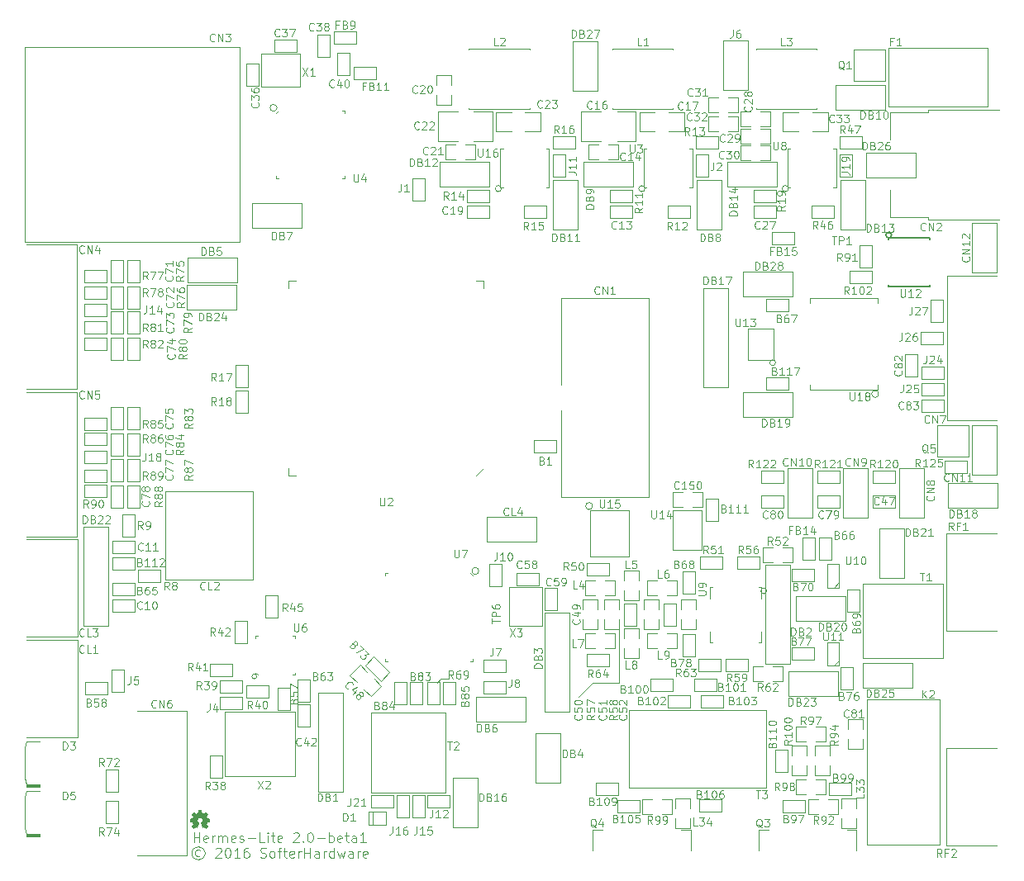
<source format=gbr>
G04 #@! TF.FileFunction,Legend,Top*
%FSLAX46Y46*%
G04 Gerber Fmt 4.6, Leading zero omitted, Abs format (unit mm)*
G04 Created by KiCad (PCBNEW 4.0.4-stable) date 11/03/16 20:40:00*
%MOMM*%
%LPD*%
G01*
G04 APERTURE LIST*
%ADD10C,0.100000*%
%ADD11C,0.002540*%
%ADD12C,0.150000*%
G04 APERTURE END LIST*
D10*
X17414285Y-92852381D02*
X17414285Y-91852381D01*
X17414285Y-92328571D02*
X17985714Y-92328571D01*
X17985714Y-92852381D02*
X17985714Y-91852381D01*
X18842857Y-92804762D02*
X18747619Y-92852381D01*
X18557142Y-92852381D01*
X18461904Y-92804762D01*
X18414285Y-92709524D01*
X18414285Y-92328571D01*
X18461904Y-92233333D01*
X18557142Y-92185714D01*
X18747619Y-92185714D01*
X18842857Y-92233333D01*
X18890476Y-92328571D01*
X18890476Y-92423810D01*
X18414285Y-92519048D01*
X19319047Y-92852381D02*
X19319047Y-92185714D01*
X19319047Y-92376190D02*
X19366666Y-92280952D01*
X19414285Y-92233333D01*
X19509523Y-92185714D01*
X19604762Y-92185714D01*
X19938095Y-92852381D02*
X19938095Y-92185714D01*
X19938095Y-92280952D02*
X19985714Y-92233333D01*
X20080952Y-92185714D01*
X20223810Y-92185714D01*
X20319048Y-92233333D01*
X20366667Y-92328571D01*
X20366667Y-92852381D01*
X20366667Y-92328571D02*
X20414286Y-92233333D01*
X20509524Y-92185714D01*
X20652381Y-92185714D01*
X20747619Y-92233333D01*
X20795238Y-92328571D01*
X20795238Y-92852381D01*
X21652381Y-92804762D02*
X21557143Y-92852381D01*
X21366666Y-92852381D01*
X21271428Y-92804762D01*
X21223809Y-92709524D01*
X21223809Y-92328571D01*
X21271428Y-92233333D01*
X21366666Y-92185714D01*
X21557143Y-92185714D01*
X21652381Y-92233333D01*
X21700000Y-92328571D01*
X21700000Y-92423810D01*
X21223809Y-92519048D01*
X22080952Y-92804762D02*
X22176190Y-92852381D01*
X22366666Y-92852381D01*
X22461905Y-92804762D01*
X22509524Y-92709524D01*
X22509524Y-92661905D01*
X22461905Y-92566667D01*
X22366666Y-92519048D01*
X22223809Y-92519048D01*
X22128571Y-92471429D01*
X22080952Y-92376190D01*
X22080952Y-92328571D01*
X22128571Y-92233333D01*
X22223809Y-92185714D01*
X22366666Y-92185714D01*
X22461905Y-92233333D01*
X22938095Y-92471429D02*
X23700000Y-92471429D01*
X24652381Y-92852381D02*
X24176190Y-92852381D01*
X24176190Y-91852381D01*
X24985714Y-92852381D02*
X24985714Y-92185714D01*
X24985714Y-91852381D02*
X24938095Y-91900000D01*
X24985714Y-91947619D01*
X25033333Y-91900000D01*
X24985714Y-91852381D01*
X24985714Y-91947619D01*
X25319047Y-92185714D02*
X25699999Y-92185714D01*
X25461904Y-91852381D02*
X25461904Y-92709524D01*
X25509523Y-92804762D01*
X25604761Y-92852381D01*
X25699999Y-92852381D01*
X26414286Y-92804762D02*
X26319048Y-92852381D01*
X26128571Y-92852381D01*
X26033333Y-92804762D01*
X25985714Y-92709524D01*
X25985714Y-92328571D01*
X26033333Y-92233333D01*
X26128571Y-92185714D01*
X26319048Y-92185714D01*
X26414286Y-92233333D01*
X26461905Y-92328571D01*
X26461905Y-92423810D01*
X25985714Y-92519048D01*
X27604762Y-91947619D02*
X27652381Y-91900000D01*
X27747619Y-91852381D01*
X27985715Y-91852381D01*
X28080953Y-91900000D01*
X28128572Y-91947619D01*
X28176191Y-92042857D01*
X28176191Y-92138095D01*
X28128572Y-92280952D01*
X27557143Y-92852381D01*
X28176191Y-92852381D01*
X28604762Y-92757143D02*
X28652381Y-92804762D01*
X28604762Y-92852381D01*
X28557143Y-92804762D01*
X28604762Y-92757143D01*
X28604762Y-92852381D01*
X29271428Y-91852381D02*
X29366667Y-91852381D01*
X29461905Y-91900000D01*
X29509524Y-91947619D01*
X29557143Y-92042857D01*
X29604762Y-92233333D01*
X29604762Y-92471429D01*
X29557143Y-92661905D01*
X29509524Y-92757143D01*
X29461905Y-92804762D01*
X29366667Y-92852381D01*
X29271428Y-92852381D01*
X29176190Y-92804762D01*
X29128571Y-92757143D01*
X29080952Y-92661905D01*
X29033333Y-92471429D01*
X29033333Y-92233333D01*
X29080952Y-92042857D01*
X29128571Y-91947619D01*
X29176190Y-91900000D01*
X29271428Y-91852381D01*
X30033333Y-92471429D02*
X30795238Y-92471429D01*
X31271428Y-92852381D02*
X31271428Y-91852381D01*
X31271428Y-92233333D02*
X31366666Y-92185714D01*
X31557143Y-92185714D01*
X31652381Y-92233333D01*
X31700000Y-92280952D01*
X31747619Y-92376190D01*
X31747619Y-92661905D01*
X31700000Y-92757143D01*
X31652381Y-92804762D01*
X31557143Y-92852381D01*
X31366666Y-92852381D01*
X31271428Y-92804762D01*
X32557143Y-92804762D02*
X32461905Y-92852381D01*
X32271428Y-92852381D01*
X32176190Y-92804762D01*
X32128571Y-92709524D01*
X32128571Y-92328571D01*
X32176190Y-92233333D01*
X32271428Y-92185714D01*
X32461905Y-92185714D01*
X32557143Y-92233333D01*
X32604762Y-92328571D01*
X32604762Y-92423810D01*
X32128571Y-92519048D01*
X32890476Y-92185714D02*
X33271428Y-92185714D01*
X33033333Y-91852381D02*
X33033333Y-92709524D01*
X33080952Y-92804762D01*
X33176190Y-92852381D01*
X33271428Y-92852381D01*
X34033334Y-92852381D02*
X34033334Y-92328571D01*
X33985715Y-92233333D01*
X33890477Y-92185714D01*
X33700000Y-92185714D01*
X33604762Y-92233333D01*
X34033334Y-92804762D02*
X33938096Y-92852381D01*
X33700000Y-92852381D01*
X33604762Y-92804762D01*
X33557143Y-92709524D01*
X33557143Y-92614286D01*
X33604762Y-92519048D01*
X33700000Y-92471429D01*
X33938096Y-92471429D01*
X34033334Y-92423810D01*
X35033334Y-92852381D02*
X34461905Y-92852381D01*
X34747619Y-92852381D02*
X34747619Y-91852381D01*
X34652381Y-91995238D01*
X34557143Y-92090476D01*
X34461905Y-92138095D01*
X18033332Y-93690476D02*
X17938094Y-93642857D01*
X17747618Y-93642857D01*
X17652380Y-93690476D01*
X17557142Y-93785714D01*
X17509523Y-93880952D01*
X17509523Y-94071429D01*
X17557142Y-94166667D01*
X17652380Y-94261905D01*
X17747618Y-94309524D01*
X17938094Y-94309524D01*
X18033332Y-94261905D01*
X17842856Y-93309524D02*
X17604761Y-93357143D01*
X17366665Y-93500000D01*
X17223808Y-93738095D01*
X17176189Y-93976190D01*
X17223808Y-94214286D01*
X17366665Y-94452381D01*
X17604761Y-94595238D01*
X17842856Y-94642857D01*
X18080951Y-94595238D01*
X18319046Y-94452381D01*
X18461903Y-94214286D01*
X18509523Y-93976190D01*
X18461903Y-93738095D01*
X18319046Y-93500000D01*
X18080951Y-93357143D01*
X17842856Y-93309524D01*
X19652380Y-93547619D02*
X19699999Y-93500000D01*
X19795237Y-93452381D01*
X20033333Y-93452381D01*
X20128571Y-93500000D01*
X20176190Y-93547619D01*
X20223809Y-93642857D01*
X20223809Y-93738095D01*
X20176190Y-93880952D01*
X19604761Y-94452381D01*
X20223809Y-94452381D01*
X20842856Y-93452381D02*
X20938095Y-93452381D01*
X21033333Y-93500000D01*
X21080952Y-93547619D01*
X21128571Y-93642857D01*
X21176190Y-93833333D01*
X21176190Y-94071429D01*
X21128571Y-94261905D01*
X21080952Y-94357143D01*
X21033333Y-94404762D01*
X20938095Y-94452381D01*
X20842856Y-94452381D01*
X20747618Y-94404762D01*
X20699999Y-94357143D01*
X20652380Y-94261905D01*
X20604761Y-94071429D01*
X20604761Y-93833333D01*
X20652380Y-93642857D01*
X20699999Y-93547619D01*
X20747618Y-93500000D01*
X20842856Y-93452381D01*
X22128571Y-94452381D02*
X21557142Y-94452381D01*
X21842856Y-94452381D02*
X21842856Y-93452381D01*
X21747618Y-93595238D01*
X21652380Y-93690476D01*
X21557142Y-93738095D01*
X22985714Y-93452381D02*
X22795237Y-93452381D01*
X22699999Y-93500000D01*
X22652380Y-93547619D01*
X22557142Y-93690476D01*
X22509523Y-93880952D01*
X22509523Y-94261905D01*
X22557142Y-94357143D01*
X22604761Y-94404762D01*
X22699999Y-94452381D01*
X22890476Y-94452381D01*
X22985714Y-94404762D01*
X23033333Y-94357143D01*
X23080952Y-94261905D01*
X23080952Y-94023810D01*
X23033333Y-93928571D01*
X22985714Y-93880952D01*
X22890476Y-93833333D01*
X22699999Y-93833333D01*
X22604761Y-93880952D01*
X22557142Y-93928571D01*
X22509523Y-94023810D01*
X24223809Y-94404762D02*
X24366666Y-94452381D01*
X24604762Y-94452381D01*
X24700000Y-94404762D01*
X24747619Y-94357143D01*
X24795238Y-94261905D01*
X24795238Y-94166667D01*
X24747619Y-94071429D01*
X24700000Y-94023810D01*
X24604762Y-93976190D01*
X24414285Y-93928571D01*
X24319047Y-93880952D01*
X24271428Y-93833333D01*
X24223809Y-93738095D01*
X24223809Y-93642857D01*
X24271428Y-93547619D01*
X24319047Y-93500000D01*
X24414285Y-93452381D01*
X24652381Y-93452381D01*
X24795238Y-93500000D01*
X25366666Y-94452381D02*
X25271428Y-94404762D01*
X25223809Y-94357143D01*
X25176190Y-94261905D01*
X25176190Y-93976190D01*
X25223809Y-93880952D01*
X25271428Y-93833333D01*
X25366666Y-93785714D01*
X25509524Y-93785714D01*
X25604762Y-93833333D01*
X25652381Y-93880952D01*
X25700000Y-93976190D01*
X25700000Y-94261905D01*
X25652381Y-94357143D01*
X25604762Y-94404762D01*
X25509524Y-94452381D01*
X25366666Y-94452381D01*
X25985714Y-93785714D02*
X26366666Y-93785714D01*
X26128571Y-94452381D02*
X26128571Y-93595238D01*
X26176190Y-93500000D01*
X26271428Y-93452381D01*
X26366666Y-93452381D01*
X26557143Y-93785714D02*
X26938095Y-93785714D01*
X26700000Y-93452381D02*
X26700000Y-94309524D01*
X26747619Y-94404762D01*
X26842857Y-94452381D01*
X26938095Y-94452381D01*
X27652382Y-94404762D02*
X27557144Y-94452381D01*
X27366667Y-94452381D01*
X27271429Y-94404762D01*
X27223810Y-94309524D01*
X27223810Y-93928571D01*
X27271429Y-93833333D01*
X27366667Y-93785714D01*
X27557144Y-93785714D01*
X27652382Y-93833333D01*
X27700001Y-93928571D01*
X27700001Y-94023810D01*
X27223810Y-94119048D01*
X28128572Y-94452381D02*
X28128572Y-93785714D01*
X28128572Y-93976190D02*
X28176191Y-93880952D01*
X28223810Y-93833333D01*
X28319048Y-93785714D01*
X28414287Y-93785714D01*
X28747620Y-94452381D02*
X28747620Y-93452381D01*
X28747620Y-93928571D02*
X29319049Y-93928571D01*
X29319049Y-94452381D02*
X29319049Y-93452381D01*
X30223811Y-94452381D02*
X30223811Y-93928571D01*
X30176192Y-93833333D01*
X30080954Y-93785714D01*
X29890477Y-93785714D01*
X29795239Y-93833333D01*
X30223811Y-94404762D02*
X30128573Y-94452381D01*
X29890477Y-94452381D01*
X29795239Y-94404762D01*
X29747620Y-94309524D01*
X29747620Y-94214286D01*
X29795239Y-94119048D01*
X29890477Y-94071429D01*
X30128573Y-94071429D01*
X30223811Y-94023810D01*
X30700001Y-94452381D02*
X30700001Y-93785714D01*
X30700001Y-93976190D02*
X30747620Y-93880952D01*
X30795239Y-93833333D01*
X30890477Y-93785714D01*
X30985716Y-93785714D01*
X31747621Y-94452381D02*
X31747621Y-93452381D01*
X31747621Y-94404762D02*
X31652383Y-94452381D01*
X31461906Y-94452381D01*
X31366668Y-94404762D01*
X31319049Y-94357143D01*
X31271430Y-94261905D01*
X31271430Y-93976190D01*
X31319049Y-93880952D01*
X31366668Y-93833333D01*
X31461906Y-93785714D01*
X31652383Y-93785714D01*
X31747621Y-93833333D01*
X32128573Y-93785714D02*
X32319049Y-94452381D01*
X32509526Y-93976190D01*
X32700002Y-94452381D01*
X32890478Y-93785714D01*
X33700002Y-94452381D02*
X33700002Y-93928571D01*
X33652383Y-93833333D01*
X33557145Y-93785714D01*
X33366668Y-93785714D01*
X33271430Y-93833333D01*
X33700002Y-94404762D02*
X33604764Y-94452381D01*
X33366668Y-94452381D01*
X33271430Y-94404762D01*
X33223811Y-94309524D01*
X33223811Y-94214286D01*
X33271430Y-94119048D01*
X33366668Y-94071429D01*
X33604764Y-94071429D01*
X33700002Y-94023810D01*
X34176192Y-94452381D02*
X34176192Y-93785714D01*
X34176192Y-93976190D02*
X34223811Y-93880952D01*
X34271430Y-93833333D01*
X34366668Y-93785714D01*
X34461907Y-93785714D01*
X35176193Y-94404762D02*
X35080955Y-94452381D01*
X34890478Y-94452381D01*
X34795240Y-94404762D01*
X34747621Y-94309524D01*
X34747621Y-93928571D01*
X34795240Y-93833333D01*
X34890478Y-93785714D01*
X35080955Y-93785714D01*
X35176193Y-93833333D01*
X35223812Y-93928571D01*
X35223812Y-94023810D01*
X34747621Y-94119048D01*
X42700000Y-76100000D02*
X42300000Y-76500000D01*
X43500000Y-76100000D02*
X42700000Y-76100000D01*
X61000000Y-76500000D02*
X61000000Y-76100000D01*
X58300000Y-76500000D02*
X61000000Y-76500000D01*
X56800000Y-78000000D02*
X58300000Y-76500000D01*
X61000000Y-71000000D02*
X61000000Y-76100000D01*
X26035000Y-67557000D02*
X26035000Y-69843000D01*
X26035000Y-69843000D02*
X24765000Y-69843000D01*
X24765000Y-69843000D02*
X24765000Y-67557000D01*
X24765000Y-67557000D02*
X26035000Y-67557000D01*
X23855000Y-75870715D02*
G75*
G03X23855000Y-75870715I-250000J0D01*
G01*
X24005000Y-75720715D02*
X23755000Y-75470715D01*
X23755000Y-71970715D02*
X23755000Y-71720715D01*
X23755000Y-71720715D02*
X24005000Y-71720715D01*
X27755000Y-75470715D02*
X27755000Y-75720715D01*
X27755000Y-75720715D02*
X27505000Y-75720715D01*
X27755000Y-71970715D02*
X27755000Y-71720715D01*
X27755000Y-71720715D02*
X27505000Y-71720715D01*
X46603553Y-65050000D02*
G75*
G03X46603553Y-65050000I-353553J0D01*
G01*
X45750000Y-65300000D02*
X46000000Y-65550000D01*
X46000000Y-74050000D02*
X46000000Y-74300000D01*
X46000000Y-74300000D02*
X45750000Y-74300000D01*
X37000000Y-65550000D02*
X37000000Y-65300000D01*
X37000000Y-65300000D02*
X37250000Y-65300000D01*
X37000000Y-74050000D02*
X37000000Y-74300000D01*
X37000000Y-74300000D02*
X37250000Y-74300000D01*
X76100000Y-67100000D02*
G75*
G03X76100000Y-67100000I-300000J0D01*
G01*
X70300000Y-66700000D02*
X70300000Y-67900000D01*
X75500000Y-66700000D02*
X75500000Y-67900000D01*
X70300000Y-72400000D02*
X70300000Y-71300000D01*
X75500000Y-72400000D02*
X75500000Y-71300000D01*
X70500000Y-72400000D02*
X70300000Y-72400000D01*
X70500000Y-66700000D02*
X70300000Y-66700000D01*
X75300000Y-66700000D02*
X75500000Y-66700000D01*
X75300000Y-72400000D02*
X75500000Y-72400000D01*
X48916228Y-25850000D02*
G75*
G03X48916228Y-25850000I-316228J0D01*
G01*
X53500000Y-25750000D02*
X53800000Y-25750000D01*
X53800000Y-25750000D02*
X53800000Y-21750000D01*
X53800000Y-21750000D02*
X53500000Y-21750000D01*
X49100000Y-21750000D02*
X48800000Y-21750000D01*
X48800000Y-21750000D02*
X48800000Y-25750000D01*
X48800000Y-25750000D02*
X49100000Y-25750000D01*
X63616228Y-25850000D02*
G75*
G03X63616228Y-25850000I-316228J0D01*
G01*
X68200000Y-25750000D02*
X68500000Y-25750000D01*
X68500000Y-25750000D02*
X68500000Y-21750000D01*
X68500000Y-21750000D02*
X68200000Y-21750000D01*
X63800000Y-21750000D02*
X63500000Y-21750000D01*
X63500000Y-21750000D02*
X63500000Y-25750000D01*
X63500000Y-25750000D02*
X63800000Y-25750000D01*
X78316228Y-25850000D02*
G75*
G03X78316228Y-25850000I-316228J0D01*
G01*
X82900000Y-25750000D02*
X83200000Y-25750000D01*
X83200000Y-25750000D02*
X83200000Y-21750000D01*
X83200000Y-21750000D02*
X82900000Y-21750000D01*
X78500000Y-21750000D02*
X78200000Y-21750000D01*
X78200000Y-21750000D02*
X78200000Y-25750000D01*
X78200000Y-25750000D02*
X78500000Y-25750000D01*
X47100000Y-54550000D02*
X46350000Y-55300000D01*
X27850000Y-55300000D02*
X27100000Y-55300000D01*
X27100000Y-55300000D02*
X27100000Y-54550000D01*
X46350000Y-35300000D02*
X47100000Y-35300000D01*
X47100000Y-35300000D02*
X47100000Y-36050000D01*
X27850000Y-35300000D02*
X27100000Y-35300000D01*
X27100000Y-35300000D02*
X27100000Y-36050000D01*
X25920078Y-17565000D02*
G75*
G03X25920078Y-17565000I-353553J0D01*
G01*
X25816525Y-18065000D02*
X26066525Y-17815000D01*
X32566525Y-17815000D02*
X32816525Y-17815000D01*
X32816525Y-17815000D02*
X32816525Y-18065000D01*
X26066525Y-24815000D02*
X25816525Y-24815000D01*
X25816525Y-24815000D02*
X25816525Y-24565000D01*
X32566525Y-24815000D02*
X32816525Y-24815000D01*
X32816525Y-24815000D02*
X32816525Y-24565000D01*
X77843000Y-56035000D02*
X75557000Y-56035000D01*
X75557000Y-56035000D02*
X75557000Y-54765000D01*
X75557000Y-54765000D02*
X77843000Y-54765000D01*
X77843000Y-54765000D02*
X77843000Y-56035000D01*
X83543000Y-56035000D02*
X81257000Y-56035000D01*
X81257000Y-56035000D02*
X81257000Y-54765000D01*
X81257000Y-54765000D02*
X83543000Y-54765000D01*
X83543000Y-54765000D02*
X83543000Y-56035000D01*
X89243000Y-56035000D02*
X86957000Y-56035000D01*
X86957000Y-56035000D02*
X86957000Y-54765000D01*
X86957000Y-54765000D02*
X89243000Y-54765000D01*
X89243000Y-54765000D02*
X89243000Y-56035000D01*
X80770000Y-59610000D02*
X80770000Y-54530000D01*
X78230000Y-59610000D02*
X78230000Y-54530000D01*
X80770000Y-59610000D02*
X78230000Y-59610000D01*
X80770000Y-54530000D02*
X78230000Y-54530000D01*
X86470000Y-59610000D02*
X86470000Y-54530000D01*
X83930000Y-59610000D02*
X83930000Y-54530000D01*
X86470000Y-59610000D02*
X83930000Y-59610000D01*
X86470000Y-54530000D02*
X83930000Y-54530000D01*
X92170000Y-59610000D02*
X92170000Y-54530000D01*
X89630000Y-59610000D02*
X89630000Y-54530000D01*
X92170000Y-59610000D02*
X89630000Y-59610000D01*
X92170000Y-54530000D02*
X89630000Y-54530000D01*
X75557000Y-57265000D02*
X77843000Y-57265000D01*
X77843000Y-57265000D02*
X77843000Y-58535000D01*
X77843000Y-58535000D02*
X75557000Y-58535000D01*
X75557000Y-58535000D02*
X75557000Y-57265000D01*
X81257000Y-57265000D02*
X83543000Y-57265000D01*
X83543000Y-57265000D02*
X83543000Y-58535000D01*
X83543000Y-58535000D02*
X81257000Y-58535000D01*
X81257000Y-58535000D02*
X81257000Y-57265000D01*
X86957000Y-57265000D02*
X89243000Y-57265000D01*
X89243000Y-57265000D02*
X89243000Y-58535000D01*
X89243000Y-58535000D02*
X86957000Y-58535000D01*
X86957000Y-58535000D02*
X86957000Y-57265000D01*
X87560555Y-46900000D02*
G75*
G03X87560555Y-46900000I-360555J0D01*
G01*
X80500000Y-37600000D02*
X80500000Y-37100000D01*
X80500000Y-37100000D02*
X87500000Y-37100000D01*
X87500000Y-37100000D02*
X87500000Y-37600000D01*
X87500000Y-46000000D02*
X87500000Y-46500000D01*
X87500000Y-46500000D02*
X80500000Y-46500000D01*
X80500000Y-46500000D02*
X80500000Y-46000000D01*
X78343000Y-46435000D02*
X76057000Y-46435000D01*
X76057000Y-46435000D02*
X76057000Y-45165000D01*
X76057000Y-45165000D02*
X78343000Y-45165000D01*
X78343000Y-45165000D02*
X78343000Y-46435000D01*
X78343000Y-38435000D02*
X76057000Y-38435000D01*
X76057000Y-38435000D02*
X76057000Y-37165000D01*
X76057000Y-37165000D02*
X78343000Y-37165000D01*
X78343000Y-37165000D02*
X78343000Y-38435000D01*
X77000000Y-43700000D02*
G75*
G03X77000000Y-43700000I-300000J0D01*
G01*
X74200000Y-43400000D02*
X74200000Y-40200000D01*
X74200000Y-40200000D02*
X76800000Y-40200000D01*
X76800000Y-40200000D02*
X76800000Y-43400000D01*
X76800000Y-43400000D02*
X74200000Y-43400000D01*
X72170000Y-36030000D02*
X69630000Y-36030000D01*
X69630000Y-36030000D02*
X69630000Y-46190000D01*
X69630000Y-46190000D02*
X72170000Y-46190000D01*
X72170000Y-46190000D02*
X72170000Y-36030000D01*
X99670000Y-34410000D02*
X99670000Y-29330000D01*
X97130000Y-34410000D02*
X97130000Y-29330000D01*
X99670000Y-34410000D02*
X97130000Y-34410000D01*
X99670000Y-29330000D02*
X97130000Y-29330000D01*
X97300000Y-49600000D02*
X99700000Y-49600000D01*
X94600000Y-34800000D02*
X99700000Y-34800000D01*
X97300000Y-49600000D02*
X94600000Y-49600000D01*
X94600000Y-49600000D02*
X94600000Y-34800000D01*
X92865000Y-39543000D02*
X92865000Y-37257000D01*
X92865000Y-37257000D02*
X94135000Y-37257000D01*
X94135000Y-37257000D02*
X94135000Y-39543000D01*
X94135000Y-39543000D02*
X92865000Y-39543000D01*
X91857000Y-40565000D02*
X94143000Y-40565000D01*
X94143000Y-40565000D02*
X94143000Y-41835000D01*
X94143000Y-41835000D02*
X91857000Y-41835000D01*
X91857000Y-41835000D02*
X91857000Y-40565000D01*
X91957000Y-45765000D02*
X94243000Y-45765000D01*
X94243000Y-45765000D02*
X94243000Y-47035000D01*
X94243000Y-47035000D02*
X91957000Y-47035000D01*
X91957000Y-47035000D02*
X91957000Y-45765000D01*
X91957000Y-44065000D02*
X94243000Y-44065000D01*
X94243000Y-44065000D02*
X94243000Y-45335000D01*
X94243000Y-45335000D02*
X91957000Y-45335000D01*
X91957000Y-45335000D02*
X91957000Y-44065000D01*
X73690000Y-36870000D02*
X78770000Y-36870000D01*
X73690000Y-34330000D02*
X78770000Y-34330000D01*
X73690000Y-36870000D02*
X73690000Y-34330000D01*
X78770000Y-36870000D02*
X78770000Y-34330000D01*
X73690000Y-49270000D02*
X78770000Y-49270000D01*
X73690000Y-46730000D02*
X78770000Y-46730000D01*
X73690000Y-49270000D02*
X73690000Y-46730000D01*
X78770000Y-49270000D02*
X78770000Y-46730000D01*
X99710000Y-56030000D02*
X94630000Y-56030000D01*
X99710000Y-58570000D02*
X94630000Y-58570000D01*
X99710000Y-56030000D02*
X99710000Y-58570000D01*
X94630000Y-56030000D02*
X94630000Y-58570000D01*
X91957000Y-47465000D02*
X94243000Y-47465000D01*
X94243000Y-47465000D02*
X94243000Y-48735000D01*
X94243000Y-48735000D02*
X91957000Y-48735000D01*
X91957000Y-48735000D02*
X91957000Y-47465000D01*
X90265000Y-45143000D02*
X90265000Y-42857000D01*
X90265000Y-42857000D02*
X91535000Y-42857000D01*
X91535000Y-42857000D02*
X91535000Y-45143000D01*
X91535000Y-45143000D02*
X90265000Y-45143000D01*
X58260555Y-58400000D02*
G75*
G03X58260555Y-58400000I-360555J0D01*
G01*
X58000000Y-58800000D02*
X58000000Y-63600000D01*
X58000000Y-63600000D02*
X62000000Y-63600000D01*
X62000000Y-63600000D02*
X62000000Y-58800000D01*
X62000000Y-58800000D02*
X58000000Y-58800000D01*
X66500000Y-58800000D02*
X66500000Y-62900000D01*
X66500000Y-62900000D02*
X69400000Y-62900000D01*
X69400000Y-62900000D02*
X69400000Y-58800000D01*
X69400000Y-58800000D02*
X66500000Y-58800000D01*
X67492000Y-58462000D02*
X66476000Y-58462000D01*
X66476000Y-58462000D02*
X66476000Y-56938000D01*
X66476000Y-56938000D02*
X67492000Y-56938000D01*
X68508000Y-56938000D02*
X69524000Y-56938000D01*
X69524000Y-56938000D02*
X69524000Y-58462000D01*
X69524000Y-58462000D02*
X68508000Y-58462000D01*
X69865000Y-59943000D02*
X69865000Y-57657000D01*
X69865000Y-57657000D02*
X71135000Y-57657000D01*
X71135000Y-57657000D02*
X71135000Y-59943000D01*
X71135000Y-59943000D02*
X69865000Y-59943000D01*
X76965000Y-85643000D02*
X76965000Y-83357000D01*
X76965000Y-83357000D02*
X78235000Y-83357000D01*
X78235000Y-83357000D02*
X78235000Y-85643000D01*
X78235000Y-85643000D02*
X76965000Y-85643000D01*
X60843000Y-88035000D02*
X58557000Y-88035000D01*
X58557000Y-88035000D02*
X58557000Y-86765000D01*
X58557000Y-86765000D02*
X60843000Y-86765000D01*
X60843000Y-86765000D02*
X60843000Y-88035000D01*
X79765000Y-63943000D02*
X79765000Y-61657000D01*
X79765000Y-61657000D02*
X81035000Y-61657000D01*
X81035000Y-61657000D02*
X81035000Y-63943000D01*
X81035000Y-63943000D02*
X79765000Y-63943000D01*
X82735000Y-61657000D02*
X82735000Y-63943000D01*
X82735000Y-63943000D02*
X81465000Y-63943000D01*
X81465000Y-63943000D02*
X81465000Y-61657000D01*
X81465000Y-61657000D02*
X82735000Y-61657000D01*
X96643000Y-55035000D02*
X94357000Y-55035000D01*
X94357000Y-55035000D02*
X94357000Y-53765000D01*
X94357000Y-53765000D02*
X96643000Y-53765000D01*
X96643000Y-53765000D02*
X96643000Y-55035000D01*
X96800000Y-50100000D02*
X93600000Y-50100000D01*
X93600000Y-50100000D02*
X93600000Y-53300000D01*
X93600000Y-53300000D02*
X96800000Y-53300000D01*
X96800000Y-53300000D02*
X96800000Y-50100000D01*
X99670000Y-55210000D02*
X99670000Y-50130000D01*
X97130000Y-55210000D02*
X97130000Y-50130000D01*
X99670000Y-55210000D02*
X97130000Y-55210000D01*
X99670000Y-50130000D02*
X97130000Y-50130000D01*
X84557000Y-34265000D02*
X86843000Y-34265000D01*
X86843000Y-34265000D02*
X86843000Y-35535000D01*
X86843000Y-35535000D02*
X84557000Y-35535000D01*
X84557000Y-35535000D02*
X84557000Y-34265000D01*
X86835000Y-31657000D02*
X86835000Y-33943000D01*
X86835000Y-33943000D02*
X85565000Y-33943000D01*
X85565000Y-33943000D02*
X85565000Y-31657000D01*
X85565000Y-31657000D02*
X86835000Y-31657000D01*
X76657000Y-30265000D02*
X78943000Y-30265000D01*
X78943000Y-30265000D02*
X78943000Y-31535000D01*
X78943000Y-31535000D02*
X76657000Y-31535000D01*
X76657000Y-31535000D02*
X76657000Y-30265000D01*
X58770000Y-15810000D02*
X58770000Y-10730000D01*
X56230000Y-15810000D02*
X56230000Y-10730000D01*
X58770000Y-15810000D02*
X56230000Y-15810000D01*
X58770000Y-10730000D02*
X56230000Y-10730000D01*
X86290000Y-24670000D02*
X91370000Y-24670000D01*
X86290000Y-22130000D02*
X91370000Y-22130000D01*
X86290000Y-24670000D02*
X86290000Y-22130000D01*
X91370000Y-24670000D02*
X91370000Y-22130000D01*
X92600000Y-17800000D02*
X92600000Y-18000000D01*
X92600000Y-18000000D02*
X88700000Y-18000000D01*
X88700000Y-18000000D02*
X88700000Y-20800000D01*
X92600000Y-29000000D02*
X92600000Y-28800000D01*
X92600000Y-28800000D02*
X88700000Y-28800000D01*
X88700000Y-28800000D02*
X88700000Y-26000000D01*
X92600000Y-17800000D02*
X99900000Y-17800000D01*
X92600000Y-29000000D02*
X99900000Y-29000000D01*
X71630000Y-10690000D02*
X71630000Y-15770000D01*
X74170000Y-10690000D02*
X74170000Y-15770000D01*
X71630000Y-10690000D02*
X74170000Y-10690000D01*
X71630000Y-15770000D02*
X74170000Y-15770000D01*
X83557000Y-20465000D02*
X85843000Y-20465000D01*
X85843000Y-20465000D02*
X85843000Y-21735000D01*
X85843000Y-21735000D02*
X83557000Y-21735000D01*
X83557000Y-21735000D02*
X83557000Y-20465000D01*
X80657000Y-27565000D02*
X82943000Y-27565000D01*
X82943000Y-27565000D02*
X82943000Y-28835000D01*
X82943000Y-28835000D02*
X80657000Y-28835000D01*
X80657000Y-28835000D02*
X80657000Y-27565000D01*
X74757000Y-25965000D02*
X77043000Y-25965000D01*
X77043000Y-25965000D02*
X77043000Y-27235000D01*
X77043000Y-27235000D02*
X74757000Y-27235000D01*
X74757000Y-27235000D02*
X74757000Y-25965000D01*
X81200000Y-11600000D02*
X81200000Y-11500000D01*
X81200000Y-11500000D02*
X75000000Y-11500000D01*
X75000000Y-11500000D02*
X75000000Y-11600000D01*
X81200000Y-17600000D02*
X81200000Y-17700000D01*
X81200000Y-17700000D02*
X75000000Y-17700000D01*
X75000000Y-17700000D02*
X75000000Y-17600000D01*
X83565000Y-24643000D02*
X83565000Y-22357000D01*
X83565000Y-22357000D02*
X84835000Y-22357000D01*
X84835000Y-22357000D02*
X84835000Y-24643000D01*
X84835000Y-24643000D02*
X83565000Y-24643000D01*
X77110000Y-23130000D02*
X72030000Y-23130000D01*
X77110000Y-25670000D02*
X72030000Y-25670000D01*
X77110000Y-23130000D02*
X77110000Y-25670000D01*
X72030000Y-23130000D02*
X72030000Y-25670000D01*
X83630000Y-24990000D02*
X83630000Y-30070000D01*
X86170000Y-24990000D02*
X86170000Y-30070000D01*
X83630000Y-24990000D02*
X86170000Y-24990000D01*
X83630000Y-30070000D02*
X86170000Y-30070000D01*
X79350000Y-18000000D02*
X77750000Y-18000000D01*
X77750000Y-18000000D02*
X77750000Y-20000000D01*
X77750000Y-20000000D02*
X79350000Y-20000000D01*
X80750000Y-20000000D02*
X82350000Y-20000000D01*
X82350000Y-20000000D02*
X82350000Y-18000000D01*
X82350000Y-18000000D02*
X80750000Y-18000000D01*
X72108000Y-18438000D02*
X73124000Y-18438000D01*
X73124000Y-18438000D02*
X73124000Y-19962000D01*
X73124000Y-19962000D02*
X72108000Y-19962000D01*
X71092000Y-19962000D02*
X70076000Y-19962000D01*
X70076000Y-19962000D02*
X70076000Y-18438000D01*
X70076000Y-18438000D02*
X71092000Y-18438000D01*
X72108000Y-16538000D02*
X73124000Y-16538000D01*
X73124000Y-16538000D02*
X73124000Y-18062000D01*
X73124000Y-18062000D02*
X72108000Y-18062000D01*
X71092000Y-18062000D02*
X70076000Y-18062000D01*
X70076000Y-18062000D02*
X70076000Y-16538000D01*
X70076000Y-16538000D02*
X71092000Y-16538000D01*
X74392000Y-22962000D02*
X73376000Y-22962000D01*
X73376000Y-22962000D02*
X73376000Y-21438000D01*
X73376000Y-21438000D02*
X74392000Y-21438000D01*
X75408000Y-21438000D02*
X76424000Y-21438000D01*
X76424000Y-21438000D02*
X76424000Y-22962000D01*
X76424000Y-22962000D02*
X75408000Y-22962000D01*
X74392000Y-21262000D02*
X73376000Y-21262000D01*
X73376000Y-21262000D02*
X73376000Y-19738000D01*
X73376000Y-19738000D02*
X74392000Y-19738000D01*
X75408000Y-19738000D02*
X76424000Y-19738000D01*
X76424000Y-19738000D02*
X76424000Y-21262000D01*
X76424000Y-21262000D02*
X75408000Y-21262000D01*
X74392000Y-19462000D02*
X73376000Y-19462000D01*
X73376000Y-19462000D02*
X73376000Y-17938000D01*
X73376000Y-17938000D02*
X74392000Y-17938000D01*
X75408000Y-17938000D02*
X76424000Y-17938000D01*
X76424000Y-17938000D02*
X76424000Y-19462000D01*
X76424000Y-19462000D02*
X75408000Y-19462000D01*
X74757000Y-27565000D02*
X77043000Y-27565000D01*
X77043000Y-27565000D02*
X77043000Y-28835000D01*
X77043000Y-28835000D02*
X74757000Y-28835000D01*
X74757000Y-28835000D02*
X74757000Y-27565000D01*
X47710000Y-23130000D02*
X42630000Y-23130000D01*
X47710000Y-25670000D02*
X42630000Y-25670000D01*
X47710000Y-23130000D02*
X47710000Y-25670000D01*
X42630000Y-23130000D02*
X42630000Y-25670000D01*
X54230000Y-24990000D02*
X54230000Y-30070000D01*
X56770000Y-24990000D02*
X56770000Y-30070000D01*
X54230000Y-24990000D02*
X56770000Y-24990000D01*
X54230000Y-30070000D02*
X56770000Y-30070000D01*
X88210000Y-15230000D02*
X83130000Y-15230000D01*
X88210000Y-17770000D02*
X83130000Y-17770000D01*
X88210000Y-15230000D02*
X88210000Y-17770000D01*
X83130000Y-15230000D02*
X83130000Y-17770000D01*
X62410000Y-23130000D02*
X57330000Y-23130000D01*
X62410000Y-25670000D02*
X57330000Y-25670000D01*
X62410000Y-23130000D02*
X62410000Y-25670000D01*
X57330000Y-23130000D02*
X57330000Y-25670000D01*
X68930000Y-24990000D02*
X68930000Y-30070000D01*
X71470000Y-24990000D02*
X71470000Y-30070000D01*
X68930000Y-24990000D02*
X71470000Y-24990000D01*
X68930000Y-30070000D02*
X71470000Y-30070000D01*
X88200000Y-14800000D02*
X88200000Y-11600000D01*
X88200000Y-11600000D02*
X85000000Y-11600000D01*
X85000000Y-11600000D02*
X85000000Y-14800000D01*
X85000000Y-14800000D02*
X88200000Y-14800000D01*
X98700000Y-17400000D02*
X88600000Y-17400000D01*
X88600000Y-17400000D02*
X88600000Y-11400000D01*
X88600000Y-11400000D02*
X98700000Y-11400000D01*
X98700000Y-11400000D02*
X98700000Y-17400000D01*
X84438000Y-81292000D02*
X84438000Y-80276000D01*
X84438000Y-80276000D02*
X85962000Y-80276000D01*
X85962000Y-80276000D02*
X85962000Y-81292000D01*
X85962000Y-82308000D02*
X85962000Y-83324000D01*
X85962000Y-83324000D02*
X84438000Y-83324000D01*
X84438000Y-83324000D02*
X84438000Y-82308000D01*
X91010000Y-74530000D02*
X85930000Y-74530000D01*
X91010000Y-77070000D02*
X85930000Y-77070000D01*
X91010000Y-74530000D02*
X91010000Y-77070000D01*
X85930000Y-74530000D02*
X85930000Y-77070000D01*
X78290000Y-77870000D02*
X83370000Y-77870000D01*
X78290000Y-75330000D02*
X83370000Y-75330000D01*
X78290000Y-77870000D02*
X78290000Y-75330000D01*
X83370000Y-77870000D02*
X83370000Y-75330000D01*
X87630000Y-60690000D02*
X87630000Y-65770000D01*
X90170000Y-60690000D02*
X90170000Y-65770000D01*
X87630000Y-60690000D02*
X90170000Y-60690000D01*
X87630000Y-65770000D02*
X90170000Y-65770000D01*
X79090000Y-70170000D02*
X84170000Y-70170000D01*
X79090000Y-67630000D02*
X84170000Y-67630000D01*
X79090000Y-70170000D02*
X79090000Y-67630000D01*
X84170000Y-70170000D02*
X84170000Y-67630000D01*
X94191000Y-66390000D02*
X85936000Y-66390000D01*
X85936000Y-74010000D02*
X94191000Y-74010000D01*
X85936000Y-74010000D02*
X85936000Y-66390000D01*
X94191000Y-74010000D02*
X94191000Y-66390000D01*
X86350000Y-78200000D02*
X93850000Y-78200000D01*
X93850000Y-78200000D02*
X93850000Y-90600000D01*
X93850000Y-90600000D02*
X93850000Y-93150000D01*
X93850000Y-93150000D02*
X86350000Y-93150000D01*
X86350000Y-93150000D02*
X86350000Y-78200000D01*
X51410000Y-77930000D02*
X46330000Y-77930000D01*
X51410000Y-80470000D02*
X46330000Y-80470000D01*
X51410000Y-77930000D02*
X51410000Y-80470000D01*
X46330000Y-77930000D02*
X46330000Y-80470000D01*
X52430000Y-81690000D02*
X52430000Y-86770000D01*
X54970000Y-81690000D02*
X54970000Y-86770000D01*
X52430000Y-81690000D02*
X54970000Y-81690000D01*
X52430000Y-86770000D02*
X54970000Y-86770000D01*
X82312500Y-72358500D02*
X83519000Y-72358500D01*
X82947500Y-74771500D02*
X83519000Y-74200000D01*
X83519000Y-72358500D02*
X83519000Y-74771500D01*
X83519000Y-74771500D02*
X82312500Y-74771500D01*
X82312500Y-74771500D02*
X82312500Y-72358500D01*
X82312500Y-64358500D02*
X83519000Y-64358500D01*
X82947500Y-66771500D02*
X83519000Y-66200000D01*
X83519000Y-64358500D02*
X83519000Y-66771500D01*
X83519000Y-66771500D02*
X82312500Y-66771500D01*
X82312500Y-66771500D02*
X82312500Y-64358500D01*
X76708000Y-74838000D02*
X77724000Y-74838000D01*
X77724000Y-74838000D02*
X77724000Y-76362000D01*
X77724000Y-76362000D02*
X76708000Y-76362000D01*
X75692000Y-76362000D02*
X74676000Y-76362000D01*
X74676000Y-76362000D02*
X74676000Y-74838000D01*
X74676000Y-74838000D02*
X75692000Y-74838000D01*
X77708000Y-62638000D02*
X78724000Y-62638000D01*
X78724000Y-62638000D02*
X78724000Y-64162000D01*
X78724000Y-64162000D02*
X77708000Y-64162000D01*
X76692000Y-64162000D02*
X75676000Y-64162000D01*
X75676000Y-64162000D02*
X75676000Y-62638000D01*
X75676000Y-62638000D02*
X76692000Y-62638000D01*
X80943000Y-74135000D02*
X78657000Y-74135000D01*
X78657000Y-74135000D02*
X78657000Y-72865000D01*
X78657000Y-72865000D02*
X80943000Y-72865000D01*
X80943000Y-72865000D02*
X80943000Y-74135000D01*
X84935000Y-74957000D02*
X84935000Y-77243000D01*
X84935000Y-77243000D02*
X83665000Y-77243000D01*
X83665000Y-77243000D02*
X83665000Y-74957000D01*
X83665000Y-74957000D02*
X84935000Y-74957000D01*
X80943000Y-66135000D02*
X78657000Y-66135000D01*
X78657000Y-66135000D02*
X78657000Y-64865000D01*
X78657000Y-64865000D02*
X80943000Y-64865000D01*
X80943000Y-64865000D02*
X80943000Y-66135000D01*
X85635000Y-66957000D02*
X85635000Y-69243000D01*
X85635000Y-69243000D02*
X84365000Y-69243000D01*
X84365000Y-69243000D02*
X84365000Y-66957000D01*
X84365000Y-66957000D02*
X85635000Y-66957000D01*
X53330000Y-79470000D02*
X55870000Y-79470000D01*
X55870000Y-79470000D02*
X55870000Y-69310000D01*
X55870000Y-69310000D02*
X53330000Y-69310000D01*
X53330000Y-69310000D02*
X53330000Y-79470000D01*
X43930000Y-86290000D02*
X43930000Y-91370000D01*
X46470000Y-86290000D02*
X46470000Y-91370000D01*
X43930000Y-86290000D02*
X46470000Y-86290000D01*
X43930000Y-91370000D02*
X46470000Y-91370000D01*
X52510000Y-59530000D02*
X47430000Y-59530000D01*
X52510000Y-62070000D02*
X47430000Y-62070000D01*
X52510000Y-59530000D02*
X52510000Y-62070000D01*
X47430000Y-59530000D02*
X47430000Y-62070000D01*
X62000000Y-87300000D02*
X76000000Y-87300000D01*
X76000000Y-87300000D02*
X76000000Y-79300000D01*
X76000000Y-79300000D02*
X62000000Y-79300000D01*
X62000000Y-79300000D02*
X62000000Y-87300000D01*
X64157000Y-76065000D02*
X66443000Y-76065000D01*
X66443000Y-76065000D02*
X66443000Y-77335000D01*
X66443000Y-77335000D02*
X64157000Y-77335000D01*
X64157000Y-77335000D02*
X64157000Y-76065000D01*
X84793000Y-88035000D02*
X82507000Y-88035000D01*
X82507000Y-88035000D02*
X82507000Y-86765000D01*
X82507000Y-86765000D02*
X84793000Y-86765000D01*
X84793000Y-86765000D02*
X84793000Y-88035000D01*
X77757000Y-88565000D02*
X80043000Y-88565000D01*
X80043000Y-88565000D02*
X80043000Y-89835000D01*
X80043000Y-89835000D02*
X77757000Y-89835000D01*
X77757000Y-89835000D02*
X77757000Y-88565000D01*
X80162000Y-85008000D02*
X80162000Y-86024000D01*
X80162000Y-86024000D02*
X78638000Y-86024000D01*
X78638000Y-86024000D02*
X78638000Y-85008000D01*
X78638000Y-83992000D02*
X78638000Y-82976000D01*
X78638000Y-82976000D02*
X80162000Y-82976000D01*
X80162000Y-82976000D02*
X80162000Y-83992000D01*
X64392000Y-89962000D02*
X63376000Y-89962000D01*
X63376000Y-89962000D02*
X63376000Y-88438000D01*
X63376000Y-88438000D02*
X64392000Y-88438000D01*
X65408000Y-88438000D02*
X66424000Y-88438000D01*
X66424000Y-88438000D02*
X66424000Y-89962000D01*
X66424000Y-89962000D02*
X65408000Y-89962000D01*
X80092000Y-87962000D02*
X79076000Y-87962000D01*
X79076000Y-87962000D02*
X79076000Y-86438000D01*
X79076000Y-86438000D02*
X80092000Y-86438000D01*
X81108000Y-86438000D02*
X82124000Y-86438000D01*
X82124000Y-86438000D02*
X82124000Y-87962000D01*
X82124000Y-87962000D02*
X81108000Y-87962000D01*
X80092000Y-82562000D02*
X79076000Y-82562000D01*
X79076000Y-82562000D02*
X79076000Y-81038000D01*
X79076000Y-81038000D02*
X80092000Y-81038000D01*
X81108000Y-81038000D02*
X82124000Y-81038000D01*
X82124000Y-81038000D02*
X82124000Y-82562000D01*
X82124000Y-82562000D02*
X81108000Y-82562000D01*
X82562000Y-85008000D02*
X82562000Y-86024000D01*
X82562000Y-86024000D02*
X81038000Y-86024000D01*
X81038000Y-86024000D02*
X81038000Y-85008000D01*
X81038000Y-83992000D02*
X81038000Y-82976000D01*
X81038000Y-82976000D02*
X82562000Y-82976000D01*
X82562000Y-82976000D02*
X82562000Y-83992000D01*
X81392000Y-89962000D02*
X80376000Y-89962000D01*
X80376000Y-89962000D02*
X80376000Y-88438000D01*
X80376000Y-88438000D02*
X81392000Y-88438000D01*
X82408000Y-88438000D02*
X83424000Y-88438000D01*
X83424000Y-88438000D02*
X83424000Y-89962000D01*
X83424000Y-89962000D02*
X82408000Y-89962000D01*
X66738000Y-89392000D02*
X66738000Y-88376000D01*
X66738000Y-88376000D02*
X68262000Y-88376000D01*
X68262000Y-88376000D02*
X68262000Y-89392000D01*
X68262000Y-90408000D02*
X68262000Y-91424000D01*
X68262000Y-91424000D02*
X66738000Y-91424000D01*
X66738000Y-91424000D02*
X66738000Y-90408000D01*
X83738000Y-89392000D02*
X83738000Y-88376000D01*
X83738000Y-88376000D02*
X85262000Y-88376000D01*
X85262000Y-88376000D02*
X85262000Y-89392000D01*
X85262000Y-90408000D02*
X85262000Y-91424000D01*
X85262000Y-91424000D02*
X83738000Y-91424000D01*
X83738000Y-91424000D02*
X83738000Y-90408000D01*
X69157000Y-88465000D02*
X71443000Y-88465000D01*
X71443000Y-88465000D02*
X71443000Y-89735000D01*
X71443000Y-89735000D02*
X69157000Y-89735000D01*
X69157000Y-89735000D02*
X69157000Y-88465000D01*
X60757000Y-88565000D02*
X63043000Y-88565000D01*
X63043000Y-88565000D02*
X63043000Y-89835000D01*
X63043000Y-89835000D02*
X60757000Y-89835000D01*
X60757000Y-89835000D02*
X60757000Y-88565000D01*
X71643000Y-79035000D02*
X69357000Y-79035000D01*
X69357000Y-79035000D02*
X69357000Y-77765000D01*
X69357000Y-77765000D02*
X71643000Y-77765000D01*
X71643000Y-77765000D02*
X71643000Y-79035000D01*
X65957000Y-77765000D02*
X68243000Y-77765000D01*
X68243000Y-77765000D02*
X68243000Y-79035000D01*
X68243000Y-79035000D02*
X65957000Y-79035000D01*
X65957000Y-79035000D02*
X65957000Y-77765000D01*
X70943000Y-77335000D02*
X68657000Y-77335000D01*
X68657000Y-77335000D02*
X68657000Y-76065000D01*
X68657000Y-76065000D02*
X70943000Y-76065000D01*
X70943000Y-76065000D02*
X70943000Y-77335000D01*
X78470000Y-64430000D02*
X75930000Y-64430000D01*
X75930000Y-64430000D02*
X75930000Y-74590000D01*
X75930000Y-74590000D02*
X78470000Y-74590000D01*
X78470000Y-74590000D02*
X78470000Y-64430000D01*
X71343000Y-75335000D02*
X69057000Y-75335000D01*
X69057000Y-75335000D02*
X69057000Y-74065000D01*
X69057000Y-74065000D02*
X71343000Y-74065000D01*
X71343000Y-74065000D02*
X71343000Y-75335000D01*
X74143000Y-75335000D02*
X71857000Y-75335000D01*
X71857000Y-75335000D02*
X71857000Y-74065000D01*
X71857000Y-74065000D02*
X74143000Y-74065000D01*
X74143000Y-74065000D02*
X74143000Y-75335000D01*
X75343000Y-64835000D02*
X73057000Y-64835000D01*
X73057000Y-64835000D02*
X73057000Y-63565000D01*
X73057000Y-63565000D02*
X75343000Y-63565000D01*
X75343000Y-63565000D02*
X75343000Y-64835000D01*
X71543000Y-64835000D02*
X69257000Y-64835000D01*
X69257000Y-64835000D02*
X69257000Y-63565000D01*
X69257000Y-63565000D02*
X71543000Y-63565000D01*
X71543000Y-63565000D02*
X71543000Y-64835000D01*
X59943000Y-74835000D02*
X57657000Y-74835000D01*
X57657000Y-74835000D02*
X57657000Y-73565000D01*
X57657000Y-73565000D02*
X59943000Y-73565000D01*
X59943000Y-73565000D02*
X59943000Y-74835000D01*
X65565000Y-70643000D02*
X65565000Y-68357000D01*
X65565000Y-68357000D02*
X66835000Y-68357000D01*
X66835000Y-68357000D02*
X66835000Y-70643000D01*
X66835000Y-70643000D02*
X65565000Y-70643000D01*
X61465000Y-70643000D02*
X61465000Y-68357000D01*
X61465000Y-68357000D02*
X62735000Y-68357000D01*
X62735000Y-68357000D02*
X62735000Y-70643000D01*
X62735000Y-70643000D02*
X61465000Y-70643000D01*
X57657000Y-64265000D02*
X59943000Y-64265000D01*
X59943000Y-64265000D02*
X59943000Y-65535000D01*
X59943000Y-65535000D02*
X57657000Y-65535000D01*
X57657000Y-65535000D02*
X57657000Y-64265000D01*
X65908000Y-71438000D02*
X66924000Y-71438000D01*
X66924000Y-71438000D02*
X66924000Y-72962000D01*
X66924000Y-72962000D02*
X65908000Y-72962000D01*
X64892000Y-72962000D02*
X63876000Y-72962000D01*
X63876000Y-72962000D02*
X63876000Y-71438000D01*
X63876000Y-71438000D02*
X64892000Y-71438000D01*
X62962000Y-73008000D02*
X62962000Y-74024000D01*
X62962000Y-74024000D02*
X61438000Y-74024000D01*
X61438000Y-74024000D02*
X61438000Y-73008000D01*
X61438000Y-71992000D02*
X61438000Y-70976000D01*
X61438000Y-70976000D02*
X62962000Y-70976000D01*
X62962000Y-70976000D02*
X62962000Y-71992000D01*
X59508000Y-71438000D02*
X60524000Y-71438000D01*
X60524000Y-71438000D02*
X60524000Y-72962000D01*
X60524000Y-72962000D02*
X59508000Y-72962000D01*
X58492000Y-72962000D02*
X57476000Y-72962000D01*
X57476000Y-72962000D02*
X57476000Y-71438000D01*
X57476000Y-71438000D02*
X58492000Y-71438000D01*
X64892000Y-67562000D02*
X63876000Y-67562000D01*
X63876000Y-67562000D02*
X63876000Y-66038000D01*
X63876000Y-66038000D02*
X64892000Y-66038000D01*
X65908000Y-66038000D02*
X66924000Y-66038000D01*
X66924000Y-66038000D02*
X66924000Y-67562000D01*
X66924000Y-67562000D02*
X65908000Y-67562000D01*
X62962000Y-67008000D02*
X62962000Y-68024000D01*
X62962000Y-68024000D02*
X61438000Y-68024000D01*
X61438000Y-68024000D02*
X61438000Y-67008000D01*
X61438000Y-65992000D02*
X61438000Y-64976000D01*
X61438000Y-64976000D02*
X62962000Y-64976000D01*
X62962000Y-64976000D02*
X62962000Y-65992000D01*
X58492000Y-67562000D02*
X57476000Y-67562000D01*
X57476000Y-67562000D02*
X57476000Y-66038000D01*
X57476000Y-66038000D02*
X58492000Y-66038000D01*
X59508000Y-66038000D02*
X60524000Y-66038000D01*
X60524000Y-66038000D02*
X60524000Y-67562000D01*
X60524000Y-67562000D02*
X59508000Y-67562000D01*
X67338000Y-68992000D02*
X67338000Y-67976000D01*
X67338000Y-67976000D02*
X68862000Y-67976000D01*
X68862000Y-67976000D02*
X68862000Y-68992000D01*
X68862000Y-70008000D02*
X68862000Y-71024000D01*
X68862000Y-71024000D02*
X67338000Y-71024000D01*
X67338000Y-71024000D02*
X67338000Y-70008000D01*
X63538000Y-68992000D02*
X63538000Y-67976000D01*
X63538000Y-67976000D02*
X65062000Y-67976000D01*
X65062000Y-67976000D02*
X65062000Y-68992000D01*
X65062000Y-70008000D02*
X65062000Y-71024000D01*
X65062000Y-71024000D02*
X63538000Y-71024000D01*
X63538000Y-71024000D02*
X63538000Y-70008000D01*
X59438000Y-68992000D02*
X59438000Y-67976000D01*
X59438000Y-67976000D02*
X60962000Y-67976000D01*
X60962000Y-67976000D02*
X60962000Y-68992000D01*
X60962000Y-70008000D02*
X60962000Y-71024000D01*
X60962000Y-71024000D02*
X59438000Y-71024000D01*
X59438000Y-71024000D02*
X59438000Y-70008000D01*
X57238000Y-68992000D02*
X57238000Y-67976000D01*
X57238000Y-67976000D02*
X58762000Y-67976000D01*
X58762000Y-67976000D02*
X58762000Y-68992000D01*
X58762000Y-70008000D02*
X58762000Y-71024000D01*
X58762000Y-71024000D02*
X57238000Y-71024000D01*
X57238000Y-71024000D02*
X57238000Y-70008000D01*
X67465000Y-73843000D02*
X67465000Y-71557000D01*
X67465000Y-71557000D02*
X68735000Y-71557000D01*
X68735000Y-71557000D02*
X68735000Y-73843000D01*
X68735000Y-73843000D02*
X67465000Y-73843000D01*
X68735000Y-65057000D02*
X68735000Y-67343000D01*
X68735000Y-67343000D02*
X67465000Y-67343000D01*
X67465000Y-67343000D02*
X67465000Y-65057000D01*
X67465000Y-65057000D02*
X68735000Y-65057000D01*
X35557000Y-88065000D02*
X37843000Y-88065000D01*
X37843000Y-88065000D02*
X37843000Y-89335000D01*
X37843000Y-89335000D02*
X35557000Y-89335000D01*
X35557000Y-89335000D02*
X35557000Y-88065000D01*
X41035000Y-88057000D02*
X41035000Y-90343000D01*
X41035000Y-90343000D02*
X39765000Y-90343000D01*
X39765000Y-90343000D02*
X39765000Y-88057000D01*
X39765000Y-88057000D02*
X41035000Y-88057000D01*
X35699620Y-91101040D02*
X35699620Y-89698960D01*
X35300840Y-91101040D02*
X37099160Y-91101040D01*
X37099160Y-91101040D02*
X37099160Y-89698960D01*
X37099160Y-89698960D02*
X35300840Y-89698960D01*
X35300840Y-89698960D02*
X35300840Y-91101040D01*
X49950000Y-18000000D02*
X48350000Y-18000000D01*
X48350000Y-18000000D02*
X48350000Y-20000000D01*
X48350000Y-20000000D02*
X49950000Y-20000000D01*
X51350000Y-20000000D02*
X52950000Y-20000000D01*
X52950000Y-20000000D02*
X52950000Y-18000000D01*
X52950000Y-18000000D02*
X51350000Y-18000000D01*
X64650000Y-18000000D02*
X63050000Y-18000000D01*
X63050000Y-18000000D02*
X63050000Y-20000000D01*
X63050000Y-20000000D02*
X64650000Y-20000000D01*
X66050000Y-20000000D02*
X67650000Y-20000000D01*
X67650000Y-20000000D02*
X67650000Y-18000000D01*
X67650000Y-18000000D02*
X66050000Y-18000000D01*
X14000000Y-79400000D02*
X11600000Y-79400000D01*
X16700000Y-94200000D02*
X11600000Y-94200000D01*
X14000000Y-79400000D02*
X16700000Y-79400000D01*
X16700000Y-79400000D02*
X16700000Y-94200000D01*
X16690000Y-38270000D02*
X21770000Y-38270000D01*
X16690000Y-35730000D02*
X21770000Y-35730000D01*
X16690000Y-38270000D02*
X16690000Y-35730000D01*
X21770000Y-38270000D02*
X21770000Y-35730000D01*
X23390000Y-29870000D02*
X28470000Y-29870000D01*
X23390000Y-27330000D02*
X28470000Y-27330000D01*
X23390000Y-29870000D02*
X23390000Y-27330000D01*
X28470000Y-29870000D02*
X28470000Y-27330000D01*
X21810000Y-32930000D02*
X16730000Y-32930000D01*
X21810000Y-35470000D02*
X16730000Y-35470000D01*
X21810000Y-32930000D02*
X21810000Y-35470000D01*
X16730000Y-32930000D02*
X16730000Y-35470000D01*
X8965000Y-77443000D02*
X8965000Y-75157000D01*
X8965000Y-75157000D02*
X10235000Y-75157000D01*
X10235000Y-75157000D02*
X10235000Y-77443000D01*
X10235000Y-77443000D02*
X8965000Y-77443000D01*
X21665000Y-48843000D02*
X21665000Y-46557000D01*
X21665000Y-46557000D02*
X22935000Y-46557000D01*
X22935000Y-46557000D02*
X22935000Y-48843000D01*
X22935000Y-48843000D02*
X21665000Y-48843000D01*
X22935000Y-43957000D02*
X22935000Y-46243000D01*
X22935000Y-46243000D02*
X21665000Y-46243000D01*
X21665000Y-46243000D02*
X21665000Y-43957000D01*
X21665000Y-43957000D02*
X22935000Y-43957000D01*
X43210000Y-87791000D02*
X43210000Y-79536000D01*
X35590000Y-79536000D02*
X35590000Y-87791000D01*
X35590000Y-79536000D02*
X43210000Y-79536000D01*
X35590000Y-87791000D02*
X43210000Y-87791000D01*
X38165000Y-90343000D02*
X38165000Y-88057000D01*
X38165000Y-88057000D02*
X39435000Y-88057000D01*
X39435000Y-88057000D02*
X39435000Y-90343000D01*
X39435000Y-90343000D02*
X38165000Y-90343000D01*
X41357000Y-88065000D02*
X43643000Y-88065000D01*
X43643000Y-88065000D02*
X43643000Y-89335000D01*
X43643000Y-89335000D02*
X41357000Y-89335000D01*
X41357000Y-89335000D02*
X41357000Y-88065000D01*
X37965000Y-78743000D02*
X37965000Y-76457000D01*
X37965000Y-76457000D02*
X39235000Y-76457000D01*
X39235000Y-76457000D02*
X39235000Y-78743000D01*
X39235000Y-78743000D02*
X37965000Y-78743000D01*
X39565000Y-78743000D02*
X39565000Y-76457000D01*
X39565000Y-76457000D02*
X40835000Y-76457000D01*
X40835000Y-76457000D02*
X40835000Y-78743000D01*
X40835000Y-78743000D02*
X39565000Y-78743000D01*
X49700000Y-70700000D02*
X49700000Y-66700000D01*
X49700000Y-66700000D02*
X53100000Y-66700000D01*
X53100000Y-66700000D02*
X53100000Y-70700000D01*
X53100000Y-70700000D02*
X49700000Y-70700000D01*
X53365000Y-69043000D02*
X53365000Y-66757000D01*
X53365000Y-66757000D02*
X54635000Y-66757000D01*
X54635000Y-66757000D02*
X54635000Y-69043000D01*
X54635000Y-69043000D02*
X53365000Y-69043000D01*
X50457000Y-65265000D02*
X52743000Y-65265000D01*
X52743000Y-65265000D02*
X52743000Y-66535000D01*
X52743000Y-66535000D02*
X50457000Y-66535000D01*
X50457000Y-66535000D02*
X50457000Y-65265000D01*
X49343000Y-77635000D02*
X47057000Y-77635000D01*
X47057000Y-77635000D02*
X47057000Y-76365000D01*
X47057000Y-76365000D02*
X49343000Y-76365000D01*
X49343000Y-76365000D02*
X49343000Y-77635000D01*
X49343000Y-75435000D02*
X47057000Y-75435000D01*
X47057000Y-75435000D02*
X47057000Y-74165000D01*
X47057000Y-74165000D02*
X49343000Y-74165000D01*
X49343000Y-74165000D02*
X49343000Y-75435000D01*
X41365000Y-78743000D02*
X41365000Y-76457000D01*
X41365000Y-76457000D02*
X42635000Y-76457000D01*
X42635000Y-76457000D02*
X42635000Y-78743000D01*
X42635000Y-78743000D02*
X41365000Y-78743000D01*
X48935000Y-64357000D02*
X48935000Y-66643000D01*
X48935000Y-66643000D02*
X47665000Y-66643000D01*
X47665000Y-66643000D02*
X47665000Y-64357000D01*
X47665000Y-64357000D02*
X48935000Y-64357000D01*
X44235000Y-76457000D02*
X44235000Y-78743000D01*
X44235000Y-78743000D02*
X42965000Y-78743000D01*
X42965000Y-78743000D02*
X42965000Y-76457000D01*
X42965000Y-76457000D02*
X44235000Y-76457000D01*
X35898026Y-76120395D02*
X36616446Y-76838815D01*
X36616446Y-76838815D02*
X35538815Y-77916446D01*
X35538815Y-77916446D02*
X34820395Y-77198026D01*
X34101974Y-76479605D02*
X33383554Y-75761185D01*
X33383554Y-75761185D02*
X34461185Y-74683554D01*
X34461185Y-74683554D02*
X35179605Y-75401974D01*
X36559210Y-76357236D02*
X34942764Y-74740790D01*
X34942764Y-74740790D02*
X35840790Y-73842764D01*
X35840790Y-73842764D02*
X37457236Y-75459210D01*
X37457236Y-75459210D02*
X36559210Y-76357236D01*
X54157000Y-20465000D02*
X56443000Y-20465000D01*
X56443000Y-20465000D02*
X56443000Y-21735000D01*
X56443000Y-21735000D02*
X54157000Y-21735000D01*
X54157000Y-21735000D02*
X54157000Y-20465000D01*
X51257000Y-27565000D02*
X53543000Y-27565000D01*
X53543000Y-27565000D02*
X53543000Y-28835000D01*
X53543000Y-28835000D02*
X51257000Y-28835000D01*
X51257000Y-28835000D02*
X51257000Y-27565000D01*
X45357000Y-25965000D02*
X47643000Y-25965000D01*
X47643000Y-25965000D02*
X47643000Y-27235000D01*
X47643000Y-27235000D02*
X45357000Y-27235000D01*
X45357000Y-27235000D02*
X45357000Y-25965000D01*
X51800000Y-11600000D02*
X51800000Y-11500000D01*
X51800000Y-11500000D02*
X45600000Y-11500000D01*
X45600000Y-11500000D02*
X45600000Y-11600000D01*
X51800000Y-17600000D02*
X51800000Y-17700000D01*
X51800000Y-17700000D02*
X45600000Y-17700000D01*
X45600000Y-17700000D02*
X45600000Y-17600000D01*
X54165000Y-24643000D02*
X54165000Y-22357000D01*
X54165000Y-22357000D02*
X55435000Y-22357000D01*
X55435000Y-22357000D02*
X55435000Y-24643000D01*
X55435000Y-24643000D02*
X54165000Y-24643000D01*
X42406000Y-17976000D02*
X42406000Y-21024000D01*
X46089000Y-21024000D02*
X47994000Y-21024000D01*
X47994000Y-21024000D02*
X47994000Y-17976000D01*
X47994000Y-17976000D02*
X46089000Y-17976000D01*
X44438000Y-17976000D02*
X42406000Y-17976000D01*
X42406000Y-21024000D02*
X44438000Y-21024000D01*
X44192000Y-22862000D02*
X43176000Y-22862000D01*
X43176000Y-22862000D02*
X43176000Y-21338000D01*
X43176000Y-21338000D02*
X44192000Y-21338000D01*
X45208000Y-21338000D02*
X46224000Y-21338000D01*
X46224000Y-21338000D02*
X46224000Y-22862000D01*
X46224000Y-22862000D02*
X45208000Y-22862000D01*
X43762000Y-16208000D02*
X43762000Y-17224000D01*
X43762000Y-17224000D02*
X42238000Y-17224000D01*
X42238000Y-17224000D02*
X42238000Y-16208000D01*
X42238000Y-15192000D02*
X42238000Y-14176000D01*
X42238000Y-14176000D02*
X43762000Y-14176000D01*
X43762000Y-14176000D02*
X43762000Y-15192000D01*
X45357000Y-27565000D02*
X47643000Y-27565000D01*
X47643000Y-27565000D02*
X47643000Y-28835000D01*
X47643000Y-28835000D02*
X45357000Y-28835000D01*
X45357000Y-28835000D02*
X45357000Y-27565000D01*
X66500000Y-11600000D02*
X66500000Y-11500000D01*
X66500000Y-11500000D02*
X60300000Y-11500000D01*
X60300000Y-11500000D02*
X60300000Y-11600000D01*
X66500000Y-17600000D02*
X66500000Y-17700000D01*
X66500000Y-17700000D02*
X60300000Y-17700000D01*
X60300000Y-17700000D02*
X60300000Y-17600000D01*
X68857000Y-20465000D02*
X71143000Y-20465000D01*
X71143000Y-20465000D02*
X71143000Y-21735000D01*
X71143000Y-21735000D02*
X68857000Y-21735000D01*
X68857000Y-21735000D02*
X68857000Y-20465000D01*
X65957000Y-27565000D02*
X68243000Y-27565000D01*
X68243000Y-27565000D02*
X68243000Y-28835000D01*
X68243000Y-28835000D02*
X65957000Y-28835000D01*
X65957000Y-28835000D02*
X65957000Y-27565000D01*
X60057000Y-25965000D02*
X62343000Y-25965000D01*
X62343000Y-25965000D02*
X62343000Y-27235000D01*
X62343000Y-27235000D02*
X60057000Y-27235000D01*
X60057000Y-27235000D02*
X60057000Y-25965000D01*
X68865000Y-24643000D02*
X68865000Y-22357000D01*
X68865000Y-22357000D02*
X70135000Y-22357000D01*
X70135000Y-22357000D02*
X70135000Y-24643000D01*
X70135000Y-24643000D02*
X68865000Y-24643000D01*
X14500000Y-56900000D02*
X14500000Y-65900000D01*
X14500000Y-65900000D02*
X23500000Y-65900000D01*
X23500000Y-65900000D02*
X23500000Y-56900000D01*
X23500000Y-56900000D02*
X14500000Y-56900000D01*
X57106000Y-17976000D02*
X57106000Y-21024000D01*
X60789000Y-21024000D02*
X62694000Y-21024000D01*
X62694000Y-21024000D02*
X62694000Y-17976000D01*
X62694000Y-17976000D02*
X60789000Y-17976000D01*
X59138000Y-17976000D02*
X57106000Y-17976000D01*
X57106000Y-21024000D02*
X59138000Y-21024000D01*
X58892000Y-22862000D02*
X57876000Y-22862000D01*
X57876000Y-22862000D02*
X57876000Y-21338000D01*
X57876000Y-21338000D02*
X58892000Y-21338000D01*
X59908000Y-21338000D02*
X60924000Y-21338000D01*
X60924000Y-21338000D02*
X60924000Y-22862000D01*
X60924000Y-22862000D02*
X59908000Y-22862000D01*
X60057000Y-27565000D02*
X62343000Y-27565000D01*
X62343000Y-27565000D02*
X62343000Y-28835000D01*
X62343000Y-28835000D02*
X60057000Y-28835000D01*
X60057000Y-28835000D02*
X60057000Y-27565000D01*
X8543000Y-77735000D02*
X6257000Y-77735000D01*
X6257000Y-77735000D02*
X6257000Y-76465000D01*
X6257000Y-76465000D02*
X8543000Y-76465000D01*
X8543000Y-76465000D02*
X8543000Y-77735000D01*
X22835000Y-70157000D02*
X22835000Y-72443000D01*
X22835000Y-72443000D02*
X21565000Y-72443000D01*
X21565000Y-72443000D02*
X21565000Y-70157000D01*
X21565000Y-70157000D02*
X22835000Y-70157000D01*
X32670000Y-77530000D02*
X30130000Y-77530000D01*
X30130000Y-77530000D02*
X30130000Y-87690000D01*
X30130000Y-87690000D02*
X32670000Y-87690000D01*
X32670000Y-87690000D02*
X32670000Y-77530000D01*
X19057000Y-74565000D02*
X21343000Y-74565000D01*
X21343000Y-74565000D02*
X21343000Y-75835000D01*
X21343000Y-75835000D02*
X19057000Y-75835000D01*
X19057000Y-75835000D02*
X19057000Y-74565000D01*
X22757000Y-76765000D02*
X25043000Y-76765000D01*
X25043000Y-76765000D02*
X25043000Y-78035000D01*
X25043000Y-78035000D02*
X22757000Y-78035000D01*
X22757000Y-78035000D02*
X22757000Y-76765000D01*
X22343000Y-77535000D02*
X20057000Y-77535000D01*
X20057000Y-77535000D02*
X20057000Y-76265000D01*
X20057000Y-76265000D02*
X22343000Y-76265000D01*
X22343000Y-76265000D02*
X22343000Y-77535000D01*
X20600000Y-79500000D02*
X27800000Y-79500000D01*
X27800000Y-79500000D02*
X27800000Y-86100000D01*
X27800000Y-86100000D02*
X20600000Y-86100000D01*
X20600000Y-86100000D02*
X20600000Y-79500000D01*
X20335000Y-83957000D02*
X20335000Y-86243000D01*
X20335000Y-86243000D02*
X19065000Y-86243000D01*
X19065000Y-86243000D02*
X19065000Y-83957000D01*
X19065000Y-83957000D02*
X20335000Y-83957000D01*
X20057000Y-77965000D02*
X22343000Y-77965000D01*
X22343000Y-77965000D02*
X22343000Y-79235000D01*
X22343000Y-79235000D02*
X20057000Y-79235000D01*
X20057000Y-79235000D02*
X20057000Y-77965000D01*
X29335000Y-78757000D02*
X29335000Y-81043000D01*
X29335000Y-81043000D02*
X28065000Y-81043000D01*
X28065000Y-81043000D02*
X28065000Y-78757000D01*
X28065000Y-78757000D02*
X29335000Y-78757000D01*
X25965000Y-79343000D02*
X25965000Y-77057000D01*
X25965000Y-77057000D02*
X27235000Y-77057000D01*
X27235000Y-77057000D02*
X27235000Y-79343000D01*
X27235000Y-79343000D02*
X25965000Y-79343000D01*
X29335000Y-76157000D02*
X29335000Y-78443000D01*
X29335000Y-78443000D02*
X28065000Y-78443000D01*
X28065000Y-78443000D02*
X28065000Y-76157000D01*
X28065000Y-76157000D02*
X29335000Y-76157000D01*
X10065000Y-61543000D02*
X10065000Y-59257000D01*
X10065000Y-59257000D02*
X11335000Y-59257000D01*
X11335000Y-59257000D02*
X11335000Y-61543000D01*
X11335000Y-61543000D02*
X10065000Y-61543000D01*
X11657000Y-64965000D02*
X13943000Y-64965000D01*
X13943000Y-64965000D02*
X13943000Y-66235000D01*
X13943000Y-66235000D02*
X11657000Y-66235000D01*
X11657000Y-66235000D02*
X11657000Y-64965000D01*
X11343000Y-63235000D02*
X9057000Y-63235000D01*
X9057000Y-63235000D02*
X9057000Y-61965000D01*
X9057000Y-61965000D02*
X11343000Y-61965000D01*
X11343000Y-61965000D02*
X11343000Y-63235000D01*
X11343000Y-69235000D02*
X9057000Y-69235000D01*
X9057000Y-69235000D02*
X9057000Y-67965000D01*
X9057000Y-67965000D02*
X11343000Y-67965000D01*
X11343000Y-67965000D02*
X11343000Y-69235000D01*
X9057000Y-63665000D02*
X11343000Y-63665000D01*
X11343000Y-63665000D02*
X11343000Y-64935000D01*
X11343000Y-64935000D02*
X9057000Y-64935000D01*
X9057000Y-64935000D02*
X9057000Y-63665000D01*
X9057000Y-66265000D02*
X11343000Y-66265000D01*
X11343000Y-66265000D02*
X11343000Y-67535000D01*
X11343000Y-67535000D02*
X9057000Y-67535000D01*
X9057000Y-67535000D02*
X9057000Y-66265000D01*
X8443000Y-57435000D02*
X6157000Y-57435000D01*
X6157000Y-57435000D02*
X6157000Y-56165000D01*
X6157000Y-56165000D02*
X8443000Y-56165000D01*
X8443000Y-56165000D02*
X8443000Y-57435000D01*
X8443000Y-55935000D02*
X6157000Y-55935000D01*
X6157000Y-55935000D02*
X6157000Y-54665000D01*
X6157000Y-54665000D02*
X8443000Y-54665000D01*
X8443000Y-54665000D02*
X8443000Y-55935000D01*
X11835000Y-56257000D02*
X11835000Y-58543000D01*
X11835000Y-58543000D02*
X10565000Y-58543000D01*
X10565000Y-58543000D02*
X10565000Y-56257000D01*
X10565000Y-56257000D02*
X11835000Y-56257000D01*
X10565000Y-55843000D02*
X10565000Y-53557000D01*
X10565000Y-53557000D02*
X11835000Y-53557000D01*
X11835000Y-53557000D02*
X11835000Y-55843000D01*
X11835000Y-55843000D02*
X10565000Y-55843000D01*
X8443000Y-52135000D02*
X6157000Y-52135000D01*
X6157000Y-52135000D02*
X6157000Y-50865000D01*
X6157000Y-50865000D02*
X8443000Y-50865000D01*
X8443000Y-50865000D02*
X8443000Y-52135000D01*
X8443000Y-50635000D02*
X6157000Y-50635000D01*
X6157000Y-50635000D02*
X6157000Y-49365000D01*
X6157000Y-49365000D02*
X8443000Y-49365000D01*
X8443000Y-49365000D02*
X8443000Y-50635000D01*
X11835000Y-50957000D02*
X11835000Y-53243000D01*
X11835000Y-53243000D02*
X10565000Y-53243000D01*
X10565000Y-53243000D02*
X10565000Y-50957000D01*
X10565000Y-50957000D02*
X11835000Y-50957000D01*
X10565000Y-50543000D02*
X10565000Y-48257000D01*
X10565000Y-48257000D02*
X11835000Y-48257000D01*
X11835000Y-48257000D02*
X11835000Y-50543000D01*
X11835000Y-50543000D02*
X10565000Y-50543000D01*
X10135000Y-56257000D02*
X10135000Y-58543000D01*
X10135000Y-58543000D02*
X8865000Y-58543000D01*
X8865000Y-58543000D02*
X8865000Y-56257000D01*
X8865000Y-56257000D02*
X10135000Y-56257000D01*
X8865000Y-55843000D02*
X8865000Y-53557000D01*
X8865000Y-53557000D02*
X10135000Y-53557000D01*
X10135000Y-53557000D02*
X10135000Y-55843000D01*
X10135000Y-55843000D02*
X8865000Y-55843000D01*
X10135000Y-50957000D02*
X10135000Y-53243000D01*
X10135000Y-53243000D02*
X8865000Y-53243000D01*
X8865000Y-53243000D02*
X8865000Y-50957000D01*
X8865000Y-50957000D02*
X10135000Y-50957000D01*
X8865000Y-50543000D02*
X8865000Y-48257000D01*
X8865000Y-48257000D02*
X10135000Y-48257000D01*
X10135000Y-48257000D02*
X10135000Y-50543000D01*
X10135000Y-50543000D02*
X8865000Y-50543000D01*
X8443000Y-38935000D02*
X6157000Y-38935000D01*
X6157000Y-38935000D02*
X6157000Y-37665000D01*
X6157000Y-37665000D02*
X8443000Y-37665000D01*
X8443000Y-37665000D02*
X8443000Y-38935000D01*
X8443000Y-42435000D02*
X6157000Y-42435000D01*
X6157000Y-42435000D02*
X6157000Y-41165000D01*
X6157000Y-41165000D02*
X8443000Y-41165000D01*
X8443000Y-41165000D02*
X8443000Y-42435000D01*
X8443000Y-40735000D02*
X6157000Y-40735000D01*
X6157000Y-40735000D02*
X6157000Y-39465000D01*
X6157000Y-39465000D02*
X8443000Y-39465000D01*
X8443000Y-39465000D02*
X8443000Y-40735000D01*
X11835000Y-41157000D02*
X11835000Y-43443000D01*
X11835000Y-43443000D02*
X10565000Y-43443000D01*
X10565000Y-43443000D02*
X10565000Y-41157000D01*
X10565000Y-41157000D02*
X11835000Y-41157000D01*
X10565000Y-40743000D02*
X10565000Y-38457000D01*
X10565000Y-38457000D02*
X11835000Y-38457000D01*
X11835000Y-38457000D02*
X11835000Y-40743000D01*
X11835000Y-40743000D02*
X10565000Y-40743000D01*
X8443000Y-37135000D02*
X6157000Y-37135000D01*
X6157000Y-37135000D02*
X6157000Y-35865000D01*
X6157000Y-35865000D02*
X8443000Y-35865000D01*
X8443000Y-35865000D02*
X8443000Y-37135000D01*
X8443000Y-35435000D02*
X6157000Y-35435000D01*
X6157000Y-35435000D02*
X6157000Y-34165000D01*
X6157000Y-34165000D02*
X8443000Y-34165000D01*
X8443000Y-34165000D02*
X8443000Y-35435000D01*
X11835000Y-35857000D02*
X11835000Y-38143000D01*
X11835000Y-38143000D02*
X10565000Y-38143000D01*
X10565000Y-38143000D02*
X10565000Y-35857000D01*
X10565000Y-35857000D02*
X11835000Y-35857000D01*
X10565000Y-35443000D02*
X10565000Y-33157000D01*
X10565000Y-33157000D02*
X11835000Y-33157000D01*
X11835000Y-33157000D02*
X11835000Y-35443000D01*
X11835000Y-35443000D02*
X10565000Y-35443000D01*
X8443000Y-54035000D02*
X6157000Y-54035000D01*
X6157000Y-54035000D02*
X6157000Y-52765000D01*
X6157000Y-52765000D02*
X8443000Y-52765000D01*
X8443000Y-52765000D02*
X8443000Y-54035000D01*
X10135000Y-41157000D02*
X10135000Y-43443000D01*
X10135000Y-43443000D02*
X8865000Y-43443000D01*
X8865000Y-43443000D02*
X8865000Y-41157000D01*
X8865000Y-41157000D02*
X10135000Y-41157000D01*
X8865000Y-40743000D02*
X8865000Y-38457000D01*
X8865000Y-38457000D02*
X10135000Y-38457000D01*
X10135000Y-38457000D02*
X10135000Y-40743000D01*
X10135000Y-40743000D02*
X8865000Y-40743000D01*
X10135000Y-35857000D02*
X10135000Y-38143000D01*
X10135000Y-38143000D02*
X8865000Y-38143000D01*
X8865000Y-38143000D02*
X8865000Y-35857000D01*
X8865000Y-35857000D02*
X10135000Y-35857000D01*
X8865000Y-35443000D02*
X8865000Y-33157000D01*
X8865000Y-33157000D02*
X10135000Y-33157000D01*
X10135000Y-33157000D02*
X10135000Y-35443000D01*
X10135000Y-35443000D02*
X8865000Y-35443000D01*
X8365000Y-90943000D02*
X8365000Y-88657000D01*
X8365000Y-88657000D02*
X9635000Y-88657000D01*
X9635000Y-88657000D02*
X9635000Y-90943000D01*
X9635000Y-90943000D02*
X8365000Y-90943000D01*
X9635000Y-85457000D02*
X9635000Y-87743000D01*
X9635000Y-87743000D02*
X8365000Y-87743000D01*
X8365000Y-87743000D02*
X8365000Y-85457000D01*
X8365000Y-85457000D02*
X9635000Y-85457000D01*
X1600000Y-87200000D02*
X300000Y-87200000D01*
X1600000Y-87100000D02*
X300000Y-87100000D01*
X1600000Y-87000000D02*
X300000Y-87000000D01*
X1600000Y-82500000D02*
X300000Y-82500000D01*
X300000Y-82500000D02*
X100000Y-83100000D01*
X100000Y-83100000D02*
X100000Y-86300000D01*
X100000Y-86300000D02*
X300000Y-86900000D01*
X300000Y-86900000D02*
X1600000Y-86900000D01*
X1600000Y-92300000D02*
X300000Y-92300000D01*
X1600000Y-92200000D02*
X300000Y-92200000D01*
X1600000Y-92100000D02*
X300000Y-92100000D01*
X1600000Y-87600000D02*
X300000Y-87600000D01*
X300000Y-87600000D02*
X100000Y-88200000D01*
X100000Y-88200000D02*
X100000Y-91400000D01*
X100000Y-91400000D02*
X300000Y-92000000D01*
X300000Y-92000000D02*
X1600000Y-92000000D01*
X6130000Y-70670000D02*
X8670000Y-70670000D01*
X8670000Y-70670000D02*
X8670000Y-60510000D01*
X8670000Y-60510000D02*
X6130000Y-60510000D01*
X6130000Y-60510000D02*
X6130000Y-70670000D01*
X2700000Y-46700000D02*
X300000Y-46700000D01*
X5400000Y-61500000D02*
X300000Y-61500000D01*
X2700000Y-46700000D02*
X5400000Y-46700000D01*
X5400000Y-46700000D02*
X5400000Y-61500000D01*
X2700000Y-31600000D02*
X300000Y-31600000D01*
X5400000Y-46400000D02*
X300000Y-46400000D01*
X2700000Y-31600000D02*
X5400000Y-31600000D01*
X5400000Y-31600000D02*
X5400000Y-46400000D01*
X52257000Y-51665000D02*
X54543000Y-51665000D01*
X54543000Y-51665000D02*
X54543000Y-52935000D01*
X54543000Y-52935000D02*
X52257000Y-52935000D01*
X52257000Y-52935000D02*
X52257000Y-51665000D01*
X55000000Y-46000000D02*
X55000000Y-37100000D01*
X55000000Y-37100000D02*
X64000000Y-37100000D01*
X64000000Y-37100000D02*
X64000000Y-57500000D01*
X64000000Y-57500000D02*
X55000000Y-57500000D01*
X55000000Y-57500000D02*
X55000000Y-48600000D01*
X41035000Y-24757000D02*
X41035000Y-27043000D01*
X41035000Y-27043000D02*
X39765000Y-27043000D01*
X39765000Y-27043000D02*
X39765000Y-24757000D01*
X39765000Y-24757000D02*
X41035000Y-24757000D01*
X36043000Y-14635000D02*
X33757000Y-14635000D01*
X33757000Y-14635000D02*
X33757000Y-13365000D01*
X33757000Y-13365000D02*
X36043000Y-13365000D01*
X36043000Y-13365000D02*
X36043000Y-14635000D01*
X34043000Y-11035000D02*
X31757000Y-11035000D01*
X31757000Y-11035000D02*
X31757000Y-9765000D01*
X31757000Y-9765000D02*
X34043000Y-9765000D01*
X34043000Y-9765000D02*
X34043000Y-11035000D01*
X32065000Y-14243000D02*
X32065000Y-11957000D01*
X32065000Y-11957000D02*
X33335000Y-11957000D01*
X33335000Y-11957000D02*
X33335000Y-14243000D01*
X33335000Y-14243000D02*
X32065000Y-14243000D01*
X31335000Y-10057000D02*
X31335000Y-12343000D01*
X31335000Y-12343000D02*
X30065000Y-12343000D01*
X30065000Y-12343000D02*
X30065000Y-10057000D01*
X30065000Y-10057000D02*
X31335000Y-10057000D01*
X27943000Y-11835000D02*
X25657000Y-11835000D01*
X25657000Y-11835000D02*
X25657000Y-10565000D01*
X25657000Y-10565000D02*
X27943000Y-10565000D01*
X27943000Y-10565000D02*
X27943000Y-11835000D01*
X22765000Y-15343000D02*
X22765000Y-13057000D01*
X22765000Y-13057000D02*
X24035000Y-13057000D01*
X24035000Y-13057000D02*
X24035000Y-15343000D01*
X24035000Y-15343000D02*
X22765000Y-15343000D01*
X100000Y-31300000D02*
X100000Y-11300000D01*
X100000Y-11300000D02*
X22100000Y-11300000D01*
X22100000Y-11300000D02*
X22100000Y-31300000D01*
X22100000Y-31300000D02*
X100000Y-31300000D01*
X28300000Y-15400000D02*
X24300000Y-15400000D01*
X24300000Y-15400000D02*
X24300000Y-12000000D01*
X24300000Y-12000000D02*
X28300000Y-12000000D01*
X28300000Y-12000000D02*
X28300000Y-15400000D01*
D11*
G36*
X17395480Y-91396620D02*
X17405640Y-91391540D01*
X17428500Y-91376300D01*
X17461520Y-91355980D01*
X17502160Y-91328040D01*
X17540260Y-91302640D01*
X17573280Y-91279780D01*
X17596140Y-91264540D01*
X17606300Y-91259460D01*
X17611380Y-91262000D01*
X17629160Y-91272160D01*
X17657100Y-91284860D01*
X17672340Y-91292480D01*
X17697740Y-91305180D01*
X17710440Y-91307720D01*
X17712980Y-91302640D01*
X17723140Y-91284860D01*
X17735840Y-91251840D01*
X17756160Y-91208660D01*
X17776480Y-91157860D01*
X17799340Y-91101980D01*
X17822200Y-91046100D01*
X17845060Y-90992760D01*
X17865380Y-90944500D01*
X17880620Y-90906400D01*
X17890780Y-90878460D01*
X17895860Y-90868300D01*
X17893320Y-90865760D01*
X17880620Y-90853060D01*
X17860300Y-90837820D01*
X17812040Y-90797180D01*
X17766320Y-90738760D01*
X17735840Y-90672720D01*
X17728220Y-90599060D01*
X17735840Y-90533020D01*
X17761240Y-90469520D01*
X17806960Y-90408560D01*
X17862840Y-90365380D01*
X17928880Y-90337440D01*
X18000000Y-90329820D01*
X18068580Y-90337440D01*
X18134620Y-90362840D01*
X18195580Y-90408560D01*
X18218440Y-90436500D01*
X18254000Y-90497460D01*
X18274320Y-90558420D01*
X18274320Y-90573660D01*
X18271780Y-90644780D01*
X18251460Y-90713360D01*
X18215900Y-90771780D01*
X18162560Y-90822580D01*
X18157480Y-90827660D01*
X18132080Y-90845440D01*
X18116840Y-90855600D01*
X18104140Y-90865760D01*
X18193040Y-91081660D01*
X18208280Y-91117220D01*
X18233680Y-91175640D01*
X18254000Y-91226440D01*
X18271780Y-91267080D01*
X18284480Y-91292480D01*
X18289560Y-91305180D01*
X18289560Y-91305180D01*
X18297180Y-91305180D01*
X18312420Y-91300100D01*
X18342900Y-91284860D01*
X18363220Y-91274700D01*
X18386080Y-91264540D01*
X18396240Y-91259460D01*
X18406400Y-91264540D01*
X18426720Y-91279780D01*
X18459740Y-91300100D01*
X18497840Y-91325500D01*
X18533400Y-91350900D01*
X18568960Y-91373760D01*
X18591820Y-91389000D01*
X18604520Y-91396620D01*
X18607060Y-91396620D01*
X18617220Y-91389000D01*
X18637540Y-91373760D01*
X18665480Y-91345820D01*
X18706120Y-91305180D01*
X18713740Y-91300100D01*
X18746760Y-91264540D01*
X18774700Y-91234060D01*
X18795020Y-91213740D01*
X18800100Y-91206120D01*
X18800100Y-91206120D01*
X18795020Y-91193420D01*
X18779780Y-91168020D01*
X18756920Y-91135000D01*
X18728980Y-91094360D01*
X18657860Y-90990220D01*
X18698500Y-90893700D01*
X18708660Y-90863220D01*
X18723900Y-90827660D01*
X18736600Y-90802260D01*
X18741680Y-90789560D01*
X18751840Y-90787020D01*
X18779780Y-90779400D01*
X18817880Y-90771780D01*
X18863600Y-90764160D01*
X18909320Y-90754000D01*
X18947420Y-90746380D01*
X18977900Y-90741300D01*
X18990600Y-90738760D01*
X18993140Y-90736220D01*
X18995680Y-90731140D01*
X18998220Y-90718440D01*
X18998220Y-90693040D01*
X18998220Y-90654940D01*
X18998220Y-90599060D01*
X18998220Y-90593980D01*
X18998220Y-90540640D01*
X18998220Y-90500000D01*
X18995680Y-90474600D01*
X18993140Y-90464440D01*
X18993140Y-90464440D01*
X18980440Y-90459360D01*
X18952500Y-90454280D01*
X18914400Y-90446660D01*
X18866140Y-90436500D01*
X18863600Y-90436500D01*
X18815340Y-90428880D01*
X18777240Y-90418720D01*
X18749300Y-90413640D01*
X18736600Y-90408560D01*
X18734060Y-90406020D01*
X18723900Y-90388240D01*
X18711200Y-90357760D01*
X18695960Y-90322200D01*
X18680720Y-90286640D01*
X18665480Y-90251080D01*
X18657860Y-90228220D01*
X18655320Y-90215520D01*
X18655320Y-90215520D01*
X18662940Y-90205360D01*
X18678180Y-90179960D01*
X18701040Y-90146940D01*
X18728980Y-90106300D01*
X18731520Y-90101220D01*
X18759460Y-90063120D01*
X18779780Y-90027560D01*
X18795020Y-90004700D01*
X18800100Y-89994540D01*
X18800100Y-89992000D01*
X18792480Y-89981840D01*
X18772160Y-89958980D01*
X18741680Y-89928500D01*
X18706120Y-89892940D01*
X18695960Y-89882780D01*
X18657860Y-89844680D01*
X18629920Y-89819280D01*
X18612140Y-89806580D01*
X18604520Y-89801500D01*
X18604520Y-89804040D01*
X18591820Y-89809120D01*
X18566420Y-89826900D01*
X18533400Y-89849760D01*
X18492760Y-89877700D01*
X18490220Y-89880240D01*
X18449580Y-89905640D01*
X18416560Y-89928500D01*
X18393700Y-89943740D01*
X18383540Y-89951360D01*
X18381000Y-89951360D01*
X18365760Y-89946280D01*
X18335280Y-89936120D01*
X18302260Y-89923420D01*
X18264160Y-89908180D01*
X18231140Y-89892940D01*
X18205740Y-89882780D01*
X18193040Y-89875160D01*
X18193040Y-89875160D01*
X18187960Y-89859920D01*
X18182880Y-89829440D01*
X18172720Y-89788800D01*
X18165100Y-89740540D01*
X18162560Y-89732920D01*
X18154940Y-89684660D01*
X18147320Y-89646560D01*
X18139700Y-89618620D01*
X18137160Y-89605920D01*
X18132080Y-89605920D01*
X18106680Y-89603380D01*
X18071120Y-89603380D01*
X18027940Y-89603380D01*
X17984760Y-89603380D01*
X17941580Y-89603380D01*
X17903480Y-89605920D01*
X17878080Y-89605920D01*
X17865380Y-89608460D01*
X17865380Y-89611000D01*
X17860300Y-89623700D01*
X17855220Y-89654180D01*
X17845060Y-89694820D01*
X17837440Y-89745620D01*
X17834900Y-89753240D01*
X17827280Y-89801500D01*
X17817120Y-89839600D01*
X17812040Y-89867540D01*
X17809500Y-89877700D01*
X17804420Y-89880240D01*
X17786640Y-89887860D01*
X17753620Y-89900560D01*
X17712980Y-89918340D01*
X17621540Y-89953900D01*
X17509780Y-89877700D01*
X17499620Y-89870080D01*
X17458980Y-89842140D01*
X17425960Y-89821820D01*
X17403100Y-89806580D01*
X17392940Y-89801500D01*
X17392940Y-89801500D01*
X17382780Y-89811660D01*
X17359920Y-89831980D01*
X17329440Y-89862460D01*
X17293880Y-89895480D01*
X17268480Y-89923420D01*
X17238000Y-89953900D01*
X17217680Y-89974220D01*
X17207520Y-89989460D01*
X17202440Y-89997080D01*
X17204980Y-90002160D01*
X17210060Y-90014860D01*
X17227840Y-90037720D01*
X17250700Y-90073280D01*
X17278640Y-90111380D01*
X17301500Y-90146940D01*
X17324360Y-90182500D01*
X17339600Y-90210440D01*
X17347220Y-90223140D01*
X17344680Y-90228220D01*
X17337060Y-90251080D01*
X17324360Y-90284100D01*
X17306580Y-90324740D01*
X17268480Y-90413640D01*
X17210060Y-90423800D01*
X17174500Y-90431420D01*
X17123700Y-90439040D01*
X17077980Y-90449200D01*
X17004320Y-90464440D01*
X17001780Y-90731140D01*
X17011940Y-90736220D01*
X17024640Y-90741300D01*
X17050040Y-90746380D01*
X17090680Y-90754000D01*
X17136400Y-90761620D01*
X17174500Y-90769240D01*
X17215140Y-90776860D01*
X17243080Y-90781940D01*
X17255780Y-90784480D01*
X17258320Y-90789560D01*
X17268480Y-90809880D01*
X17283720Y-90840360D01*
X17298960Y-90875920D01*
X17314200Y-90914020D01*
X17326900Y-90949580D01*
X17337060Y-90974980D01*
X17342140Y-90990220D01*
X17337060Y-91000380D01*
X17321820Y-91023240D01*
X17298960Y-91056260D01*
X17273560Y-91094360D01*
X17245620Y-91135000D01*
X17222760Y-91168020D01*
X17207520Y-91193420D01*
X17199900Y-91203580D01*
X17204980Y-91211200D01*
X17220220Y-91228980D01*
X17248160Y-91259460D01*
X17293880Y-91305180D01*
X17301500Y-91310260D01*
X17334520Y-91345820D01*
X17365000Y-91371220D01*
X17385320Y-91391540D01*
X17395480Y-91396620D01*
X17395480Y-91396620D01*
G37*
X17395480Y-91396620D02*
X17405640Y-91391540D01*
X17428500Y-91376300D01*
X17461520Y-91355980D01*
X17502160Y-91328040D01*
X17540260Y-91302640D01*
X17573280Y-91279780D01*
X17596140Y-91264540D01*
X17606300Y-91259460D01*
X17611380Y-91262000D01*
X17629160Y-91272160D01*
X17657100Y-91284860D01*
X17672340Y-91292480D01*
X17697740Y-91305180D01*
X17710440Y-91307720D01*
X17712980Y-91302640D01*
X17723140Y-91284860D01*
X17735840Y-91251840D01*
X17756160Y-91208660D01*
X17776480Y-91157860D01*
X17799340Y-91101980D01*
X17822200Y-91046100D01*
X17845060Y-90992760D01*
X17865380Y-90944500D01*
X17880620Y-90906400D01*
X17890780Y-90878460D01*
X17895860Y-90868300D01*
X17893320Y-90865760D01*
X17880620Y-90853060D01*
X17860300Y-90837820D01*
X17812040Y-90797180D01*
X17766320Y-90738760D01*
X17735840Y-90672720D01*
X17728220Y-90599060D01*
X17735840Y-90533020D01*
X17761240Y-90469520D01*
X17806960Y-90408560D01*
X17862840Y-90365380D01*
X17928880Y-90337440D01*
X18000000Y-90329820D01*
X18068580Y-90337440D01*
X18134620Y-90362840D01*
X18195580Y-90408560D01*
X18218440Y-90436500D01*
X18254000Y-90497460D01*
X18274320Y-90558420D01*
X18274320Y-90573660D01*
X18271780Y-90644780D01*
X18251460Y-90713360D01*
X18215900Y-90771780D01*
X18162560Y-90822580D01*
X18157480Y-90827660D01*
X18132080Y-90845440D01*
X18116840Y-90855600D01*
X18104140Y-90865760D01*
X18193040Y-91081660D01*
X18208280Y-91117220D01*
X18233680Y-91175640D01*
X18254000Y-91226440D01*
X18271780Y-91267080D01*
X18284480Y-91292480D01*
X18289560Y-91305180D01*
X18289560Y-91305180D01*
X18297180Y-91305180D01*
X18312420Y-91300100D01*
X18342900Y-91284860D01*
X18363220Y-91274700D01*
X18386080Y-91264540D01*
X18396240Y-91259460D01*
X18406400Y-91264540D01*
X18426720Y-91279780D01*
X18459740Y-91300100D01*
X18497840Y-91325500D01*
X18533400Y-91350900D01*
X18568960Y-91373760D01*
X18591820Y-91389000D01*
X18604520Y-91396620D01*
X18607060Y-91396620D01*
X18617220Y-91389000D01*
X18637540Y-91373760D01*
X18665480Y-91345820D01*
X18706120Y-91305180D01*
X18713740Y-91300100D01*
X18746760Y-91264540D01*
X18774700Y-91234060D01*
X18795020Y-91213740D01*
X18800100Y-91206120D01*
X18800100Y-91206120D01*
X18795020Y-91193420D01*
X18779780Y-91168020D01*
X18756920Y-91135000D01*
X18728980Y-91094360D01*
X18657860Y-90990220D01*
X18698500Y-90893700D01*
X18708660Y-90863220D01*
X18723900Y-90827660D01*
X18736600Y-90802260D01*
X18741680Y-90789560D01*
X18751840Y-90787020D01*
X18779780Y-90779400D01*
X18817880Y-90771780D01*
X18863600Y-90764160D01*
X18909320Y-90754000D01*
X18947420Y-90746380D01*
X18977900Y-90741300D01*
X18990600Y-90738760D01*
X18993140Y-90736220D01*
X18995680Y-90731140D01*
X18998220Y-90718440D01*
X18998220Y-90693040D01*
X18998220Y-90654940D01*
X18998220Y-90599060D01*
X18998220Y-90593980D01*
X18998220Y-90540640D01*
X18998220Y-90500000D01*
X18995680Y-90474600D01*
X18993140Y-90464440D01*
X18993140Y-90464440D01*
X18980440Y-90459360D01*
X18952500Y-90454280D01*
X18914400Y-90446660D01*
X18866140Y-90436500D01*
X18863600Y-90436500D01*
X18815340Y-90428880D01*
X18777240Y-90418720D01*
X18749300Y-90413640D01*
X18736600Y-90408560D01*
X18734060Y-90406020D01*
X18723900Y-90388240D01*
X18711200Y-90357760D01*
X18695960Y-90322200D01*
X18680720Y-90286640D01*
X18665480Y-90251080D01*
X18657860Y-90228220D01*
X18655320Y-90215520D01*
X18655320Y-90215520D01*
X18662940Y-90205360D01*
X18678180Y-90179960D01*
X18701040Y-90146940D01*
X18728980Y-90106300D01*
X18731520Y-90101220D01*
X18759460Y-90063120D01*
X18779780Y-90027560D01*
X18795020Y-90004700D01*
X18800100Y-89994540D01*
X18800100Y-89992000D01*
X18792480Y-89981840D01*
X18772160Y-89958980D01*
X18741680Y-89928500D01*
X18706120Y-89892940D01*
X18695960Y-89882780D01*
X18657860Y-89844680D01*
X18629920Y-89819280D01*
X18612140Y-89806580D01*
X18604520Y-89801500D01*
X18604520Y-89804040D01*
X18591820Y-89809120D01*
X18566420Y-89826900D01*
X18533400Y-89849760D01*
X18492760Y-89877700D01*
X18490220Y-89880240D01*
X18449580Y-89905640D01*
X18416560Y-89928500D01*
X18393700Y-89943740D01*
X18383540Y-89951360D01*
X18381000Y-89951360D01*
X18365760Y-89946280D01*
X18335280Y-89936120D01*
X18302260Y-89923420D01*
X18264160Y-89908180D01*
X18231140Y-89892940D01*
X18205740Y-89882780D01*
X18193040Y-89875160D01*
X18193040Y-89875160D01*
X18187960Y-89859920D01*
X18182880Y-89829440D01*
X18172720Y-89788800D01*
X18165100Y-89740540D01*
X18162560Y-89732920D01*
X18154940Y-89684660D01*
X18147320Y-89646560D01*
X18139700Y-89618620D01*
X18137160Y-89605920D01*
X18132080Y-89605920D01*
X18106680Y-89603380D01*
X18071120Y-89603380D01*
X18027940Y-89603380D01*
X17984760Y-89603380D01*
X17941580Y-89603380D01*
X17903480Y-89605920D01*
X17878080Y-89605920D01*
X17865380Y-89608460D01*
X17865380Y-89611000D01*
X17860300Y-89623700D01*
X17855220Y-89654180D01*
X17845060Y-89694820D01*
X17837440Y-89745620D01*
X17834900Y-89753240D01*
X17827280Y-89801500D01*
X17817120Y-89839600D01*
X17812040Y-89867540D01*
X17809500Y-89877700D01*
X17804420Y-89880240D01*
X17786640Y-89887860D01*
X17753620Y-89900560D01*
X17712980Y-89918340D01*
X17621540Y-89953900D01*
X17509780Y-89877700D01*
X17499620Y-89870080D01*
X17458980Y-89842140D01*
X17425960Y-89821820D01*
X17403100Y-89806580D01*
X17392940Y-89801500D01*
X17392940Y-89801500D01*
X17382780Y-89811660D01*
X17359920Y-89831980D01*
X17329440Y-89862460D01*
X17293880Y-89895480D01*
X17268480Y-89923420D01*
X17238000Y-89953900D01*
X17217680Y-89974220D01*
X17207520Y-89989460D01*
X17202440Y-89997080D01*
X17204980Y-90002160D01*
X17210060Y-90014860D01*
X17227840Y-90037720D01*
X17250700Y-90073280D01*
X17278640Y-90111380D01*
X17301500Y-90146940D01*
X17324360Y-90182500D01*
X17339600Y-90210440D01*
X17347220Y-90223140D01*
X17344680Y-90228220D01*
X17337060Y-90251080D01*
X17324360Y-90284100D01*
X17306580Y-90324740D01*
X17268480Y-90413640D01*
X17210060Y-90423800D01*
X17174500Y-90431420D01*
X17123700Y-90439040D01*
X17077980Y-90449200D01*
X17004320Y-90464440D01*
X17001780Y-90731140D01*
X17011940Y-90736220D01*
X17024640Y-90741300D01*
X17050040Y-90746380D01*
X17090680Y-90754000D01*
X17136400Y-90761620D01*
X17174500Y-90769240D01*
X17215140Y-90776860D01*
X17243080Y-90781940D01*
X17255780Y-90784480D01*
X17258320Y-90789560D01*
X17268480Y-90809880D01*
X17283720Y-90840360D01*
X17298960Y-90875920D01*
X17314200Y-90914020D01*
X17326900Y-90949580D01*
X17337060Y-90974980D01*
X17342140Y-90990220D01*
X17337060Y-91000380D01*
X17321820Y-91023240D01*
X17298960Y-91056260D01*
X17273560Y-91094360D01*
X17245620Y-91135000D01*
X17222760Y-91168020D01*
X17207520Y-91193420D01*
X17199900Y-91203580D01*
X17204980Y-91211200D01*
X17220220Y-91228980D01*
X17248160Y-91259460D01*
X17293880Y-91305180D01*
X17301500Y-91310260D01*
X17334520Y-91345820D01*
X17365000Y-91371220D01*
X17385320Y-91391540D01*
X17395480Y-91396620D01*
D10*
X300000Y-72100000D02*
X5500000Y-72100000D01*
X5500000Y-72100000D02*
X5500000Y-82100000D01*
X5500000Y-82100000D02*
X300000Y-82100000D01*
X300000Y-61800000D02*
X5500000Y-61800000D01*
X5500000Y-61800000D02*
X5500000Y-71800000D01*
X5500000Y-71800000D02*
X300000Y-71800000D01*
X99700000Y-71200000D02*
X94500000Y-71200000D01*
X94500000Y-71200000D02*
X94500000Y-61200000D01*
X94500000Y-61200000D02*
X99700000Y-61200000D01*
X99700000Y-93200000D02*
X94500000Y-93200000D01*
X94500000Y-93200000D02*
X94500000Y-83200000D01*
X94500000Y-83200000D02*
X99700000Y-83200000D01*
D12*
X88882843Y-30600000D02*
G75*
G03X88882843Y-30600000I-282843J0D01*
G01*
X88600000Y-35700000D02*
X88600000Y-35900000D01*
X88600000Y-35900000D02*
X92800000Y-35900000D01*
X92800000Y-35900000D02*
X92800000Y-35700000D01*
X88600000Y-31100000D02*
X88600000Y-30900000D01*
X88600000Y-30900000D02*
X92800000Y-30900000D01*
X92800000Y-30900000D02*
X92800000Y-31100000D01*
D10*
X59300000Y-91600000D02*
X58300000Y-91600000D01*
X58300000Y-91600000D02*
X58300000Y-93700000D01*
X68300000Y-91600000D02*
X67300000Y-91600000D01*
X68300000Y-91600000D02*
X68300000Y-93700000D01*
X76300000Y-91600000D02*
X75300000Y-91600000D01*
X75300000Y-91600000D02*
X75300000Y-93700000D01*
X85300000Y-91600000D02*
X84300000Y-91600000D01*
X85300000Y-91600000D02*
X85300000Y-93700000D01*
X26985714Y-69161905D02*
X26719047Y-68780952D01*
X26528571Y-69161905D02*
X26528571Y-68361905D01*
X26833333Y-68361905D01*
X26909524Y-68400000D01*
X26947619Y-68438095D01*
X26985714Y-68514286D01*
X26985714Y-68628571D01*
X26947619Y-68704762D01*
X26909524Y-68742857D01*
X26833333Y-68780952D01*
X26528571Y-68780952D01*
X27671428Y-68628571D02*
X27671428Y-69161905D01*
X27480952Y-68323810D02*
X27290476Y-68895238D01*
X27785714Y-68895238D01*
X28471429Y-68361905D02*
X28090476Y-68361905D01*
X28052381Y-68742857D01*
X28090476Y-68704762D01*
X28166667Y-68666667D01*
X28357143Y-68666667D01*
X28433333Y-68704762D01*
X28471429Y-68742857D01*
X28509524Y-68819048D01*
X28509524Y-69009524D01*
X28471429Y-69085714D01*
X28433333Y-69123810D01*
X28357143Y-69161905D01*
X28166667Y-69161905D01*
X28090476Y-69123810D01*
X28052381Y-69085714D01*
X27690476Y-70461905D02*
X27690476Y-71109524D01*
X27728571Y-71185714D01*
X27766667Y-71223810D01*
X27842857Y-71261905D01*
X27995238Y-71261905D01*
X28071429Y-71223810D01*
X28109524Y-71185714D01*
X28147619Y-71109524D01*
X28147619Y-70461905D01*
X28871428Y-70461905D02*
X28719047Y-70461905D01*
X28642857Y-70500000D01*
X28604762Y-70538095D01*
X28528571Y-70652381D01*
X28490476Y-70804762D01*
X28490476Y-71109524D01*
X28528571Y-71185714D01*
X28566666Y-71223810D01*
X28642857Y-71261905D01*
X28795238Y-71261905D01*
X28871428Y-71223810D01*
X28909524Y-71185714D01*
X28947619Y-71109524D01*
X28947619Y-70919048D01*
X28909524Y-70842857D01*
X28871428Y-70804762D01*
X28795238Y-70766667D01*
X28642857Y-70766667D01*
X28566666Y-70804762D01*
X28528571Y-70842857D01*
X28490476Y-70919048D01*
X44090476Y-62861905D02*
X44090476Y-63509524D01*
X44128571Y-63585714D01*
X44166667Y-63623810D01*
X44242857Y-63661905D01*
X44395238Y-63661905D01*
X44471429Y-63623810D01*
X44509524Y-63585714D01*
X44547619Y-63509524D01*
X44547619Y-62861905D01*
X44852381Y-62861905D02*
X45385714Y-62861905D01*
X45042857Y-63661905D01*
X69061905Y-67509524D02*
X69709524Y-67509524D01*
X69785714Y-67471429D01*
X69823810Y-67433333D01*
X69861905Y-67357143D01*
X69861905Y-67204762D01*
X69823810Y-67128571D01*
X69785714Y-67090476D01*
X69709524Y-67052381D01*
X69061905Y-67052381D01*
X69861905Y-66633334D02*
X69861905Y-66480953D01*
X69823810Y-66404762D01*
X69785714Y-66366667D01*
X69671429Y-66290476D01*
X69519048Y-66252381D01*
X69214286Y-66252381D01*
X69138095Y-66290476D01*
X69100000Y-66328572D01*
X69061905Y-66404762D01*
X69061905Y-66557143D01*
X69100000Y-66633334D01*
X69138095Y-66671429D01*
X69214286Y-66709524D01*
X69404762Y-66709524D01*
X69480952Y-66671429D01*
X69519048Y-66633334D01*
X69557143Y-66557143D01*
X69557143Y-66404762D01*
X69519048Y-66328572D01*
X69480952Y-66290476D01*
X69404762Y-66252381D01*
X46509524Y-21761905D02*
X46509524Y-22409524D01*
X46547619Y-22485714D01*
X46585715Y-22523810D01*
X46661905Y-22561905D01*
X46814286Y-22561905D01*
X46890477Y-22523810D01*
X46928572Y-22485714D01*
X46966667Y-22409524D01*
X46966667Y-21761905D01*
X47766667Y-22561905D02*
X47309524Y-22561905D01*
X47538095Y-22561905D02*
X47538095Y-21761905D01*
X47461905Y-21876190D01*
X47385714Y-21952381D01*
X47309524Y-21990476D01*
X48452381Y-21761905D02*
X48300000Y-21761905D01*
X48223810Y-21800000D01*
X48185715Y-21838095D01*
X48109524Y-21952381D01*
X48071429Y-22104762D01*
X48071429Y-22409524D01*
X48109524Y-22485714D01*
X48147619Y-22523810D01*
X48223810Y-22561905D01*
X48376191Y-22561905D01*
X48452381Y-22523810D01*
X48490477Y-22485714D01*
X48528572Y-22409524D01*
X48528572Y-22219048D01*
X48490477Y-22142857D01*
X48452381Y-22104762D01*
X48376191Y-22066667D01*
X48223810Y-22066667D01*
X48147619Y-22104762D01*
X48109524Y-22142857D01*
X48071429Y-22219048D01*
X62090476Y-21361905D02*
X62090476Y-22009524D01*
X62128571Y-22085714D01*
X62166667Y-22123810D01*
X62242857Y-22161905D01*
X62395238Y-22161905D01*
X62471429Y-22123810D01*
X62509524Y-22085714D01*
X62547619Y-22009524D01*
X62547619Y-21361905D01*
X62852381Y-21361905D02*
X63347619Y-21361905D01*
X63080952Y-21666667D01*
X63195238Y-21666667D01*
X63271428Y-21704762D01*
X63309524Y-21742857D01*
X63347619Y-21819048D01*
X63347619Y-22009524D01*
X63309524Y-22085714D01*
X63271428Y-22123810D01*
X63195238Y-22161905D01*
X62966666Y-22161905D01*
X62890476Y-22123810D01*
X62852381Y-22085714D01*
X76790476Y-21061905D02*
X76790476Y-21709524D01*
X76828571Y-21785714D01*
X76866667Y-21823810D01*
X76942857Y-21861905D01*
X77095238Y-21861905D01*
X77171429Y-21823810D01*
X77209524Y-21785714D01*
X77247619Y-21709524D01*
X77247619Y-21061905D01*
X77742857Y-21404762D02*
X77666666Y-21366667D01*
X77628571Y-21328571D01*
X77590476Y-21252381D01*
X77590476Y-21214286D01*
X77628571Y-21138095D01*
X77666666Y-21100000D01*
X77742857Y-21061905D01*
X77895238Y-21061905D01*
X77971428Y-21100000D01*
X78009524Y-21138095D01*
X78047619Y-21214286D01*
X78047619Y-21252381D01*
X78009524Y-21328571D01*
X77971428Y-21366667D01*
X77895238Y-21404762D01*
X77742857Y-21404762D01*
X77666666Y-21442857D01*
X77628571Y-21480952D01*
X77590476Y-21557143D01*
X77590476Y-21709524D01*
X77628571Y-21785714D01*
X77666666Y-21823810D01*
X77742857Y-21861905D01*
X77895238Y-21861905D01*
X77971428Y-21823810D01*
X78009524Y-21785714D01*
X78047619Y-21709524D01*
X78047619Y-21557143D01*
X78009524Y-21480952D01*
X77971428Y-21442857D01*
X77895238Y-21404762D01*
X36490476Y-57561905D02*
X36490476Y-58209524D01*
X36528571Y-58285714D01*
X36566667Y-58323810D01*
X36642857Y-58361905D01*
X36795238Y-58361905D01*
X36871429Y-58323810D01*
X36909524Y-58285714D01*
X36947619Y-58209524D01*
X36947619Y-57561905D01*
X37290476Y-57638095D02*
X37328571Y-57600000D01*
X37404762Y-57561905D01*
X37595238Y-57561905D01*
X37671428Y-57600000D01*
X37709524Y-57638095D01*
X37747619Y-57714286D01*
X37747619Y-57790476D01*
X37709524Y-57904762D01*
X37252381Y-58361905D01*
X37747619Y-58361905D01*
X33790476Y-24361905D02*
X33790476Y-25009524D01*
X33828571Y-25085714D01*
X33866667Y-25123810D01*
X33942857Y-25161905D01*
X34095238Y-25161905D01*
X34171429Y-25123810D01*
X34209524Y-25085714D01*
X34247619Y-25009524D01*
X34247619Y-24361905D01*
X34971428Y-24628571D02*
X34971428Y-25161905D01*
X34780952Y-24323810D02*
X34590476Y-24895238D01*
X35085714Y-24895238D01*
X82790476Y-30761905D02*
X83247619Y-30761905D01*
X83019048Y-31561905D02*
X83019048Y-30761905D01*
X83514286Y-31561905D02*
X83514286Y-30761905D01*
X83819048Y-30761905D01*
X83895239Y-30800000D01*
X83933334Y-30838095D01*
X83971429Y-30914286D01*
X83971429Y-31028571D01*
X83933334Y-31104762D01*
X83895239Y-31142857D01*
X83819048Y-31180952D01*
X83514286Y-31180952D01*
X84733334Y-31561905D02*
X84276191Y-31561905D01*
X84504762Y-31561905D02*
X84504762Y-30761905D01*
X84428572Y-30876190D01*
X84352381Y-30952381D01*
X84276191Y-30990476D01*
X74704762Y-54461905D02*
X74438095Y-54080952D01*
X74247619Y-54461905D02*
X74247619Y-53661905D01*
X74552381Y-53661905D01*
X74628572Y-53700000D01*
X74666667Y-53738095D01*
X74704762Y-53814286D01*
X74704762Y-53928571D01*
X74666667Y-54004762D01*
X74628572Y-54042857D01*
X74552381Y-54080952D01*
X74247619Y-54080952D01*
X75466667Y-54461905D02*
X75009524Y-54461905D01*
X75238095Y-54461905D02*
X75238095Y-53661905D01*
X75161905Y-53776190D01*
X75085714Y-53852381D01*
X75009524Y-53890476D01*
X75771429Y-53738095D02*
X75809524Y-53700000D01*
X75885715Y-53661905D01*
X76076191Y-53661905D01*
X76152381Y-53700000D01*
X76190477Y-53738095D01*
X76228572Y-53814286D01*
X76228572Y-53890476D01*
X76190477Y-54004762D01*
X75733334Y-54461905D01*
X76228572Y-54461905D01*
X76533334Y-53738095D02*
X76571429Y-53700000D01*
X76647620Y-53661905D01*
X76838096Y-53661905D01*
X76914286Y-53700000D01*
X76952382Y-53738095D01*
X76990477Y-53814286D01*
X76990477Y-53890476D01*
X76952382Y-54004762D01*
X76495239Y-54461905D01*
X76990477Y-54461905D01*
X81504762Y-54461905D02*
X81238095Y-54080952D01*
X81047619Y-54461905D02*
X81047619Y-53661905D01*
X81352381Y-53661905D01*
X81428572Y-53700000D01*
X81466667Y-53738095D01*
X81504762Y-53814286D01*
X81504762Y-53928571D01*
X81466667Y-54004762D01*
X81428572Y-54042857D01*
X81352381Y-54080952D01*
X81047619Y-54080952D01*
X82266667Y-54461905D02*
X81809524Y-54461905D01*
X82038095Y-54461905D02*
X82038095Y-53661905D01*
X81961905Y-53776190D01*
X81885714Y-53852381D01*
X81809524Y-53890476D01*
X82571429Y-53738095D02*
X82609524Y-53700000D01*
X82685715Y-53661905D01*
X82876191Y-53661905D01*
X82952381Y-53700000D01*
X82990477Y-53738095D01*
X83028572Y-53814286D01*
X83028572Y-53890476D01*
X82990477Y-54004762D01*
X82533334Y-54461905D01*
X83028572Y-54461905D01*
X83790477Y-54461905D02*
X83333334Y-54461905D01*
X83561905Y-54461905D02*
X83561905Y-53661905D01*
X83485715Y-53776190D01*
X83409524Y-53852381D01*
X83333334Y-53890476D01*
X87204762Y-54461905D02*
X86938095Y-54080952D01*
X86747619Y-54461905D02*
X86747619Y-53661905D01*
X87052381Y-53661905D01*
X87128572Y-53700000D01*
X87166667Y-53738095D01*
X87204762Y-53814286D01*
X87204762Y-53928571D01*
X87166667Y-54004762D01*
X87128572Y-54042857D01*
X87052381Y-54080952D01*
X86747619Y-54080952D01*
X87966667Y-54461905D02*
X87509524Y-54461905D01*
X87738095Y-54461905D02*
X87738095Y-53661905D01*
X87661905Y-53776190D01*
X87585714Y-53852381D01*
X87509524Y-53890476D01*
X88271429Y-53738095D02*
X88309524Y-53700000D01*
X88385715Y-53661905D01*
X88576191Y-53661905D01*
X88652381Y-53700000D01*
X88690477Y-53738095D01*
X88728572Y-53814286D01*
X88728572Y-53890476D01*
X88690477Y-54004762D01*
X88233334Y-54461905D01*
X88728572Y-54461905D01*
X89223810Y-53661905D02*
X89300001Y-53661905D01*
X89376191Y-53700000D01*
X89414286Y-53738095D01*
X89452382Y-53814286D01*
X89490477Y-53966667D01*
X89490477Y-54157143D01*
X89452382Y-54309524D01*
X89414286Y-54385714D01*
X89376191Y-54423810D01*
X89300001Y-54461905D01*
X89223810Y-54461905D01*
X89147620Y-54423810D01*
X89109524Y-54385714D01*
X89071429Y-54309524D01*
X89033334Y-54157143D01*
X89033334Y-53966667D01*
X89071429Y-53814286D01*
X89109524Y-53738095D01*
X89147620Y-53700000D01*
X89223810Y-53661905D01*
X78266667Y-54185714D02*
X78228572Y-54223810D01*
X78114286Y-54261905D01*
X78038096Y-54261905D01*
X77923810Y-54223810D01*
X77847619Y-54147619D01*
X77809524Y-54071429D01*
X77771429Y-53919048D01*
X77771429Y-53804762D01*
X77809524Y-53652381D01*
X77847619Y-53576190D01*
X77923810Y-53500000D01*
X78038096Y-53461905D01*
X78114286Y-53461905D01*
X78228572Y-53500000D01*
X78266667Y-53538095D01*
X78609524Y-54261905D02*
X78609524Y-53461905D01*
X79066667Y-54261905D01*
X79066667Y-53461905D01*
X79866667Y-54261905D02*
X79409524Y-54261905D01*
X79638095Y-54261905D02*
X79638095Y-53461905D01*
X79561905Y-53576190D01*
X79485714Y-53652381D01*
X79409524Y-53690476D01*
X80361905Y-53461905D02*
X80438096Y-53461905D01*
X80514286Y-53500000D01*
X80552381Y-53538095D01*
X80590477Y-53614286D01*
X80628572Y-53766667D01*
X80628572Y-53957143D01*
X80590477Y-54109524D01*
X80552381Y-54185714D01*
X80514286Y-54223810D01*
X80438096Y-54261905D01*
X80361905Y-54261905D01*
X80285715Y-54223810D01*
X80247619Y-54185714D01*
X80209524Y-54109524D01*
X80171429Y-53957143D01*
X80171429Y-53766667D01*
X80209524Y-53614286D01*
X80247619Y-53538095D01*
X80285715Y-53500000D01*
X80361905Y-53461905D01*
X84647619Y-54185714D02*
X84609524Y-54223810D01*
X84495238Y-54261905D01*
X84419048Y-54261905D01*
X84304762Y-54223810D01*
X84228571Y-54147619D01*
X84190476Y-54071429D01*
X84152381Y-53919048D01*
X84152381Y-53804762D01*
X84190476Y-53652381D01*
X84228571Y-53576190D01*
X84304762Y-53500000D01*
X84419048Y-53461905D01*
X84495238Y-53461905D01*
X84609524Y-53500000D01*
X84647619Y-53538095D01*
X84990476Y-54261905D02*
X84990476Y-53461905D01*
X85447619Y-54261905D01*
X85447619Y-53461905D01*
X85866666Y-54261905D02*
X86019047Y-54261905D01*
X86095238Y-54223810D01*
X86133333Y-54185714D01*
X86209524Y-54071429D01*
X86247619Y-53919048D01*
X86247619Y-53614286D01*
X86209524Y-53538095D01*
X86171428Y-53500000D01*
X86095238Y-53461905D01*
X85942857Y-53461905D01*
X85866666Y-53500000D01*
X85828571Y-53538095D01*
X85790476Y-53614286D01*
X85790476Y-53804762D01*
X85828571Y-53880952D01*
X85866666Y-53919048D01*
X85942857Y-53957143D01*
X86095238Y-53957143D01*
X86171428Y-53919048D01*
X86209524Y-53880952D01*
X86247619Y-53804762D01*
X93185714Y-57352381D02*
X93223810Y-57390476D01*
X93261905Y-57504762D01*
X93261905Y-57580952D01*
X93223810Y-57695238D01*
X93147619Y-57771429D01*
X93071429Y-57809524D01*
X92919048Y-57847619D01*
X92804762Y-57847619D01*
X92652381Y-57809524D01*
X92576190Y-57771429D01*
X92500000Y-57695238D01*
X92461905Y-57580952D01*
X92461905Y-57504762D01*
X92500000Y-57390476D01*
X92538095Y-57352381D01*
X93261905Y-57009524D02*
X92461905Y-57009524D01*
X93261905Y-56552381D01*
X92461905Y-56552381D01*
X92804762Y-56057143D02*
X92766667Y-56133334D01*
X92728571Y-56171429D01*
X92652381Y-56209524D01*
X92614286Y-56209524D01*
X92538095Y-56171429D01*
X92500000Y-56133334D01*
X92461905Y-56057143D01*
X92461905Y-55904762D01*
X92500000Y-55828572D01*
X92538095Y-55790476D01*
X92614286Y-55752381D01*
X92652381Y-55752381D01*
X92728571Y-55790476D01*
X92766667Y-55828572D01*
X92804762Y-55904762D01*
X92804762Y-56057143D01*
X92842857Y-56133334D01*
X92880952Y-56171429D01*
X92957143Y-56209524D01*
X93109524Y-56209524D01*
X93185714Y-56171429D01*
X93223810Y-56133334D01*
X93261905Y-56057143D01*
X93261905Y-55904762D01*
X93223810Y-55828572D01*
X93185714Y-55790476D01*
X93109524Y-55752381D01*
X92957143Y-55752381D01*
X92880952Y-55790476D01*
X92842857Y-55828572D01*
X92804762Y-55904762D01*
X76185714Y-59585714D02*
X76147619Y-59623810D01*
X76033333Y-59661905D01*
X75957143Y-59661905D01*
X75842857Y-59623810D01*
X75766666Y-59547619D01*
X75728571Y-59471429D01*
X75690476Y-59319048D01*
X75690476Y-59204762D01*
X75728571Y-59052381D01*
X75766666Y-58976190D01*
X75842857Y-58900000D01*
X75957143Y-58861905D01*
X76033333Y-58861905D01*
X76147619Y-58900000D01*
X76185714Y-58938095D01*
X76642857Y-59204762D02*
X76566666Y-59166667D01*
X76528571Y-59128571D01*
X76490476Y-59052381D01*
X76490476Y-59014286D01*
X76528571Y-58938095D01*
X76566666Y-58900000D01*
X76642857Y-58861905D01*
X76795238Y-58861905D01*
X76871428Y-58900000D01*
X76909524Y-58938095D01*
X76947619Y-59014286D01*
X76947619Y-59052381D01*
X76909524Y-59128571D01*
X76871428Y-59166667D01*
X76795238Y-59204762D01*
X76642857Y-59204762D01*
X76566666Y-59242857D01*
X76528571Y-59280952D01*
X76490476Y-59357143D01*
X76490476Y-59509524D01*
X76528571Y-59585714D01*
X76566666Y-59623810D01*
X76642857Y-59661905D01*
X76795238Y-59661905D01*
X76871428Y-59623810D01*
X76909524Y-59585714D01*
X76947619Y-59509524D01*
X76947619Y-59357143D01*
X76909524Y-59280952D01*
X76871428Y-59242857D01*
X76795238Y-59204762D01*
X77442857Y-58861905D02*
X77519048Y-58861905D01*
X77595238Y-58900000D01*
X77633333Y-58938095D01*
X77671429Y-59014286D01*
X77709524Y-59166667D01*
X77709524Y-59357143D01*
X77671429Y-59509524D01*
X77633333Y-59585714D01*
X77595238Y-59623810D01*
X77519048Y-59661905D01*
X77442857Y-59661905D01*
X77366667Y-59623810D01*
X77328571Y-59585714D01*
X77290476Y-59509524D01*
X77252381Y-59357143D01*
X77252381Y-59166667D01*
X77290476Y-59014286D01*
X77328571Y-58938095D01*
X77366667Y-58900000D01*
X77442857Y-58861905D01*
X81885714Y-59585714D02*
X81847619Y-59623810D01*
X81733333Y-59661905D01*
X81657143Y-59661905D01*
X81542857Y-59623810D01*
X81466666Y-59547619D01*
X81428571Y-59471429D01*
X81390476Y-59319048D01*
X81390476Y-59204762D01*
X81428571Y-59052381D01*
X81466666Y-58976190D01*
X81542857Y-58900000D01*
X81657143Y-58861905D01*
X81733333Y-58861905D01*
X81847619Y-58900000D01*
X81885714Y-58938095D01*
X82152381Y-58861905D02*
X82685714Y-58861905D01*
X82342857Y-59661905D01*
X83028571Y-59661905D02*
X83180952Y-59661905D01*
X83257143Y-59623810D01*
X83295238Y-59585714D01*
X83371429Y-59471429D01*
X83409524Y-59319048D01*
X83409524Y-59014286D01*
X83371429Y-58938095D01*
X83333333Y-58900000D01*
X83257143Y-58861905D01*
X83104762Y-58861905D01*
X83028571Y-58900000D01*
X82990476Y-58938095D01*
X82952381Y-59014286D01*
X82952381Y-59204762D01*
X82990476Y-59280952D01*
X83028571Y-59319048D01*
X83104762Y-59357143D01*
X83257143Y-59357143D01*
X83333333Y-59319048D01*
X83371429Y-59280952D01*
X83409524Y-59204762D01*
X87585714Y-58185714D02*
X87547619Y-58223810D01*
X87433333Y-58261905D01*
X87357143Y-58261905D01*
X87242857Y-58223810D01*
X87166666Y-58147619D01*
X87128571Y-58071429D01*
X87090476Y-57919048D01*
X87090476Y-57804762D01*
X87128571Y-57652381D01*
X87166666Y-57576190D01*
X87242857Y-57500000D01*
X87357143Y-57461905D01*
X87433333Y-57461905D01*
X87547619Y-57500000D01*
X87585714Y-57538095D01*
X88271428Y-57728571D02*
X88271428Y-58261905D01*
X88080952Y-57423810D02*
X87890476Y-57995238D01*
X88385714Y-57995238D01*
X88614286Y-57461905D02*
X89147619Y-57461905D01*
X88804762Y-58261905D01*
X84609524Y-46761905D02*
X84609524Y-47409524D01*
X84647619Y-47485714D01*
X84685715Y-47523810D01*
X84761905Y-47561905D01*
X84914286Y-47561905D01*
X84990477Y-47523810D01*
X85028572Y-47485714D01*
X85066667Y-47409524D01*
X85066667Y-46761905D01*
X85866667Y-47561905D02*
X85409524Y-47561905D01*
X85638095Y-47561905D02*
X85638095Y-46761905D01*
X85561905Y-46876190D01*
X85485714Y-46952381D01*
X85409524Y-46990476D01*
X86323810Y-47104762D02*
X86247619Y-47066667D01*
X86209524Y-47028571D01*
X86171429Y-46952381D01*
X86171429Y-46914286D01*
X86209524Y-46838095D01*
X86247619Y-46800000D01*
X86323810Y-46761905D01*
X86476191Y-46761905D01*
X86552381Y-46800000D01*
X86590477Y-46838095D01*
X86628572Y-46914286D01*
X86628572Y-46952381D01*
X86590477Y-47028571D01*
X86552381Y-47066667D01*
X86476191Y-47104762D01*
X86323810Y-47104762D01*
X86247619Y-47142857D01*
X86209524Y-47180952D01*
X86171429Y-47257143D01*
X86171429Y-47409524D01*
X86209524Y-47485714D01*
X86247619Y-47523810D01*
X86323810Y-47561905D01*
X86476191Y-47561905D01*
X86552381Y-47523810D01*
X86590477Y-47485714D01*
X86628572Y-47409524D01*
X86628572Y-47257143D01*
X86590477Y-47180952D01*
X86552381Y-47142857D01*
X86476191Y-47104762D01*
X76914286Y-44542857D02*
X77028572Y-44580952D01*
X77066667Y-44619048D01*
X77104762Y-44695238D01*
X77104762Y-44809524D01*
X77066667Y-44885714D01*
X77028572Y-44923810D01*
X76952381Y-44961905D01*
X76647619Y-44961905D01*
X76647619Y-44161905D01*
X76914286Y-44161905D01*
X76990476Y-44200000D01*
X77028572Y-44238095D01*
X77066667Y-44314286D01*
X77066667Y-44390476D01*
X77028572Y-44466667D01*
X76990476Y-44504762D01*
X76914286Y-44542857D01*
X76647619Y-44542857D01*
X77866667Y-44961905D02*
X77409524Y-44961905D01*
X77638095Y-44961905D02*
X77638095Y-44161905D01*
X77561905Y-44276190D01*
X77485714Y-44352381D01*
X77409524Y-44390476D01*
X78628572Y-44961905D02*
X78171429Y-44961905D01*
X78400000Y-44961905D02*
X78400000Y-44161905D01*
X78323810Y-44276190D01*
X78247619Y-44352381D01*
X78171429Y-44390476D01*
X78895239Y-44161905D02*
X79428572Y-44161905D01*
X79085715Y-44961905D01*
X77395238Y-39142857D02*
X77509524Y-39180952D01*
X77547619Y-39219048D01*
X77585714Y-39295238D01*
X77585714Y-39409524D01*
X77547619Y-39485714D01*
X77509524Y-39523810D01*
X77433333Y-39561905D01*
X77128571Y-39561905D01*
X77128571Y-38761905D01*
X77395238Y-38761905D01*
X77471428Y-38800000D01*
X77509524Y-38838095D01*
X77547619Y-38914286D01*
X77547619Y-38990476D01*
X77509524Y-39066667D01*
X77471428Y-39104762D01*
X77395238Y-39142857D01*
X77128571Y-39142857D01*
X78271428Y-38761905D02*
X78119047Y-38761905D01*
X78042857Y-38800000D01*
X78004762Y-38838095D01*
X77928571Y-38952381D01*
X77890476Y-39104762D01*
X77890476Y-39409524D01*
X77928571Y-39485714D01*
X77966666Y-39523810D01*
X78042857Y-39561905D01*
X78195238Y-39561905D01*
X78271428Y-39523810D01*
X78309524Y-39485714D01*
X78347619Y-39409524D01*
X78347619Y-39219048D01*
X78309524Y-39142857D01*
X78271428Y-39104762D01*
X78195238Y-39066667D01*
X78042857Y-39066667D01*
X77966666Y-39104762D01*
X77928571Y-39142857D01*
X77890476Y-39219048D01*
X78614286Y-38761905D02*
X79147619Y-38761905D01*
X78804762Y-39561905D01*
X72909524Y-39161905D02*
X72909524Y-39809524D01*
X72947619Y-39885714D01*
X72985715Y-39923810D01*
X73061905Y-39961905D01*
X73214286Y-39961905D01*
X73290477Y-39923810D01*
X73328572Y-39885714D01*
X73366667Y-39809524D01*
X73366667Y-39161905D01*
X74166667Y-39961905D02*
X73709524Y-39961905D01*
X73938095Y-39961905D02*
X73938095Y-39161905D01*
X73861905Y-39276190D01*
X73785714Y-39352381D01*
X73709524Y-39390476D01*
X74433334Y-39161905D02*
X74928572Y-39161905D01*
X74661905Y-39466667D01*
X74776191Y-39466667D01*
X74852381Y-39504762D01*
X74890477Y-39542857D01*
X74928572Y-39619048D01*
X74928572Y-39809524D01*
X74890477Y-39885714D01*
X74852381Y-39923810D01*
X74776191Y-39961905D01*
X74547619Y-39961905D01*
X74471429Y-39923810D01*
X74433334Y-39885714D01*
X69628571Y-35661905D02*
X69628571Y-34861905D01*
X69819047Y-34861905D01*
X69933333Y-34900000D01*
X70009524Y-34976190D01*
X70047619Y-35052381D01*
X70085714Y-35204762D01*
X70085714Y-35319048D01*
X70047619Y-35471429D01*
X70009524Y-35547619D01*
X69933333Y-35623810D01*
X69819047Y-35661905D01*
X69628571Y-35661905D01*
X70695238Y-35242857D02*
X70809524Y-35280952D01*
X70847619Y-35319048D01*
X70885714Y-35395238D01*
X70885714Y-35509524D01*
X70847619Y-35585714D01*
X70809524Y-35623810D01*
X70733333Y-35661905D01*
X70428571Y-35661905D01*
X70428571Y-34861905D01*
X70695238Y-34861905D01*
X70771428Y-34900000D01*
X70809524Y-34938095D01*
X70847619Y-35014286D01*
X70847619Y-35090476D01*
X70809524Y-35166667D01*
X70771428Y-35204762D01*
X70695238Y-35242857D01*
X70428571Y-35242857D01*
X71647619Y-35661905D02*
X71190476Y-35661905D01*
X71419047Y-35661905D02*
X71419047Y-34861905D01*
X71342857Y-34976190D01*
X71266666Y-35052381D01*
X71190476Y-35090476D01*
X71914286Y-34861905D02*
X72447619Y-34861905D01*
X72104762Y-35661905D01*
X96785714Y-32833333D02*
X96823810Y-32871428D01*
X96861905Y-32985714D01*
X96861905Y-33061904D01*
X96823810Y-33176190D01*
X96747619Y-33252381D01*
X96671429Y-33290476D01*
X96519048Y-33328571D01*
X96404762Y-33328571D01*
X96252381Y-33290476D01*
X96176190Y-33252381D01*
X96100000Y-33176190D01*
X96061905Y-33061904D01*
X96061905Y-32985714D01*
X96100000Y-32871428D01*
X96138095Y-32833333D01*
X96861905Y-32490476D02*
X96061905Y-32490476D01*
X96861905Y-32033333D01*
X96061905Y-32033333D01*
X96861905Y-31233333D02*
X96861905Y-31690476D01*
X96861905Y-31461905D02*
X96061905Y-31461905D01*
X96176190Y-31538095D01*
X96252381Y-31614286D01*
X96290476Y-31690476D01*
X96138095Y-30928571D02*
X96100000Y-30890476D01*
X96061905Y-30814285D01*
X96061905Y-30623809D01*
X96100000Y-30547619D01*
X96138095Y-30509523D01*
X96214286Y-30471428D01*
X96290476Y-30471428D01*
X96404762Y-30509523D01*
X96861905Y-30966666D01*
X96861905Y-30471428D01*
X92747619Y-49785714D02*
X92709524Y-49823810D01*
X92595238Y-49861905D01*
X92519048Y-49861905D01*
X92404762Y-49823810D01*
X92328571Y-49747619D01*
X92290476Y-49671429D01*
X92252381Y-49519048D01*
X92252381Y-49404762D01*
X92290476Y-49252381D01*
X92328571Y-49176190D01*
X92404762Y-49100000D01*
X92519048Y-49061905D01*
X92595238Y-49061905D01*
X92709524Y-49100000D01*
X92747619Y-49138095D01*
X93090476Y-49861905D02*
X93090476Y-49061905D01*
X93547619Y-49861905D01*
X93547619Y-49061905D01*
X93852381Y-49061905D02*
X94385714Y-49061905D01*
X94042857Y-49861905D01*
X90952381Y-37961905D02*
X90952381Y-38533333D01*
X90914285Y-38647619D01*
X90838095Y-38723810D01*
X90723809Y-38761905D01*
X90647619Y-38761905D01*
X91295238Y-38038095D02*
X91333333Y-38000000D01*
X91409524Y-37961905D01*
X91600000Y-37961905D01*
X91676190Y-38000000D01*
X91714286Y-38038095D01*
X91752381Y-38114286D01*
X91752381Y-38190476D01*
X91714286Y-38304762D01*
X91257143Y-38761905D01*
X91752381Y-38761905D01*
X92019048Y-37961905D02*
X92552381Y-37961905D01*
X92209524Y-38761905D01*
X89952381Y-40661905D02*
X89952381Y-41233333D01*
X89914285Y-41347619D01*
X89838095Y-41423810D01*
X89723809Y-41461905D01*
X89647619Y-41461905D01*
X90295238Y-40738095D02*
X90333333Y-40700000D01*
X90409524Y-40661905D01*
X90600000Y-40661905D01*
X90676190Y-40700000D01*
X90714286Y-40738095D01*
X90752381Y-40814286D01*
X90752381Y-40890476D01*
X90714286Y-41004762D01*
X90257143Y-41461905D01*
X90752381Y-41461905D01*
X91438095Y-40661905D02*
X91285714Y-40661905D01*
X91209524Y-40700000D01*
X91171429Y-40738095D01*
X91095238Y-40852381D01*
X91057143Y-41004762D01*
X91057143Y-41309524D01*
X91095238Y-41385714D01*
X91133333Y-41423810D01*
X91209524Y-41461905D01*
X91361905Y-41461905D01*
X91438095Y-41423810D01*
X91476191Y-41385714D01*
X91514286Y-41309524D01*
X91514286Y-41119048D01*
X91476191Y-41042857D01*
X91438095Y-41004762D01*
X91361905Y-40966667D01*
X91209524Y-40966667D01*
X91133333Y-41004762D01*
X91095238Y-41042857D01*
X91057143Y-41119048D01*
X90052381Y-45961905D02*
X90052381Y-46533333D01*
X90014285Y-46647619D01*
X89938095Y-46723810D01*
X89823809Y-46761905D01*
X89747619Y-46761905D01*
X90395238Y-46038095D02*
X90433333Y-46000000D01*
X90509524Y-45961905D01*
X90700000Y-45961905D01*
X90776190Y-46000000D01*
X90814286Y-46038095D01*
X90852381Y-46114286D01*
X90852381Y-46190476D01*
X90814286Y-46304762D01*
X90357143Y-46761905D01*
X90852381Y-46761905D01*
X91576191Y-45961905D02*
X91195238Y-45961905D01*
X91157143Y-46342857D01*
X91195238Y-46304762D01*
X91271429Y-46266667D01*
X91461905Y-46266667D01*
X91538095Y-46304762D01*
X91576191Y-46342857D01*
X91614286Y-46419048D01*
X91614286Y-46609524D01*
X91576191Y-46685714D01*
X91538095Y-46723810D01*
X91461905Y-46761905D01*
X91271429Y-46761905D01*
X91195238Y-46723810D01*
X91157143Y-46685714D01*
X92452381Y-42961905D02*
X92452381Y-43533333D01*
X92414285Y-43647619D01*
X92338095Y-43723810D01*
X92223809Y-43761905D01*
X92147619Y-43761905D01*
X92795238Y-43038095D02*
X92833333Y-43000000D01*
X92909524Y-42961905D01*
X93100000Y-42961905D01*
X93176190Y-43000000D01*
X93214286Y-43038095D01*
X93252381Y-43114286D01*
X93252381Y-43190476D01*
X93214286Y-43304762D01*
X92757143Y-43761905D01*
X93252381Y-43761905D01*
X93938095Y-43228571D02*
X93938095Y-43761905D01*
X93747619Y-42923810D02*
X93557143Y-43495238D01*
X94052381Y-43495238D01*
X74928571Y-34161905D02*
X74928571Y-33361905D01*
X75119047Y-33361905D01*
X75233333Y-33400000D01*
X75309524Y-33476190D01*
X75347619Y-33552381D01*
X75385714Y-33704762D01*
X75385714Y-33819048D01*
X75347619Y-33971429D01*
X75309524Y-34047619D01*
X75233333Y-34123810D01*
X75119047Y-34161905D01*
X74928571Y-34161905D01*
X75995238Y-33742857D02*
X76109524Y-33780952D01*
X76147619Y-33819048D01*
X76185714Y-33895238D01*
X76185714Y-34009524D01*
X76147619Y-34085714D01*
X76109524Y-34123810D01*
X76033333Y-34161905D01*
X75728571Y-34161905D01*
X75728571Y-33361905D01*
X75995238Y-33361905D01*
X76071428Y-33400000D01*
X76109524Y-33438095D01*
X76147619Y-33514286D01*
X76147619Y-33590476D01*
X76109524Y-33666667D01*
X76071428Y-33704762D01*
X75995238Y-33742857D01*
X75728571Y-33742857D01*
X76490476Y-33438095D02*
X76528571Y-33400000D01*
X76604762Y-33361905D01*
X76795238Y-33361905D01*
X76871428Y-33400000D01*
X76909524Y-33438095D01*
X76947619Y-33514286D01*
X76947619Y-33590476D01*
X76909524Y-33704762D01*
X76452381Y-34161905D01*
X76947619Y-34161905D01*
X77404762Y-33704762D02*
X77328571Y-33666667D01*
X77290476Y-33628571D01*
X77252381Y-33552381D01*
X77252381Y-33514286D01*
X77290476Y-33438095D01*
X77328571Y-33400000D01*
X77404762Y-33361905D01*
X77557143Y-33361905D01*
X77633333Y-33400000D01*
X77671429Y-33438095D01*
X77709524Y-33514286D01*
X77709524Y-33552381D01*
X77671429Y-33628571D01*
X77633333Y-33666667D01*
X77557143Y-33704762D01*
X77404762Y-33704762D01*
X77328571Y-33742857D01*
X77290476Y-33780952D01*
X77252381Y-33857143D01*
X77252381Y-34009524D01*
X77290476Y-34085714D01*
X77328571Y-34123810D01*
X77404762Y-34161905D01*
X77557143Y-34161905D01*
X77633333Y-34123810D01*
X77671429Y-34085714D01*
X77709524Y-34009524D01*
X77709524Y-33857143D01*
X77671429Y-33780952D01*
X77633333Y-33742857D01*
X77557143Y-33704762D01*
X75628571Y-50261905D02*
X75628571Y-49461905D01*
X75819047Y-49461905D01*
X75933333Y-49500000D01*
X76009524Y-49576190D01*
X76047619Y-49652381D01*
X76085714Y-49804762D01*
X76085714Y-49919048D01*
X76047619Y-50071429D01*
X76009524Y-50147619D01*
X75933333Y-50223810D01*
X75819047Y-50261905D01*
X75628571Y-50261905D01*
X76695238Y-49842857D02*
X76809524Y-49880952D01*
X76847619Y-49919048D01*
X76885714Y-49995238D01*
X76885714Y-50109524D01*
X76847619Y-50185714D01*
X76809524Y-50223810D01*
X76733333Y-50261905D01*
X76428571Y-50261905D01*
X76428571Y-49461905D01*
X76695238Y-49461905D01*
X76771428Y-49500000D01*
X76809524Y-49538095D01*
X76847619Y-49614286D01*
X76847619Y-49690476D01*
X76809524Y-49766667D01*
X76771428Y-49804762D01*
X76695238Y-49842857D01*
X76428571Y-49842857D01*
X77647619Y-50261905D02*
X77190476Y-50261905D01*
X77419047Y-50261905D02*
X77419047Y-49461905D01*
X77342857Y-49576190D01*
X77266666Y-49652381D01*
X77190476Y-49690476D01*
X78028571Y-50261905D02*
X78180952Y-50261905D01*
X78257143Y-50223810D01*
X78295238Y-50185714D01*
X78371429Y-50071429D01*
X78409524Y-49919048D01*
X78409524Y-49614286D01*
X78371429Y-49538095D01*
X78333333Y-49500000D01*
X78257143Y-49461905D01*
X78104762Y-49461905D01*
X78028571Y-49500000D01*
X77990476Y-49538095D01*
X77952381Y-49614286D01*
X77952381Y-49804762D01*
X77990476Y-49880952D01*
X78028571Y-49919048D01*
X78104762Y-49957143D01*
X78257143Y-49957143D01*
X78333333Y-49919048D01*
X78371429Y-49880952D01*
X78409524Y-49804762D01*
X94828571Y-59561905D02*
X94828571Y-58761905D01*
X95019047Y-58761905D01*
X95133333Y-58800000D01*
X95209524Y-58876190D01*
X95247619Y-58952381D01*
X95285714Y-59104762D01*
X95285714Y-59219048D01*
X95247619Y-59371429D01*
X95209524Y-59447619D01*
X95133333Y-59523810D01*
X95019047Y-59561905D01*
X94828571Y-59561905D01*
X95895238Y-59142857D02*
X96009524Y-59180952D01*
X96047619Y-59219048D01*
X96085714Y-59295238D01*
X96085714Y-59409524D01*
X96047619Y-59485714D01*
X96009524Y-59523810D01*
X95933333Y-59561905D01*
X95628571Y-59561905D01*
X95628571Y-58761905D01*
X95895238Y-58761905D01*
X95971428Y-58800000D01*
X96009524Y-58838095D01*
X96047619Y-58914286D01*
X96047619Y-58990476D01*
X96009524Y-59066667D01*
X95971428Y-59104762D01*
X95895238Y-59142857D01*
X95628571Y-59142857D01*
X96847619Y-59561905D02*
X96390476Y-59561905D01*
X96619047Y-59561905D02*
X96619047Y-58761905D01*
X96542857Y-58876190D01*
X96466666Y-58952381D01*
X96390476Y-58990476D01*
X97304762Y-59104762D02*
X97228571Y-59066667D01*
X97190476Y-59028571D01*
X97152381Y-58952381D01*
X97152381Y-58914286D01*
X97190476Y-58838095D01*
X97228571Y-58800000D01*
X97304762Y-58761905D01*
X97457143Y-58761905D01*
X97533333Y-58800000D01*
X97571429Y-58838095D01*
X97609524Y-58914286D01*
X97609524Y-58952381D01*
X97571429Y-59028571D01*
X97533333Y-59066667D01*
X97457143Y-59104762D01*
X97304762Y-59104762D01*
X97228571Y-59142857D01*
X97190476Y-59180952D01*
X97152381Y-59257143D01*
X97152381Y-59409524D01*
X97190476Y-59485714D01*
X97228571Y-59523810D01*
X97304762Y-59561905D01*
X97457143Y-59561905D01*
X97533333Y-59523810D01*
X97571429Y-59485714D01*
X97609524Y-59409524D01*
X97609524Y-59257143D01*
X97571429Y-59180952D01*
X97533333Y-59142857D01*
X97457143Y-59104762D01*
X90085714Y-48385714D02*
X90047619Y-48423810D01*
X89933333Y-48461905D01*
X89857143Y-48461905D01*
X89742857Y-48423810D01*
X89666666Y-48347619D01*
X89628571Y-48271429D01*
X89590476Y-48119048D01*
X89590476Y-48004762D01*
X89628571Y-47852381D01*
X89666666Y-47776190D01*
X89742857Y-47700000D01*
X89857143Y-47661905D01*
X89933333Y-47661905D01*
X90047619Y-47700000D01*
X90085714Y-47738095D01*
X90542857Y-48004762D02*
X90466666Y-47966667D01*
X90428571Y-47928571D01*
X90390476Y-47852381D01*
X90390476Y-47814286D01*
X90428571Y-47738095D01*
X90466666Y-47700000D01*
X90542857Y-47661905D01*
X90695238Y-47661905D01*
X90771428Y-47700000D01*
X90809524Y-47738095D01*
X90847619Y-47814286D01*
X90847619Y-47852381D01*
X90809524Y-47928571D01*
X90771428Y-47966667D01*
X90695238Y-48004762D01*
X90542857Y-48004762D01*
X90466666Y-48042857D01*
X90428571Y-48080952D01*
X90390476Y-48157143D01*
X90390476Y-48309524D01*
X90428571Y-48385714D01*
X90466666Y-48423810D01*
X90542857Y-48461905D01*
X90695238Y-48461905D01*
X90771428Y-48423810D01*
X90809524Y-48385714D01*
X90847619Y-48309524D01*
X90847619Y-48157143D01*
X90809524Y-48080952D01*
X90771428Y-48042857D01*
X90695238Y-48004762D01*
X91114286Y-47661905D02*
X91609524Y-47661905D01*
X91342857Y-47966667D01*
X91457143Y-47966667D01*
X91533333Y-48004762D01*
X91571429Y-48042857D01*
X91609524Y-48119048D01*
X91609524Y-48309524D01*
X91571429Y-48385714D01*
X91533333Y-48423810D01*
X91457143Y-48461905D01*
X91228571Y-48461905D01*
X91152381Y-48423810D01*
X91114286Y-48385714D01*
X89885714Y-44514286D02*
X89923810Y-44552381D01*
X89961905Y-44666667D01*
X89961905Y-44742857D01*
X89923810Y-44857143D01*
X89847619Y-44933334D01*
X89771429Y-44971429D01*
X89619048Y-45009524D01*
X89504762Y-45009524D01*
X89352381Y-44971429D01*
X89276190Y-44933334D01*
X89200000Y-44857143D01*
X89161905Y-44742857D01*
X89161905Y-44666667D01*
X89200000Y-44552381D01*
X89238095Y-44514286D01*
X89504762Y-44057143D02*
X89466667Y-44133334D01*
X89428571Y-44171429D01*
X89352381Y-44209524D01*
X89314286Y-44209524D01*
X89238095Y-44171429D01*
X89200000Y-44133334D01*
X89161905Y-44057143D01*
X89161905Y-43904762D01*
X89200000Y-43828572D01*
X89238095Y-43790476D01*
X89314286Y-43752381D01*
X89352381Y-43752381D01*
X89428571Y-43790476D01*
X89466667Y-43828572D01*
X89504762Y-43904762D01*
X89504762Y-44057143D01*
X89542857Y-44133334D01*
X89580952Y-44171429D01*
X89657143Y-44209524D01*
X89809524Y-44209524D01*
X89885714Y-44171429D01*
X89923810Y-44133334D01*
X89961905Y-44057143D01*
X89961905Y-43904762D01*
X89923810Y-43828572D01*
X89885714Y-43790476D01*
X89809524Y-43752381D01*
X89657143Y-43752381D01*
X89580952Y-43790476D01*
X89542857Y-43828572D01*
X89504762Y-43904762D01*
X89238095Y-43447619D02*
X89200000Y-43409524D01*
X89161905Y-43333333D01*
X89161905Y-43142857D01*
X89200000Y-43066667D01*
X89238095Y-43028571D01*
X89314286Y-42990476D01*
X89390476Y-42990476D01*
X89504762Y-43028571D01*
X89961905Y-43485714D01*
X89961905Y-42990476D01*
X59009524Y-57761905D02*
X59009524Y-58409524D01*
X59047619Y-58485714D01*
X59085715Y-58523810D01*
X59161905Y-58561905D01*
X59314286Y-58561905D01*
X59390477Y-58523810D01*
X59428572Y-58485714D01*
X59466667Y-58409524D01*
X59466667Y-57761905D01*
X60266667Y-58561905D02*
X59809524Y-58561905D01*
X60038095Y-58561905D02*
X60038095Y-57761905D01*
X59961905Y-57876190D01*
X59885714Y-57952381D01*
X59809524Y-57990476D01*
X60990477Y-57761905D02*
X60609524Y-57761905D01*
X60571429Y-58142857D01*
X60609524Y-58104762D01*
X60685715Y-58066667D01*
X60876191Y-58066667D01*
X60952381Y-58104762D01*
X60990477Y-58142857D01*
X61028572Y-58219048D01*
X61028572Y-58409524D01*
X60990477Y-58485714D01*
X60952381Y-58523810D01*
X60876191Y-58561905D01*
X60685715Y-58561905D01*
X60609524Y-58523810D01*
X60571429Y-58485714D01*
X64309524Y-58861905D02*
X64309524Y-59509524D01*
X64347619Y-59585714D01*
X64385715Y-59623810D01*
X64461905Y-59661905D01*
X64614286Y-59661905D01*
X64690477Y-59623810D01*
X64728572Y-59585714D01*
X64766667Y-59509524D01*
X64766667Y-58861905D01*
X65566667Y-59661905D02*
X65109524Y-59661905D01*
X65338095Y-59661905D02*
X65338095Y-58861905D01*
X65261905Y-58976190D01*
X65185714Y-59052381D01*
X65109524Y-59090476D01*
X66252381Y-59128571D02*
X66252381Y-59661905D01*
X66061905Y-58823810D02*
X65871429Y-59395238D01*
X66366667Y-59395238D01*
X67104762Y-56585714D02*
X67066667Y-56623810D01*
X66952381Y-56661905D01*
X66876191Y-56661905D01*
X66761905Y-56623810D01*
X66685714Y-56547619D01*
X66647619Y-56471429D01*
X66609524Y-56319048D01*
X66609524Y-56204762D01*
X66647619Y-56052381D01*
X66685714Y-55976190D01*
X66761905Y-55900000D01*
X66876191Y-55861905D01*
X66952381Y-55861905D01*
X67066667Y-55900000D01*
X67104762Y-55938095D01*
X67866667Y-56661905D02*
X67409524Y-56661905D01*
X67638095Y-56661905D02*
X67638095Y-55861905D01*
X67561905Y-55976190D01*
X67485714Y-56052381D01*
X67409524Y-56090476D01*
X68590477Y-55861905D02*
X68209524Y-55861905D01*
X68171429Y-56242857D01*
X68209524Y-56204762D01*
X68285715Y-56166667D01*
X68476191Y-56166667D01*
X68552381Y-56204762D01*
X68590477Y-56242857D01*
X68628572Y-56319048D01*
X68628572Y-56509524D01*
X68590477Y-56585714D01*
X68552381Y-56623810D01*
X68476191Y-56661905D01*
X68285715Y-56661905D01*
X68209524Y-56623810D01*
X68171429Y-56585714D01*
X69123810Y-55861905D02*
X69200001Y-55861905D01*
X69276191Y-55900000D01*
X69314286Y-55938095D01*
X69352382Y-56014286D01*
X69390477Y-56166667D01*
X69390477Y-56357143D01*
X69352382Y-56509524D01*
X69314286Y-56585714D01*
X69276191Y-56623810D01*
X69200001Y-56661905D01*
X69123810Y-56661905D01*
X69047620Y-56623810D01*
X69009524Y-56585714D01*
X68971429Y-56509524D01*
X68933334Y-56357143D01*
X68933334Y-56166667D01*
X68971429Y-56014286D01*
X69009524Y-55938095D01*
X69047620Y-55900000D01*
X69123810Y-55861905D01*
X71714286Y-58642857D02*
X71828572Y-58680952D01*
X71866667Y-58719048D01*
X71904762Y-58795238D01*
X71904762Y-58909524D01*
X71866667Y-58985714D01*
X71828572Y-59023810D01*
X71752381Y-59061905D01*
X71447619Y-59061905D01*
X71447619Y-58261905D01*
X71714286Y-58261905D01*
X71790476Y-58300000D01*
X71828572Y-58338095D01*
X71866667Y-58414286D01*
X71866667Y-58490476D01*
X71828572Y-58566667D01*
X71790476Y-58604762D01*
X71714286Y-58642857D01*
X71447619Y-58642857D01*
X72666667Y-59061905D02*
X72209524Y-59061905D01*
X72438095Y-59061905D02*
X72438095Y-58261905D01*
X72361905Y-58376190D01*
X72285714Y-58452381D01*
X72209524Y-58490476D01*
X73428572Y-59061905D02*
X72971429Y-59061905D01*
X73200000Y-59061905D02*
X73200000Y-58261905D01*
X73123810Y-58376190D01*
X73047619Y-58452381D01*
X72971429Y-58490476D01*
X74190477Y-59061905D02*
X73733334Y-59061905D01*
X73961905Y-59061905D02*
X73961905Y-58261905D01*
X73885715Y-58376190D01*
X73809524Y-58452381D01*
X73733334Y-58490476D01*
X76642857Y-82885714D02*
X76680952Y-82771428D01*
X76719048Y-82733333D01*
X76795238Y-82695238D01*
X76909524Y-82695238D01*
X76985714Y-82733333D01*
X77023810Y-82771428D01*
X77061905Y-82847619D01*
X77061905Y-83152381D01*
X76261905Y-83152381D01*
X76261905Y-82885714D01*
X76300000Y-82809524D01*
X76338095Y-82771428D01*
X76414286Y-82733333D01*
X76490476Y-82733333D01*
X76566667Y-82771428D01*
X76604762Y-82809524D01*
X76642857Y-82885714D01*
X76642857Y-83152381D01*
X77061905Y-81933333D02*
X77061905Y-82390476D01*
X77061905Y-82161905D02*
X76261905Y-82161905D01*
X76376190Y-82238095D01*
X76452381Y-82314286D01*
X76490476Y-82390476D01*
X77061905Y-81171428D02*
X77061905Y-81628571D01*
X77061905Y-81400000D02*
X76261905Y-81400000D01*
X76376190Y-81476190D01*
X76452381Y-81552381D01*
X76490476Y-81628571D01*
X76261905Y-80676190D02*
X76261905Y-80599999D01*
X76300000Y-80523809D01*
X76338095Y-80485714D01*
X76414286Y-80447618D01*
X76566667Y-80409523D01*
X76757143Y-80409523D01*
X76909524Y-80447618D01*
X76985714Y-80485714D01*
X77023810Y-80523809D01*
X77061905Y-80599999D01*
X77061905Y-80676190D01*
X77023810Y-80752380D01*
X76985714Y-80790476D01*
X76909524Y-80828571D01*
X76757143Y-80866666D01*
X76566667Y-80866666D01*
X76414286Y-80828571D01*
X76338095Y-80790476D01*
X76300000Y-80752380D01*
X76261905Y-80676190D01*
X58214286Y-88642857D02*
X58328572Y-88680952D01*
X58366667Y-88719048D01*
X58404762Y-88795238D01*
X58404762Y-88909524D01*
X58366667Y-88985714D01*
X58328572Y-89023810D01*
X58252381Y-89061905D01*
X57947619Y-89061905D01*
X57947619Y-88261905D01*
X58214286Y-88261905D01*
X58290476Y-88300000D01*
X58328572Y-88338095D01*
X58366667Y-88414286D01*
X58366667Y-88490476D01*
X58328572Y-88566667D01*
X58290476Y-88604762D01*
X58214286Y-88642857D01*
X57947619Y-88642857D01*
X59166667Y-89061905D02*
X58709524Y-89061905D01*
X58938095Y-89061905D02*
X58938095Y-88261905D01*
X58861905Y-88376190D01*
X58785714Y-88452381D01*
X58709524Y-88490476D01*
X59661905Y-88261905D02*
X59738096Y-88261905D01*
X59814286Y-88300000D01*
X59852381Y-88338095D01*
X59890477Y-88414286D01*
X59928572Y-88566667D01*
X59928572Y-88757143D01*
X59890477Y-88909524D01*
X59852381Y-88985714D01*
X59814286Y-89023810D01*
X59738096Y-89061905D01*
X59661905Y-89061905D01*
X59585715Y-89023810D01*
X59547619Y-88985714D01*
X59509524Y-88909524D01*
X59471429Y-88757143D01*
X59471429Y-88566667D01*
X59509524Y-88414286D01*
X59547619Y-88338095D01*
X59585715Y-88300000D01*
X59661905Y-88261905D01*
X60309524Y-89061905D02*
X60461905Y-89061905D01*
X60538096Y-89023810D01*
X60576191Y-88985714D01*
X60652382Y-88871429D01*
X60690477Y-88719048D01*
X60690477Y-88414286D01*
X60652382Y-88338095D01*
X60614286Y-88300000D01*
X60538096Y-88261905D01*
X60385715Y-88261905D01*
X60309524Y-88300000D01*
X60271429Y-88338095D01*
X60233334Y-88414286D01*
X60233334Y-88604762D01*
X60271429Y-88680952D01*
X60309524Y-88719048D01*
X60385715Y-88757143D01*
X60538096Y-88757143D01*
X60614286Y-88719048D01*
X60652382Y-88680952D01*
X60690477Y-88604762D01*
X78652381Y-60842857D02*
X78385714Y-60842857D01*
X78385714Y-61261905D02*
X78385714Y-60461905D01*
X78766667Y-60461905D01*
X79338095Y-60842857D02*
X79452381Y-60880952D01*
X79490476Y-60919048D01*
X79528571Y-60995238D01*
X79528571Y-61109524D01*
X79490476Y-61185714D01*
X79452381Y-61223810D01*
X79376190Y-61261905D01*
X79071428Y-61261905D01*
X79071428Y-60461905D01*
X79338095Y-60461905D01*
X79414285Y-60500000D01*
X79452381Y-60538095D01*
X79490476Y-60614286D01*
X79490476Y-60690476D01*
X79452381Y-60766667D01*
X79414285Y-60804762D01*
X79338095Y-60842857D01*
X79071428Y-60842857D01*
X80290476Y-61261905D02*
X79833333Y-61261905D01*
X80061904Y-61261905D02*
X80061904Y-60461905D01*
X79985714Y-60576190D01*
X79909523Y-60652381D01*
X79833333Y-60690476D01*
X80976190Y-60728571D02*
X80976190Y-61261905D01*
X80785714Y-60423810D02*
X80595238Y-60995238D01*
X81090476Y-60995238D01*
X83295238Y-61342857D02*
X83409524Y-61380952D01*
X83447619Y-61419048D01*
X83485714Y-61495238D01*
X83485714Y-61609524D01*
X83447619Y-61685714D01*
X83409524Y-61723810D01*
X83333333Y-61761905D01*
X83028571Y-61761905D01*
X83028571Y-60961905D01*
X83295238Y-60961905D01*
X83371428Y-61000000D01*
X83409524Y-61038095D01*
X83447619Y-61114286D01*
X83447619Y-61190476D01*
X83409524Y-61266667D01*
X83371428Y-61304762D01*
X83295238Y-61342857D01*
X83028571Y-61342857D01*
X84171428Y-60961905D02*
X84019047Y-60961905D01*
X83942857Y-61000000D01*
X83904762Y-61038095D01*
X83828571Y-61152381D01*
X83790476Y-61304762D01*
X83790476Y-61609524D01*
X83828571Y-61685714D01*
X83866666Y-61723810D01*
X83942857Y-61761905D01*
X84095238Y-61761905D01*
X84171428Y-61723810D01*
X84209524Y-61685714D01*
X84247619Y-61609524D01*
X84247619Y-61419048D01*
X84209524Y-61342857D01*
X84171428Y-61304762D01*
X84095238Y-61266667D01*
X83942857Y-61266667D01*
X83866666Y-61304762D01*
X83828571Y-61342857D01*
X83790476Y-61419048D01*
X84933333Y-60961905D02*
X84780952Y-60961905D01*
X84704762Y-61000000D01*
X84666667Y-61038095D01*
X84590476Y-61152381D01*
X84552381Y-61304762D01*
X84552381Y-61609524D01*
X84590476Y-61685714D01*
X84628571Y-61723810D01*
X84704762Y-61761905D01*
X84857143Y-61761905D01*
X84933333Y-61723810D01*
X84971429Y-61685714D01*
X85009524Y-61609524D01*
X85009524Y-61419048D01*
X84971429Y-61342857D01*
X84933333Y-61304762D01*
X84857143Y-61266667D01*
X84704762Y-61266667D01*
X84628571Y-61304762D01*
X84590476Y-61342857D01*
X84552381Y-61419048D01*
X91804762Y-54361905D02*
X91538095Y-53980952D01*
X91347619Y-54361905D02*
X91347619Y-53561905D01*
X91652381Y-53561905D01*
X91728572Y-53600000D01*
X91766667Y-53638095D01*
X91804762Y-53714286D01*
X91804762Y-53828571D01*
X91766667Y-53904762D01*
X91728572Y-53942857D01*
X91652381Y-53980952D01*
X91347619Y-53980952D01*
X92566667Y-54361905D02*
X92109524Y-54361905D01*
X92338095Y-54361905D02*
X92338095Y-53561905D01*
X92261905Y-53676190D01*
X92185714Y-53752381D01*
X92109524Y-53790476D01*
X92871429Y-53638095D02*
X92909524Y-53600000D01*
X92985715Y-53561905D01*
X93176191Y-53561905D01*
X93252381Y-53600000D01*
X93290477Y-53638095D01*
X93328572Y-53714286D01*
X93328572Y-53790476D01*
X93290477Y-53904762D01*
X92833334Y-54361905D01*
X93328572Y-54361905D01*
X94052382Y-53561905D02*
X93671429Y-53561905D01*
X93633334Y-53942857D01*
X93671429Y-53904762D01*
X93747620Y-53866667D01*
X93938096Y-53866667D01*
X94014286Y-53904762D01*
X94052382Y-53942857D01*
X94090477Y-54019048D01*
X94090477Y-54209524D01*
X94052382Y-54285714D01*
X94014286Y-54323810D01*
X93938096Y-54361905D01*
X93747620Y-54361905D01*
X93671429Y-54323810D01*
X93633334Y-54285714D01*
X92623810Y-52938095D02*
X92547619Y-52900000D01*
X92471429Y-52823810D01*
X92357143Y-52709524D01*
X92280952Y-52671429D01*
X92204762Y-52671429D01*
X92242857Y-52861905D02*
X92166667Y-52823810D01*
X92090476Y-52747619D01*
X92052381Y-52595238D01*
X92052381Y-52328571D01*
X92090476Y-52176190D01*
X92166667Y-52100000D01*
X92242857Y-52061905D01*
X92395238Y-52061905D01*
X92471429Y-52100000D01*
X92547619Y-52176190D01*
X92585714Y-52328571D01*
X92585714Y-52595238D01*
X92547619Y-52747619D01*
X92471429Y-52823810D01*
X92395238Y-52861905D01*
X92242857Y-52861905D01*
X93309524Y-52061905D02*
X92928571Y-52061905D01*
X92890476Y-52442857D01*
X92928571Y-52404762D01*
X93004762Y-52366667D01*
X93195238Y-52366667D01*
X93271428Y-52404762D01*
X93309524Y-52442857D01*
X93347619Y-52519048D01*
X93347619Y-52709524D01*
X93309524Y-52785714D01*
X93271428Y-52823810D01*
X93195238Y-52861905D01*
X93004762Y-52861905D01*
X92928571Y-52823810D01*
X92890476Y-52785714D01*
X94766667Y-55785714D02*
X94728572Y-55823810D01*
X94614286Y-55861905D01*
X94538096Y-55861905D01*
X94423810Y-55823810D01*
X94347619Y-55747619D01*
X94309524Y-55671429D01*
X94271429Y-55519048D01*
X94271429Y-55404762D01*
X94309524Y-55252381D01*
X94347619Y-55176190D01*
X94423810Y-55100000D01*
X94538096Y-55061905D01*
X94614286Y-55061905D01*
X94728572Y-55100000D01*
X94766667Y-55138095D01*
X95109524Y-55861905D02*
X95109524Y-55061905D01*
X95566667Y-55861905D01*
X95566667Y-55061905D01*
X96366667Y-55861905D02*
X95909524Y-55861905D01*
X96138095Y-55861905D02*
X96138095Y-55061905D01*
X96061905Y-55176190D01*
X95985714Y-55252381D01*
X95909524Y-55290476D01*
X97128572Y-55861905D02*
X96671429Y-55861905D01*
X96900000Y-55861905D02*
X96900000Y-55061905D01*
X96823810Y-55176190D01*
X96747619Y-55252381D01*
X96671429Y-55290476D01*
X84504762Y-36661905D02*
X84238095Y-36280952D01*
X84047619Y-36661905D02*
X84047619Y-35861905D01*
X84352381Y-35861905D01*
X84428572Y-35900000D01*
X84466667Y-35938095D01*
X84504762Y-36014286D01*
X84504762Y-36128571D01*
X84466667Y-36204762D01*
X84428572Y-36242857D01*
X84352381Y-36280952D01*
X84047619Y-36280952D01*
X85266667Y-36661905D02*
X84809524Y-36661905D01*
X85038095Y-36661905D02*
X85038095Y-35861905D01*
X84961905Y-35976190D01*
X84885714Y-36052381D01*
X84809524Y-36090476D01*
X85761905Y-35861905D02*
X85838096Y-35861905D01*
X85914286Y-35900000D01*
X85952381Y-35938095D01*
X85990477Y-36014286D01*
X86028572Y-36166667D01*
X86028572Y-36357143D01*
X85990477Y-36509524D01*
X85952381Y-36585714D01*
X85914286Y-36623810D01*
X85838096Y-36661905D01*
X85761905Y-36661905D01*
X85685715Y-36623810D01*
X85647619Y-36585714D01*
X85609524Y-36509524D01*
X85571429Y-36357143D01*
X85571429Y-36166667D01*
X85609524Y-36014286D01*
X85647619Y-35938095D01*
X85685715Y-35900000D01*
X85761905Y-35861905D01*
X86333334Y-35938095D02*
X86371429Y-35900000D01*
X86447620Y-35861905D01*
X86638096Y-35861905D01*
X86714286Y-35900000D01*
X86752382Y-35938095D01*
X86790477Y-36014286D01*
X86790477Y-36090476D01*
X86752382Y-36204762D01*
X86295239Y-36661905D01*
X86790477Y-36661905D01*
X83785714Y-33261905D02*
X83519047Y-32880952D01*
X83328571Y-33261905D02*
X83328571Y-32461905D01*
X83633333Y-32461905D01*
X83709524Y-32500000D01*
X83747619Y-32538095D01*
X83785714Y-32614286D01*
X83785714Y-32728571D01*
X83747619Y-32804762D01*
X83709524Y-32842857D01*
X83633333Y-32880952D01*
X83328571Y-32880952D01*
X84166666Y-33261905D02*
X84319047Y-33261905D01*
X84395238Y-33223810D01*
X84433333Y-33185714D01*
X84509524Y-33071429D01*
X84547619Y-32919048D01*
X84547619Y-32614286D01*
X84509524Y-32538095D01*
X84471428Y-32500000D01*
X84395238Y-32461905D01*
X84242857Y-32461905D01*
X84166666Y-32500000D01*
X84128571Y-32538095D01*
X84090476Y-32614286D01*
X84090476Y-32804762D01*
X84128571Y-32880952D01*
X84166666Y-32919048D01*
X84242857Y-32957143D01*
X84395238Y-32957143D01*
X84471428Y-32919048D01*
X84509524Y-32880952D01*
X84547619Y-32804762D01*
X85309524Y-33261905D02*
X84852381Y-33261905D01*
X85080952Y-33261905D02*
X85080952Y-32461905D01*
X85004762Y-32576190D01*
X84928571Y-32652381D01*
X84852381Y-32690476D01*
X76752381Y-32242857D02*
X76485714Y-32242857D01*
X76485714Y-32661905D02*
X76485714Y-31861905D01*
X76866667Y-31861905D01*
X77438095Y-32242857D02*
X77552381Y-32280952D01*
X77590476Y-32319048D01*
X77628571Y-32395238D01*
X77628571Y-32509524D01*
X77590476Y-32585714D01*
X77552381Y-32623810D01*
X77476190Y-32661905D01*
X77171428Y-32661905D01*
X77171428Y-31861905D01*
X77438095Y-31861905D01*
X77514285Y-31900000D01*
X77552381Y-31938095D01*
X77590476Y-32014286D01*
X77590476Y-32090476D01*
X77552381Y-32166667D01*
X77514285Y-32204762D01*
X77438095Y-32242857D01*
X77171428Y-32242857D01*
X78390476Y-32661905D02*
X77933333Y-32661905D01*
X78161904Y-32661905D02*
X78161904Y-31861905D01*
X78085714Y-31976190D01*
X78009523Y-32052381D01*
X77933333Y-32090476D01*
X79114286Y-31861905D02*
X78733333Y-31861905D01*
X78695238Y-32242857D01*
X78733333Y-32204762D01*
X78809524Y-32166667D01*
X79000000Y-32166667D01*
X79076190Y-32204762D01*
X79114286Y-32242857D01*
X79152381Y-32319048D01*
X79152381Y-32509524D01*
X79114286Y-32585714D01*
X79076190Y-32623810D01*
X79000000Y-32661905D01*
X78809524Y-32661905D01*
X78733333Y-32623810D01*
X78695238Y-32585714D01*
X56128571Y-10361905D02*
X56128571Y-9561905D01*
X56319047Y-9561905D01*
X56433333Y-9600000D01*
X56509524Y-9676190D01*
X56547619Y-9752381D01*
X56585714Y-9904762D01*
X56585714Y-10019048D01*
X56547619Y-10171429D01*
X56509524Y-10247619D01*
X56433333Y-10323810D01*
X56319047Y-10361905D01*
X56128571Y-10361905D01*
X57195238Y-9942857D02*
X57309524Y-9980952D01*
X57347619Y-10019048D01*
X57385714Y-10095238D01*
X57385714Y-10209524D01*
X57347619Y-10285714D01*
X57309524Y-10323810D01*
X57233333Y-10361905D01*
X56928571Y-10361905D01*
X56928571Y-9561905D01*
X57195238Y-9561905D01*
X57271428Y-9600000D01*
X57309524Y-9638095D01*
X57347619Y-9714286D01*
X57347619Y-9790476D01*
X57309524Y-9866667D01*
X57271428Y-9904762D01*
X57195238Y-9942857D01*
X56928571Y-9942857D01*
X57690476Y-9638095D02*
X57728571Y-9600000D01*
X57804762Y-9561905D01*
X57995238Y-9561905D01*
X58071428Y-9600000D01*
X58109524Y-9638095D01*
X58147619Y-9714286D01*
X58147619Y-9790476D01*
X58109524Y-9904762D01*
X57652381Y-10361905D01*
X58147619Y-10361905D01*
X58414286Y-9561905D02*
X58947619Y-9561905D01*
X58604762Y-10361905D01*
X85928571Y-21861905D02*
X85928571Y-21061905D01*
X86119047Y-21061905D01*
X86233333Y-21100000D01*
X86309524Y-21176190D01*
X86347619Y-21252381D01*
X86385714Y-21404762D01*
X86385714Y-21519048D01*
X86347619Y-21671429D01*
X86309524Y-21747619D01*
X86233333Y-21823810D01*
X86119047Y-21861905D01*
X85928571Y-21861905D01*
X86995238Y-21442857D02*
X87109524Y-21480952D01*
X87147619Y-21519048D01*
X87185714Y-21595238D01*
X87185714Y-21709524D01*
X87147619Y-21785714D01*
X87109524Y-21823810D01*
X87033333Y-21861905D01*
X86728571Y-21861905D01*
X86728571Y-21061905D01*
X86995238Y-21061905D01*
X87071428Y-21100000D01*
X87109524Y-21138095D01*
X87147619Y-21214286D01*
X87147619Y-21290476D01*
X87109524Y-21366667D01*
X87071428Y-21404762D01*
X86995238Y-21442857D01*
X86728571Y-21442857D01*
X87490476Y-21138095D02*
X87528571Y-21100000D01*
X87604762Y-21061905D01*
X87795238Y-21061905D01*
X87871428Y-21100000D01*
X87909524Y-21138095D01*
X87947619Y-21214286D01*
X87947619Y-21290476D01*
X87909524Y-21404762D01*
X87452381Y-21861905D01*
X87947619Y-21861905D01*
X88633333Y-21061905D02*
X88480952Y-21061905D01*
X88404762Y-21100000D01*
X88366667Y-21138095D01*
X88290476Y-21252381D01*
X88252381Y-21404762D01*
X88252381Y-21709524D01*
X88290476Y-21785714D01*
X88328571Y-21823810D01*
X88404762Y-21861905D01*
X88557143Y-21861905D01*
X88633333Y-21823810D01*
X88671429Y-21785714D01*
X88709524Y-21709524D01*
X88709524Y-21519048D01*
X88671429Y-21442857D01*
X88633333Y-21404762D01*
X88557143Y-21366667D01*
X88404762Y-21366667D01*
X88328571Y-21404762D01*
X88290476Y-21442857D01*
X88252381Y-21519048D01*
X92347619Y-30085714D02*
X92309524Y-30123810D01*
X92195238Y-30161905D01*
X92119048Y-30161905D01*
X92004762Y-30123810D01*
X91928571Y-30047619D01*
X91890476Y-29971429D01*
X91852381Y-29819048D01*
X91852381Y-29704762D01*
X91890476Y-29552381D01*
X91928571Y-29476190D01*
X92004762Y-29400000D01*
X92119048Y-29361905D01*
X92195238Y-29361905D01*
X92309524Y-29400000D01*
X92347619Y-29438095D01*
X92690476Y-30161905D02*
X92690476Y-29361905D01*
X93147619Y-30161905D01*
X93147619Y-29361905D01*
X93490476Y-29438095D02*
X93528571Y-29400000D01*
X93604762Y-29361905D01*
X93795238Y-29361905D01*
X93871428Y-29400000D01*
X93909524Y-29438095D01*
X93947619Y-29514286D01*
X93947619Y-29590476D01*
X93909524Y-29704762D01*
X93452381Y-30161905D01*
X93947619Y-30161905D01*
X72633334Y-9561905D02*
X72633334Y-10133333D01*
X72595238Y-10247619D01*
X72519048Y-10323810D01*
X72404762Y-10361905D01*
X72328572Y-10361905D01*
X73357143Y-9561905D02*
X73204762Y-9561905D01*
X73128572Y-9600000D01*
X73090477Y-9638095D01*
X73014286Y-9752381D01*
X72976191Y-9904762D01*
X72976191Y-10209524D01*
X73014286Y-10285714D01*
X73052381Y-10323810D01*
X73128572Y-10361905D01*
X73280953Y-10361905D01*
X73357143Y-10323810D01*
X73395239Y-10285714D01*
X73433334Y-10209524D01*
X73433334Y-10019048D01*
X73395239Y-9942857D01*
X73357143Y-9904762D01*
X73280953Y-9866667D01*
X73128572Y-9866667D01*
X73052381Y-9904762D01*
X73014286Y-9942857D01*
X72976191Y-10019048D01*
X84085714Y-20161905D02*
X83819047Y-19780952D01*
X83628571Y-20161905D02*
X83628571Y-19361905D01*
X83933333Y-19361905D01*
X84009524Y-19400000D01*
X84047619Y-19438095D01*
X84085714Y-19514286D01*
X84085714Y-19628571D01*
X84047619Y-19704762D01*
X84009524Y-19742857D01*
X83933333Y-19780952D01*
X83628571Y-19780952D01*
X84771428Y-19628571D02*
X84771428Y-20161905D01*
X84580952Y-19323810D02*
X84390476Y-19895238D01*
X84885714Y-19895238D01*
X85114286Y-19361905D02*
X85647619Y-19361905D01*
X85304762Y-20161905D01*
X81285714Y-29961905D02*
X81019047Y-29580952D01*
X80828571Y-29961905D02*
X80828571Y-29161905D01*
X81133333Y-29161905D01*
X81209524Y-29200000D01*
X81247619Y-29238095D01*
X81285714Y-29314286D01*
X81285714Y-29428571D01*
X81247619Y-29504762D01*
X81209524Y-29542857D01*
X81133333Y-29580952D01*
X80828571Y-29580952D01*
X81971428Y-29428571D02*
X81971428Y-29961905D01*
X81780952Y-29123810D02*
X81590476Y-29695238D01*
X82085714Y-29695238D01*
X82733333Y-29161905D02*
X82580952Y-29161905D01*
X82504762Y-29200000D01*
X82466667Y-29238095D01*
X82390476Y-29352381D01*
X82352381Y-29504762D01*
X82352381Y-29809524D01*
X82390476Y-29885714D01*
X82428571Y-29923810D01*
X82504762Y-29961905D01*
X82657143Y-29961905D01*
X82733333Y-29923810D01*
X82771429Y-29885714D01*
X82809524Y-29809524D01*
X82809524Y-29619048D01*
X82771429Y-29542857D01*
X82733333Y-29504762D01*
X82657143Y-29466667D01*
X82504762Y-29466667D01*
X82428571Y-29504762D01*
X82390476Y-29542857D01*
X82352381Y-29619048D01*
X77961905Y-27614286D02*
X77580952Y-27880953D01*
X77961905Y-28071429D02*
X77161905Y-28071429D01*
X77161905Y-27766667D01*
X77200000Y-27690476D01*
X77238095Y-27652381D01*
X77314286Y-27614286D01*
X77428571Y-27614286D01*
X77504762Y-27652381D01*
X77542857Y-27690476D01*
X77580952Y-27766667D01*
X77580952Y-28071429D01*
X77961905Y-26852381D02*
X77961905Y-27309524D01*
X77961905Y-27080953D02*
X77161905Y-27080953D01*
X77276190Y-27157143D01*
X77352381Y-27233334D01*
X77390476Y-27309524D01*
X77961905Y-26471429D02*
X77961905Y-26319048D01*
X77923810Y-26242857D01*
X77885714Y-26204762D01*
X77771429Y-26128571D01*
X77619048Y-26090476D01*
X77314286Y-26090476D01*
X77238095Y-26128571D01*
X77200000Y-26166667D01*
X77161905Y-26242857D01*
X77161905Y-26395238D01*
X77200000Y-26471429D01*
X77238095Y-26509524D01*
X77314286Y-26547619D01*
X77504762Y-26547619D01*
X77580952Y-26509524D01*
X77619048Y-26471429D01*
X77657143Y-26395238D01*
X77657143Y-26242857D01*
X77619048Y-26166667D01*
X77580952Y-26128571D01*
X77504762Y-26090476D01*
X77966667Y-11161905D02*
X77585714Y-11161905D01*
X77585714Y-10361905D01*
X78157143Y-10361905D02*
X78652381Y-10361905D01*
X78385714Y-10666667D01*
X78500000Y-10666667D01*
X78576190Y-10704762D01*
X78614286Y-10742857D01*
X78652381Y-10819048D01*
X78652381Y-11009524D01*
X78614286Y-11085714D01*
X78576190Y-11123810D01*
X78500000Y-11161905D01*
X78271428Y-11161905D01*
X78195238Y-11123810D01*
X78157143Y-11085714D01*
X83761905Y-24147619D02*
X84333333Y-24147619D01*
X84447619Y-24185715D01*
X84523810Y-24261905D01*
X84561905Y-24376191D01*
X84561905Y-24452381D01*
X84561905Y-23347619D02*
X84561905Y-23804762D01*
X84561905Y-23576191D02*
X83761905Y-23576191D01*
X83876190Y-23652381D01*
X83952381Y-23728572D01*
X83990476Y-23804762D01*
X84561905Y-22966667D02*
X84561905Y-22814286D01*
X84523810Y-22738095D01*
X84485714Y-22700000D01*
X84371429Y-22623809D01*
X84219048Y-22585714D01*
X83914286Y-22585714D01*
X83838095Y-22623809D01*
X83800000Y-22661905D01*
X83761905Y-22738095D01*
X83761905Y-22890476D01*
X83800000Y-22966667D01*
X83838095Y-23004762D01*
X83914286Y-23042857D01*
X84104762Y-23042857D01*
X84180952Y-23004762D01*
X84219048Y-22966667D01*
X84257143Y-22890476D01*
X84257143Y-22738095D01*
X84219048Y-22661905D01*
X84180952Y-22623809D01*
X84104762Y-22585714D01*
X73061905Y-28571429D02*
X72261905Y-28571429D01*
X72261905Y-28380953D01*
X72300000Y-28266667D01*
X72376190Y-28190476D01*
X72452381Y-28152381D01*
X72604762Y-28114286D01*
X72719048Y-28114286D01*
X72871429Y-28152381D01*
X72947619Y-28190476D01*
X73023810Y-28266667D01*
X73061905Y-28380953D01*
X73061905Y-28571429D01*
X72642857Y-27504762D02*
X72680952Y-27390476D01*
X72719048Y-27352381D01*
X72795238Y-27314286D01*
X72909524Y-27314286D01*
X72985714Y-27352381D01*
X73023810Y-27390476D01*
X73061905Y-27466667D01*
X73061905Y-27771429D01*
X72261905Y-27771429D01*
X72261905Y-27504762D01*
X72300000Y-27428572D01*
X72338095Y-27390476D01*
X72414286Y-27352381D01*
X72490476Y-27352381D01*
X72566667Y-27390476D01*
X72604762Y-27428572D01*
X72642857Y-27504762D01*
X72642857Y-27771429D01*
X73061905Y-26552381D02*
X73061905Y-27009524D01*
X73061905Y-26780953D02*
X72261905Y-26780953D01*
X72376190Y-26857143D01*
X72452381Y-26933334D01*
X72490476Y-27009524D01*
X72528571Y-25866667D02*
X73061905Y-25866667D01*
X72223810Y-26057143D02*
X72795238Y-26247619D01*
X72795238Y-25752381D01*
X86328571Y-30261905D02*
X86328571Y-29461905D01*
X86519047Y-29461905D01*
X86633333Y-29500000D01*
X86709524Y-29576190D01*
X86747619Y-29652381D01*
X86785714Y-29804762D01*
X86785714Y-29919048D01*
X86747619Y-30071429D01*
X86709524Y-30147619D01*
X86633333Y-30223810D01*
X86519047Y-30261905D01*
X86328571Y-30261905D01*
X87395238Y-29842857D02*
X87509524Y-29880952D01*
X87547619Y-29919048D01*
X87585714Y-29995238D01*
X87585714Y-30109524D01*
X87547619Y-30185714D01*
X87509524Y-30223810D01*
X87433333Y-30261905D01*
X87128571Y-30261905D01*
X87128571Y-29461905D01*
X87395238Y-29461905D01*
X87471428Y-29500000D01*
X87509524Y-29538095D01*
X87547619Y-29614286D01*
X87547619Y-29690476D01*
X87509524Y-29766667D01*
X87471428Y-29804762D01*
X87395238Y-29842857D01*
X87128571Y-29842857D01*
X88347619Y-30261905D02*
X87890476Y-30261905D01*
X88119047Y-30261905D02*
X88119047Y-29461905D01*
X88042857Y-29576190D01*
X87966666Y-29652381D01*
X87890476Y-29690476D01*
X88614286Y-29461905D02*
X89109524Y-29461905D01*
X88842857Y-29766667D01*
X88957143Y-29766667D01*
X89033333Y-29804762D01*
X89071429Y-29842857D01*
X89109524Y-29919048D01*
X89109524Y-30109524D01*
X89071429Y-30185714D01*
X89033333Y-30223810D01*
X88957143Y-30261905D01*
X88728571Y-30261905D01*
X88652381Y-30223810D01*
X88614286Y-30185714D01*
X82985714Y-18985714D02*
X82947619Y-19023810D01*
X82833333Y-19061905D01*
X82757143Y-19061905D01*
X82642857Y-19023810D01*
X82566666Y-18947619D01*
X82528571Y-18871429D01*
X82490476Y-18719048D01*
X82490476Y-18604762D01*
X82528571Y-18452381D01*
X82566666Y-18376190D01*
X82642857Y-18300000D01*
X82757143Y-18261905D01*
X82833333Y-18261905D01*
X82947619Y-18300000D01*
X82985714Y-18338095D01*
X83252381Y-18261905D02*
X83747619Y-18261905D01*
X83480952Y-18566667D01*
X83595238Y-18566667D01*
X83671428Y-18604762D01*
X83709524Y-18642857D01*
X83747619Y-18719048D01*
X83747619Y-18909524D01*
X83709524Y-18985714D01*
X83671428Y-19023810D01*
X83595238Y-19061905D01*
X83366666Y-19061905D01*
X83290476Y-19023810D01*
X83252381Y-18985714D01*
X84014286Y-18261905D02*
X84509524Y-18261905D01*
X84242857Y-18566667D01*
X84357143Y-18566667D01*
X84433333Y-18604762D01*
X84471429Y-18642857D01*
X84509524Y-18719048D01*
X84509524Y-18909524D01*
X84471429Y-18985714D01*
X84433333Y-19023810D01*
X84357143Y-19061905D01*
X84128571Y-19061905D01*
X84052381Y-19023810D01*
X84014286Y-18985714D01*
X68385714Y-18785714D02*
X68347619Y-18823810D01*
X68233333Y-18861905D01*
X68157143Y-18861905D01*
X68042857Y-18823810D01*
X67966666Y-18747619D01*
X67928571Y-18671429D01*
X67890476Y-18519048D01*
X67890476Y-18404762D01*
X67928571Y-18252381D01*
X67966666Y-18176190D01*
X68042857Y-18100000D01*
X68157143Y-18061905D01*
X68233333Y-18061905D01*
X68347619Y-18100000D01*
X68385714Y-18138095D01*
X68652381Y-18061905D02*
X69147619Y-18061905D01*
X68880952Y-18366667D01*
X68995238Y-18366667D01*
X69071428Y-18404762D01*
X69109524Y-18442857D01*
X69147619Y-18519048D01*
X69147619Y-18709524D01*
X69109524Y-18785714D01*
X69071428Y-18823810D01*
X68995238Y-18861905D01*
X68766666Y-18861905D01*
X68690476Y-18823810D01*
X68652381Y-18785714D01*
X69452381Y-18138095D02*
X69490476Y-18100000D01*
X69566667Y-18061905D01*
X69757143Y-18061905D01*
X69833333Y-18100000D01*
X69871429Y-18138095D01*
X69909524Y-18214286D01*
X69909524Y-18290476D01*
X69871429Y-18404762D01*
X69414286Y-18861905D01*
X69909524Y-18861905D01*
X68485714Y-16285714D02*
X68447619Y-16323810D01*
X68333333Y-16361905D01*
X68257143Y-16361905D01*
X68142857Y-16323810D01*
X68066666Y-16247619D01*
X68028571Y-16171429D01*
X67990476Y-16019048D01*
X67990476Y-15904762D01*
X68028571Y-15752381D01*
X68066666Y-15676190D01*
X68142857Y-15600000D01*
X68257143Y-15561905D01*
X68333333Y-15561905D01*
X68447619Y-15600000D01*
X68485714Y-15638095D01*
X68752381Y-15561905D02*
X69247619Y-15561905D01*
X68980952Y-15866667D01*
X69095238Y-15866667D01*
X69171428Y-15904762D01*
X69209524Y-15942857D01*
X69247619Y-16019048D01*
X69247619Y-16209524D01*
X69209524Y-16285714D01*
X69171428Y-16323810D01*
X69095238Y-16361905D01*
X68866666Y-16361905D01*
X68790476Y-16323810D01*
X68752381Y-16285714D01*
X70009524Y-16361905D02*
X69552381Y-16361905D01*
X69780952Y-16361905D02*
X69780952Y-15561905D01*
X69704762Y-15676190D01*
X69628571Y-15752381D01*
X69552381Y-15790476D01*
X71685714Y-22685714D02*
X71647619Y-22723810D01*
X71533333Y-22761905D01*
X71457143Y-22761905D01*
X71342857Y-22723810D01*
X71266666Y-22647619D01*
X71228571Y-22571429D01*
X71190476Y-22419048D01*
X71190476Y-22304762D01*
X71228571Y-22152381D01*
X71266666Y-22076190D01*
X71342857Y-22000000D01*
X71457143Y-21961905D01*
X71533333Y-21961905D01*
X71647619Y-22000000D01*
X71685714Y-22038095D01*
X71952381Y-21961905D02*
X72447619Y-21961905D01*
X72180952Y-22266667D01*
X72295238Y-22266667D01*
X72371428Y-22304762D01*
X72409524Y-22342857D01*
X72447619Y-22419048D01*
X72447619Y-22609524D01*
X72409524Y-22685714D01*
X72371428Y-22723810D01*
X72295238Y-22761905D01*
X72066666Y-22761905D01*
X71990476Y-22723810D01*
X71952381Y-22685714D01*
X72942857Y-21961905D02*
X73019048Y-21961905D01*
X73095238Y-22000000D01*
X73133333Y-22038095D01*
X73171429Y-22114286D01*
X73209524Y-22266667D01*
X73209524Y-22457143D01*
X73171429Y-22609524D01*
X73133333Y-22685714D01*
X73095238Y-22723810D01*
X73019048Y-22761905D01*
X72942857Y-22761905D01*
X72866667Y-22723810D01*
X72828571Y-22685714D01*
X72790476Y-22609524D01*
X72752381Y-22457143D01*
X72752381Y-22266667D01*
X72790476Y-22114286D01*
X72828571Y-22038095D01*
X72866667Y-22000000D01*
X72942857Y-21961905D01*
X71785714Y-20985714D02*
X71747619Y-21023810D01*
X71633333Y-21061905D01*
X71557143Y-21061905D01*
X71442857Y-21023810D01*
X71366666Y-20947619D01*
X71328571Y-20871429D01*
X71290476Y-20719048D01*
X71290476Y-20604762D01*
X71328571Y-20452381D01*
X71366666Y-20376190D01*
X71442857Y-20300000D01*
X71557143Y-20261905D01*
X71633333Y-20261905D01*
X71747619Y-20300000D01*
X71785714Y-20338095D01*
X72090476Y-20338095D02*
X72128571Y-20300000D01*
X72204762Y-20261905D01*
X72395238Y-20261905D01*
X72471428Y-20300000D01*
X72509524Y-20338095D01*
X72547619Y-20414286D01*
X72547619Y-20490476D01*
X72509524Y-20604762D01*
X72052381Y-21061905D01*
X72547619Y-21061905D01*
X72928571Y-21061905D02*
X73080952Y-21061905D01*
X73157143Y-21023810D01*
X73195238Y-20985714D01*
X73271429Y-20871429D01*
X73309524Y-20719048D01*
X73309524Y-20414286D01*
X73271429Y-20338095D01*
X73233333Y-20300000D01*
X73157143Y-20261905D01*
X73004762Y-20261905D01*
X72928571Y-20300000D01*
X72890476Y-20338095D01*
X72852381Y-20414286D01*
X72852381Y-20604762D01*
X72890476Y-20680952D01*
X72928571Y-20719048D01*
X73004762Y-20757143D01*
X73157143Y-20757143D01*
X73233333Y-20719048D01*
X73271429Y-20680952D01*
X73309524Y-20604762D01*
X74485714Y-17414286D02*
X74523810Y-17452381D01*
X74561905Y-17566667D01*
X74561905Y-17642857D01*
X74523810Y-17757143D01*
X74447619Y-17833334D01*
X74371429Y-17871429D01*
X74219048Y-17909524D01*
X74104762Y-17909524D01*
X73952381Y-17871429D01*
X73876190Y-17833334D01*
X73800000Y-17757143D01*
X73761905Y-17642857D01*
X73761905Y-17566667D01*
X73800000Y-17452381D01*
X73838095Y-17414286D01*
X73838095Y-17109524D02*
X73800000Y-17071429D01*
X73761905Y-16995238D01*
X73761905Y-16804762D01*
X73800000Y-16728572D01*
X73838095Y-16690476D01*
X73914286Y-16652381D01*
X73990476Y-16652381D01*
X74104762Y-16690476D01*
X74561905Y-17147619D01*
X74561905Y-16652381D01*
X74104762Y-16195238D02*
X74066667Y-16271429D01*
X74028571Y-16309524D01*
X73952381Y-16347619D01*
X73914286Y-16347619D01*
X73838095Y-16309524D01*
X73800000Y-16271429D01*
X73761905Y-16195238D01*
X73761905Y-16042857D01*
X73800000Y-15966667D01*
X73838095Y-15928571D01*
X73914286Y-15890476D01*
X73952381Y-15890476D01*
X74028571Y-15928571D01*
X74066667Y-15966667D01*
X74104762Y-16042857D01*
X74104762Y-16195238D01*
X74142857Y-16271429D01*
X74180952Y-16309524D01*
X74257143Y-16347619D01*
X74409524Y-16347619D01*
X74485714Y-16309524D01*
X74523810Y-16271429D01*
X74561905Y-16195238D01*
X74561905Y-16042857D01*
X74523810Y-15966667D01*
X74485714Y-15928571D01*
X74409524Y-15890476D01*
X74257143Y-15890476D01*
X74180952Y-15928571D01*
X74142857Y-15966667D01*
X74104762Y-16042857D01*
X75385714Y-29885714D02*
X75347619Y-29923810D01*
X75233333Y-29961905D01*
X75157143Y-29961905D01*
X75042857Y-29923810D01*
X74966666Y-29847619D01*
X74928571Y-29771429D01*
X74890476Y-29619048D01*
X74890476Y-29504762D01*
X74928571Y-29352381D01*
X74966666Y-29276190D01*
X75042857Y-29200000D01*
X75157143Y-29161905D01*
X75233333Y-29161905D01*
X75347619Y-29200000D01*
X75385714Y-29238095D01*
X75690476Y-29238095D02*
X75728571Y-29200000D01*
X75804762Y-29161905D01*
X75995238Y-29161905D01*
X76071428Y-29200000D01*
X76109524Y-29238095D01*
X76147619Y-29314286D01*
X76147619Y-29390476D01*
X76109524Y-29504762D01*
X75652381Y-29961905D01*
X76147619Y-29961905D01*
X76414286Y-29161905D02*
X76947619Y-29161905D01*
X76604762Y-29961905D01*
X39528571Y-23561905D02*
X39528571Y-22761905D01*
X39719047Y-22761905D01*
X39833333Y-22800000D01*
X39909524Y-22876190D01*
X39947619Y-22952381D01*
X39985714Y-23104762D01*
X39985714Y-23219048D01*
X39947619Y-23371429D01*
X39909524Y-23447619D01*
X39833333Y-23523810D01*
X39719047Y-23561905D01*
X39528571Y-23561905D01*
X40595238Y-23142857D02*
X40709524Y-23180952D01*
X40747619Y-23219048D01*
X40785714Y-23295238D01*
X40785714Y-23409524D01*
X40747619Y-23485714D01*
X40709524Y-23523810D01*
X40633333Y-23561905D01*
X40328571Y-23561905D01*
X40328571Y-22761905D01*
X40595238Y-22761905D01*
X40671428Y-22800000D01*
X40709524Y-22838095D01*
X40747619Y-22914286D01*
X40747619Y-22990476D01*
X40709524Y-23066667D01*
X40671428Y-23104762D01*
X40595238Y-23142857D01*
X40328571Y-23142857D01*
X41547619Y-23561905D02*
X41090476Y-23561905D01*
X41319047Y-23561905D02*
X41319047Y-22761905D01*
X41242857Y-22876190D01*
X41166666Y-22952381D01*
X41090476Y-22990476D01*
X41852381Y-22838095D02*
X41890476Y-22800000D01*
X41966667Y-22761905D01*
X42157143Y-22761905D01*
X42233333Y-22800000D01*
X42271429Y-22838095D01*
X42309524Y-22914286D01*
X42309524Y-22990476D01*
X42271429Y-23104762D01*
X41814286Y-23561905D01*
X42309524Y-23561905D01*
X54128571Y-31261905D02*
X54128571Y-30461905D01*
X54319047Y-30461905D01*
X54433333Y-30500000D01*
X54509524Y-30576190D01*
X54547619Y-30652381D01*
X54585714Y-30804762D01*
X54585714Y-30919048D01*
X54547619Y-31071429D01*
X54509524Y-31147619D01*
X54433333Y-31223810D01*
X54319047Y-31261905D01*
X54128571Y-31261905D01*
X55195238Y-30842857D02*
X55309524Y-30880952D01*
X55347619Y-30919048D01*
X55385714Y-30995238D01*
X55385714Y-31109524D01*
X55347619Y-31185714D01*
X55309524Y-31223810D01*
X55233333Y-31261905D01*
X54928571Y-31261905D01*
X54928571Y-30461905D01*
X55195238Y-30461905D01*
X55271428Y-30500000D01*
X55309524Y-30538095D01*
X55347619Y-30614286D01*
X55347619Y-30690476D01*
X55309524Y-30766667D01*
X55271428Y-30804762D01*
X55195238Y-30842857D01*
X54928571Y-30842857D01*
X56147619Y-31261905D02*
X55690476Y-31261905D01*
X55919047Y-31261905D02*
X55919047Y-30461905D01*
X55842857Y-30576190D01*
X55766666Y-30652381D01*
X55690476Y-30690476D01*
X56909524Y-31261905D02*
X56452381Y-31261905D01*
X56680952Y-31261905D02*
X56680952Y-30461905D01*
X56604762Y-30576190D01*
X56528571Y-30652381D01*
X56452381Y-30690476D01*
X85728571Y-18661905D02*
X85728571Y-17861905D01*
X85919047Y-17861905D01*
X86033333Y-17900000D01*
X86109524Y-17976190D01*
X86147619Y-18052381D01*
X86185714Y-18204762D01*
X86185714Y-18319048D01*
X86147619Y-18471429D01*
X86109524Y-18547619D01*
X86033333Y-18623810D01*
X85919047Y-18661905D01*
X85728571Y-18661905D01*
X86795238Y-18242857D02*
X86909524Y-18280952D01*
X86947619Y-18319048D01*
X86985714Y-18395238D01*
X86985714Y-18509524D01*
X86947619Y-18585714D01*
X86909524Y-18623810D01*
X86833333Y-18661905D01*
X86528571Y-18661905D01*
X86528571Y-17861905D01*
X86795238Y-17861905D01*
X86871428Y-17900000D01*
X86909524Y-17938095D01*
X86947619Y-18014286D01*
X86947619Y-18090476D01*
X86909524Y-18166667D01*
X86871428Y-18204762D01*
X86795238Y-18242857D01*
X86528571Y-18242857D01*
X87747619Y-18661905D02*
X87290476Y-18661905D01*
X87519047Y-18661905D02*
X87519047Y-17861905D01*
X87442857Y-17976190D01*
X87366666Y-18052381D01*
X87290476Y-18090476D01*
X88242857Y-17861905D02*
X88319048Y-17861905D01*
X88395238Y-17900000D01*
X88433333Y-17938095D01*
X88471429Y-18014286D01*
X88509524Y-18166667D01*
X88509524Y-18357143D01*
X88471429Y-18509524D01*
X88433333Y-18585714D01*
X88395238Y-18623810D01*
X88319048Y-18661905D01*
X88242857Y-18661905D01*
X88166667Y-18623810D01*
X88128571Y-18585714D01*
X88090476Y-18509524D01*
X88052381Y-18357143D01*
X88052381Y-18166667D01*
X88090476Y-18014286D01*
X88128571Y-17938095D01*
X88166667Y-17900000D01*
X88242857Y-17861905D01*
X58361905Y-27890476D02*
X57561905Y-27890476D01*
X57561905Y-27700000D01*
X57600000Y-27585714D01*
X57676190Y-27509523D01*
X57752381Y-27471428D01*
X57904762Y-27433333D01*
X58019048Y-27433333D01*
X58171429Y-27471428D01*
X58247619Y-27509523D01*
X58323810Y-27585714D01*
X58361905Y-27700000D01*
X58361905Y-27890476D01*
X57942857Y-26823809D02*
X57980952Y-26709523D01*
X58019048Y-26671428D01*
X58095238Y-26633333D01*
X58209524Y-26633333D01*
X58285714Y-26671428D01*
X58323810Y-26709523D01*
X58361905Y-26785714D01*
X58361905Y-27090476D01*
X57561905Y-27090476D01*
X57561905Y-26823809D01*
X57600000Y-26747619D01*
X57638095Y-26709523D01*
X57714286Y-26671428D01*
X57790476Y-26671428D01*
X57866667Y-26709523D01*
X57904762Y-26747619D01*
X57942857Y-26823809D01*
X57942857Y-27090476D01*
X58361905Y-26252381D02*
X58361905Y-26100000D01*
X58323810Y-26023809D01*
X58285714Y-25985714D01*
X58171429Y-25909523D01*
X58019048Y-25871428D01*
X57714286Y-25871428D01*
X57638095Y-25909523D01*
X57600000Y-25947619D01*
X57561905Y-26023809D01*
X57561905Y-26176190D01*
X57600000Y-26252381D01*
X57638095Y-26290476D01*
X57714286Y-26328571D01*
X57904762Y-26328571D01*
X57980952Y-26290476D01*
X58019048Y-26252381D01*
X58057143Y-26176190D01*
X58057143Y-26023809D01*
X58019048Y-25947619D01*
X57980952Y-25909523D01*
X57904762Y-25871428D01*
X69309524Y-31261905D02*
X69309524Y-30461905D01*
X69500000Y-30461905D01*
X69614286Y-30500000D01*
X69690477Y-30576190D01*
X69728572Y-30652381D01*
X69766667Y-30804762D01*
X69766667Y-30919048D01*
X69728572Y-31071429D01*
X69690477Y-31147619D01*
X69614286Y-31223810D01*
X69500000Y-31261905D01*
X69309524Y-31261905D01*
X70376191Y-30842857D02*
X70490477Y-30880952D01*
X70528572Y-30919048D01*
X70566667Y-30995238D01*
X70566667Y-31109524D01*
X70528572Y-31185714D01*
X70490477Y-31223810D01*
X70414286Y-31261905D01*
X70109524Y-31261905D01*
X70109524Y-30461905D01*
X70376191Y-30461905D01*
X70452381Y-30500000D01*
X70490477Y-30538095D01*
X70528572Y-30614286D01*
X70528572Y-30690476D01*
X70490477Y-30766667D01*
X70452381Y-30804762D01*
X70376191Y-30842857D01*
X70109524Y-30842857D01*
X71023810Y-30804762D02*
X70947619Y-30766667D01*
X70909524Y-30728571D01*
X70871429Y-30652381D01*
X70871429Y-30614286D01*
X70909524Y-30538095D01*
X70947619Y-30500000D01*
X71023810Y-30461905D01*
X71176191Y-30461905D01*
X71252381Y-30500000D01*
X71290477Y-30538095D01*
X71328572Y-30614286D01*
X71328572Y-30652381D01*
X71290477Y-30728571D01*
X71252381Y-30766667D01*
X71176191Y-30804762D01*
X71023810Y-30804762D01*
X70947619Y-30842857D01*
X70909524Y-30880952D01*
X70871429Y-30957143D01*
X70871429Y-31109524D01*
X70909524Y-31185714D01*
X70947619Y-31223810D01*
X71023810Y-31261905D01*
X71176191Y-31261905D01*
X71252381Y-31223810D01*
X71290477Y-31185714D01*
X71328572Y-31109524D01*
X71328572Y-30957143D01*
X71290477Y-30880952D01*
X71252381Y-30842857D01*
X71176191Y-30804762D01*
X84023810Y-13638095D02*
X83947619Y-13600000D01*
X83871429Y-13523810D01*
X83757143Y-13409524D01*
X83680952Y-13371429D01*
X83604762Y-13371429D01*
X83642857Y-13561905D02*
X83566667Y-13523810D01*
X83490476Y-13447619D01*
X83452381Y-13295238D01*
X83452381Y-13028571D01*
X83490476Y-12876190D01*
X83566667Y-12800000D01*
X83642857Y-12761905D01*
X83795238Y-12761905D01*
X83871429Y-12800000D01*
X83947619Y-12876190D01*
X83985714Y-13028571D01*
X83985714Y-13295238D01*
X83947619Y-13447619D01*
X83871429Y-13523810D01*
X83795238Y-13561905D01*
X83642857Y-13561905D01*
X84747619Y-13561905D02*
X84290476Y-13561905D01*
X84519047Y-13561905D02*
X84519047Y-12761905D01*
X84442857Y-12876190D01*
X84366666Y-12952381D01*
X84290476Y-12990476D01*
X89033334Y-10742857D02*
X88766667Y-10742857D01*
X88766667Y-11161905D02*
X88766667Y-10361905D01*
X89147620Y-10361905D01*
X89871429Y-11161905D02*
X89414286Y-11161905D01*
X89642857Y-11161905D02*
X89642857Y-10361905D01*
X89566667Y-10476190D01*
X89490476Y-10552381D01*
X89414286Y-10590476D01*
X84485714Y-79985714D02*
X84447619Y-80023810D01*
X84333333Y-80061905D01*
X84257143Y-80061905D01*
X84142857Y-80023810D01*
X84066666Y-79947619D01*
X84028571Y-79871429D01*
X83990476Y-79719048D01*
X83990476Y-79604762D01*
X84028571Y-79452381D01*
X84066666Y-79376190D01*
X84142857Y-79300000D01*
X84257143Y-79261905D01*
X84333333Y-79261905D01*
X84447619Y-79300000D01*
X84485714Y-79338095D01*
X84942857Y-79604762D02*
X84866666Y-79566667D01*
X84828571Y-79528571D01*
X84790476Y-79452381D01*
X84790476Y-79414286D01*
X84828571Y-79338095D01*
X84866666Y-79300000D01*
X84942857Y-79261905D01*
X85095238Y-79261905D01*
X85171428Y-79300000D01*
X85209524Y-79338095D01*
X85247619Y-79414286D01*
X85247619Y-79452381D01*
X85209524Y-79528571D01*
X85171428Y-79566667D01*
X85095238Y-79604762D01*
X84942857Y-79604762D01*
X84866666Y-79642857D01*
X84828571Y-79680952D01*
X84790476Y-79757143D01*
X84790476Y-79909524D01*
X84828571Y-79985714D01*
X84866666Y-80023810D01*
X84942857Y-80061905D01*
X85095238Y-80061905D01*
X85171428Y-80023810D01*
X85209524Y-79985714D01*
X85247619Y-79909524D01*
X85247619Y-79757143D01*
X85209524Y-79680952D01*
X85171428Y-79642857D01*
X85095238Y-79604762D01*
X86009524Y-80061905D02*
X85552381Y-80061905D01*
X85780952Y-80061905D02*
X85780952Y-79261905D01*
X85704762Y-79376190D01*
X85628571Y-79452381D01*
X85552381Y-79490476D01*
X86328571Y-77961905D02*
X86328571Y-77161905D01*
X86519047Y-77161905D01*
X86633333Y-77200000D01*
X86709524Y-77276190D01*
X86747619Y-77352381D01*
X86785714Y-77504762D01*
X86785714Y-77619048D01*
X86747619Y-77771429D01*
X86709524Y-77847619D01*
X86633333Y-77923810D01*
X86519047Y-77961905D01*
X86328571Y-77961905D01*
X87395238Y-77542857D02*
X87509524Y-77580952D01*
X87547619Y-77619048D01*
X87585714Y-77695238D01*
X87585714Y-77809524D01*
X87547619Y-77885714D01*
X87509524Y-77923810D01*
X87433333Y-77961905D01*
X87128571Y-77961905D01*
X87128571Y-77161905D01*
X87395238Y-77161905D01*
X87471428Y-77200000D01*
X87509524Y-77238095D01*
X87547619Y-77314286D01*
X87547619Y-77390476D01*
X87509524Y-77466667D01*
X87471428Y-77504762D01*
X87395238Y-77542857D01*
X87128571Y-77542857D01*
X87890476Y-77238095D02*
X87928571Y-77200000D01*
X88004762Y-77161905D01*
X88195238Y-77161905D01*
X88271428Y-77200000D01*
X88309524Y-77238095D01*
X88347619Y-77314286D01*
X88347619Y-77390476D01*
X88309524Y-77504762D01*
X87852381Y-77961905D01*
X88347619Y-77961905D01*
X89071429Y-77161905D02*
X88690476Y-77161905D01*
X88652381Y-77542857D01*
X88690476Y-77504762D01*
X88766667Y-77466667D01*
X88957143Y-77466667D01*
X89033333Y-77504762D01*
X89071429Y-77542857D01*
X89109524Y-77619048D01*
X89109524Y-77809524D01*
X89071429Y-77885714D01*
X89033333Y-77923810D01*
X88957143Y-77961905D01*
X88766667Y-77961905D01*
X88690476Y-77923810D01*
X88652381Y-77885714D01*
X78328571Y-78861905D02*
X78328571Y-78061905D01*
X78519047Y-78061905D01*
X78633333Y-78100000D01*
X78709524Y-78176190D01*
X78747619Y-78252381D01*
X78785714Y-78404762D01*
X78785714Y-78519048D01*
X78747619Y-78671429D01*
X78709524Y-78747619D01*
X78633333Y-78823810D01*
X78519047Y-78861905D01*
X78328571Y-78861905D01*
X79395238Y-78442857D02*
X79509524Y-78480952D01*
X79547619Y-78519048D01*
X79585714Y-78595238D01*
X79585714Y-78709524D01*
X79547619Y-78785714D01*
X79509524Y-78823810D01*
X79433333Y-78861905D01*
X79128571Y-78861905D01*
X79128571Y-78061905D01*
X79395238Y-78061905D01*
X79471428Y-78100000D01*
X79509524Y-78138095D01*
X79547619Y-78214286D01*
X79547619Y-78290476D01*
X79509524Y-78366667D01*
X79471428Y-78404762D01*
X79395238Y-78442857D01*
X79128571Y-78442857D01*
X79890476Y-78138095D02*
X79928571Y-78100000D01*
X80004762Y-78061905D01*
X80195238Y-78061905D01*
X80271428Y-78100000D01*
X80309524Y-78138095D01*
X80347619Y-78214286D01*
X80347619Y-78290476D01*
X80309524Y-78404762D01*
X79852381Y-78861905D01*
X80347619Y-78861905D01*
X80614286Y-78061905D02*
X81109524Y-78061905D01*
X80842857Y-78366667D01*
X80957143Y-78366667D01*
X81033333Y-78404762D01*
X81071429Y-78442857D01*
X81109524Y-78519048D01*
X81109524Y-78709524D01*
X81071429Y-78785714D01*
X81033333Y-78823810D01*
X80957143Y-78861905D01*
X80728571Y-78861905D01*
X80652381Y-78823810D01*
X80614286Y-78785714D01*
X90328571Y-61461905D02*
X90328571Y-60661905D01*
X90519047Y-60661905D01*
X90633333Y-60700000D01*
X90709524Y-60776190D01*
X90747619Y-60852381D01*
X90785714Y-61004762D01*
X90785714Y-61119048D01*
X90747619Y-61271429D01*
X90709524Y-61347619D01*
X90633333Y-61423810D01*
X90519047Y-61461905D01*
X90328571Y-61461905D01*
X91395238Y-61042857D02*
X91509524Y-61080952D01*
X91547619Y-61119048D01*
X91585714Y-61195238D01*
X91585714Y-61309524D01*
X91547619Y-61385714D01*
X91509524Y-61423810D01*
X91433333Y-61461905D01*
X91128571Y-61461905D01*
X91128571Y-60661905D01*
X91395238Y-60661905D01*
X91471428Y-60700000D01*
X91509524Y-60738095D01*
X91547619Y-60814286D01*
X91547619Y-60890476D01*
X91509524Y-60966667D01*
X91471428Y-61004762D01*
X91395238Y-61042857D01*
X91128571Y-61042857D01*
X91890476Y-60738095D02*
X91928571Y-60700000D01*
X92004762Y-60661905D01*
X92195238Y-60661905D01*
X92271428Y-60700000D01*
X92309524Y-60738095D01*
X92347619Y-60814286D01*
X92347619Y-60890476D01*
X92309524Y-61004762D01*
X91852381Y-61461905D01*
X92347619Y-61461905D01*
X93109524Y-61461905D02*
X92652381Y-61461905D01*
X92880952Y-61461905D02*
X92880952Y-60661905D01*
X92804762Y-60776190D01*
X92728571Y-60852381D01*
X92652381Y-60890476D01*
X81428571Y-71161905D02*
X81428571Y-70361905D01*
X81619047Y-70361905D01*
X81733333Y-70400000D01*
X81809524Y-70476190D01*
X81847619Y-70552381D01*
X81885714Y-70704762D01*
X81885714Y-70819048D01*
X81847619Y-70971429D01*
X81809524Y-71047619D01*
X81733333Y-71123810D01*
X81619047Y-71161905D01*
X81428571Y-71161905D01*
X82495238Y-70742857D02*
X82609524Y-70780952D01*
X82647619Y-70819048D01*
X82685714Y-70895238D01*
X82685714Y-71009524D01*
X82647619Y-71085714D01*
X82609524Y-71123810D01*
X82533333Y-71161905D01*
X82228571Y-71161905D01*
X82228571Y-70361905D01*
X82495238Y-70361905D01*
X82571428Y-70400000D01*
X82609524Y-70438095D01*
X82647619Y-70514286D01*
X82647619Y-70590476D01*
X82609524Y-70666667D01*
X82571428Y-70704762D01*
X82495238Y-70742857D01*
X82228571Y-70742857D01*
X82990476Y-70438095D02*
X83028571Y-70400000D01*
X83104762Y-70361905D01*
X83295238Y-70361905D01*
X83371428Y-70400000D01*
X83409524Y-70438095D01*
X83447619Y-70514286D01*
X83447619Y-70590476D01*
X83409524Y-70704762D01*
X82952381Y-71161905D01*
X83447619Y-71161905D01*
X83942857Y-70361905D02*
X84019048Y-70361905D01*
X84095238Y-70400000D01*
X84133333Y-70438095D01*
X84171429Y-70514286D01*
X84209524Y-70666667D01*
X84209524Y-70857143D01*
X84171429Y-71009524D01*
X84133333Y-71085714D01*
X84095238Y-71123810D01*
X84019048Y-71161905D01*
X83942857Y-71161905D01*
X83866667Y-71123810D01*
X83828571Y-71085714D01*
X83790476Y-71009524D01*
X83752381Y-70857143D01*
X83752381Y-70666667D01*
X83790476Y-70514286D01*
X83828571Y-70438095D01*
X83866667Y-70400000D01*
X83942857Y-70361905D01*
X91790476Y-65261905D02*
X92247619Y-65261905D01*
X92019048Y-66061905D02*
X92019048Y-65261905D01*
X92933334Y-66061905D02*
X92476191Y-66061905D01*
X92704762Y-66061905D02*
X92704762Y-65261905D01*
X92628572Y-65376190D01*
X92552381Y-65452381D01*
X92476191Y-65490476D01*
X92009524Y-78061905D02*
X92009524Y-77261905D01*
X92466667Y-78061905D02*
X92123810Y-77604762D01*
X92466667Y-77261905D02*
X92009524Y-77719048D01*
X92771429Y-77338095D02*
X92809524Y-77300000D01*
X92885715Y-77261905D01*
X93076191Y-77261905D01*
X93152381Y-77300000D01*
X93190477Y-77338095D01*
X93228572Y-77414286D01*
X93228572Y-77490476D01*
X93190477Y-77604762D01*
X92733334Y-78061905D01*
X93228572Y-78061905D01*
X46409524Y-81561905D02*
X46409524Y-80761905D01*
X46600000Y-80761905D01*
X46714286Y-80800000D01*
X46790477Y-80876190D01*
X46828572Y-80952381D01*
X46866667Y-81104762D01*
X46866667Y-81219048D01*
X46828572Y-81371429D01*
X46790477Y-81447619D01*
X46714286Y-81523810D01*
X46600000Y-81561905D01*
X46409524Y-81561905D01*
X47476191Y-81142857D02*
X47590477Y-81180952D01*
X47628572Y-81219048D01*
X47666667Y-81295238D01*
X47666667Y-81409524D01*
X47628572Y-81485714D01*
X47590477Y-81523810D01*
X47514286Y-81561905D01*
X47209524Y-81561905D01*
X47209524Y-80761905D01*
X47476191Y-80761905D01*
X47552381Y-80800000D01*
X47590477Y-80838095D01*
X47628572Y-80914286D01*
X47628572Y-80990476D01*
X47590477Y-81066667D01*
X47552381Y-81104762D01*
X47476191Y-81142857D01*
X47209524Y-81142857D01*
X48352381Y-80761905D02*
X48200000Y-80761905D01*
X48123810Y-80800000D01*
X48085715Y-80838095D01*
X48009524Y-80952381D01*
X47971429Y-81104762D01*
X47971429Y-81409524D01*
X48009524Y-81485714D01*
X48047619Y-81523810D01*
X48123810Y-81561905D01*
X48276191Y-81561905D01*
X48352381Y-81523810D01*
X48390477Y-81485714D01*
X48428572Y-81409524D01*
X48428572Y-81219048D01*
X48390477Y-81142857D01*
X48352381Y-81104762D01*
X48276191Y-81066667D01*
X48123810Y-81066667D01*
X48047619Y-81104762D01*
X48009524Y-81142857D01*
X47971429Y-81219048D01*
X55209524Y-84161905D02*
X55209524Y-83361905D01*
X55400000Y-83361905D01*
X55514286Y-83400000D01*
X55590477Y-83476190D01*
X55628572Y-83552381D01*
X55666667Y-83704762D01*
X55666667Y-83819048D01*
X55628572Y-83971429D01*
X55590477Y-84047619D01*
X55514286Y-84123810D01*
X55400000Y-84161905D01*
X55209524Y-84161905D01*
X56276191Y-83742857D02*
X56390477Y-83780952D01*
X56428572Y-83819048D01*
X56466667Y-83895238D01*
X56466667Y-84009524D01*
X56428572Y-84085714D01*
X56390477Y-84123810D01*
X56314286Y-84161905D01*
X56009524Y-84161905D01*
X56009524Y-83361905D01*
X56276191Y-83361905D01*
X56352381Y-83400000D01*
X56390477Y-83438095D01*
X56428572Y-83514286D01*
X56428572Y-83590476D01*
X56390477Y-83666667D01*
X56352381Y-83704762D01*
X56276191Y-83742857D01*
X56009524Y-83742857D01*
X57152381Y-83628571D02*
X57152381Y-84161905D01*
X56961905Y-83323810D02*
X56771429Y-83895238D01*
X57266667Y-83895238D01*
X81909524Y-71361905D02*
X81909524Y-72009524D01*
X81947619Y-72085714D01*
X81985715Y-72123810D01*
X82061905Y-72161905D01*
X82214286Y-72161905D01*
X82290477Y-72123810D01*
X82328572Y-72085714D01*
X82366667Y-72009524D01*
X82366667Y-71361905D01*
X83166667Y-72161905D02*
X82709524Y-72161905D01*
X82938095Y-72161905D02*
X82938095Y-71361905D01*
X82861905Y-71476190D01*
X82785714Y-71552381D01*
X82709524Y-71590476D01*
X83928572Y-72161905D02*
X83471429Y-72161905D01*
X83700000Y-72161905D02*
X83700000Y-71361905D01*
X83623810Y-71476190D01*
X83547619Y-71552381D01*
X83471429Y-71590476D01*
X84209524Y-63561905D02*
X84209524Y-64209524D01*
X84247619Y-64285714D01*
X84285715Y-64323810D01*
X84361905Y-64361905D01*
X84514286Y-64361905D01*
X84590477Y-64323810D01*
X84628572Y-64285714D01*
X84666667Y-64209524D01*
X84666667Y-63561905D01*
X85466667Y-64361905D02*
X85009524Y-64361905D01*
X85238095Y-64361905D02*
X85238095Y-63561905D01*
X85161905Y-63676190D01*
X85085714Y-63752381D01*
X85009524Y-63790476D01*
X85961905Y-63561905D02*
X86038096Y-63561905D01*
X86114286Y-63600000D01*
X86152381Y-63638095D01*
X86190477Y-63714286D01*
X86228572Y-63866667D01*
X86228572Y-64057143D01*
X86190477Y-64209524D01*
X86152381Y-64285714D01*
X86114286Y-64323810D01*
X86038096Y-64361905D01*
X85961905Y-64361905D01*
X85885715Y-64323810D01*
X85847619Y-64285714D01*
X85809524Y-64209524D01*
X85771429Y-64057143D01*
X85771429Y-63866667D01*
X85809524Y-63714286D01*
X85847619Y-63638095D01*
X85885715Y-63600000D01*
X85961905Y-63561905D01*
X75685714Y-77361905D02*
X75419047Y-76980952D01*
X75228571Y-77361905D02*
X75228571Y-76561905D01*
X75533333Y-76561905D01*
X75609524Y-76600000D01*
X75647619Y-76638095D01*
X75685714Y-76714286D01*
X75685714Y-76828571D01*
X75647619Y-76904762D01*
X75609524Y-76942857D01*
X75533333Y-76980952D01*
X75228571Y-76980952D01*
X76371428Y-76561905D02*
X76219047Y-76561905D01*
X76142857Y-76600000D01*
X76104762Y-76638095D01*
X76028571Y-76752381D01*
X75990476Y-76904762D01*
X75990476Y-77209524D01*
X76028571Y-77285714D01*
X76066666Y-77323810D01*
X76142857Y-77361905D01*
X76295238Y-77361905D01*
X76371428Y-77323810D01*
X76409524Y-77285714D01*
X76447619Y-77209524D01*
X76447619Y-77019048D01*
X76409524Y-76942857D01*
X76371428Y-76904762D01*
X76295238Y-76866667D01*
X76142857Y-76866667D01*
X76066666Y-76904762D01*
X76028571Y-76942857D01*
X75990476Y-77019048D01*
X76752381Y-76638095D02*
X76790476Y-76600000D01*
X76866667Y-76561905D01*
X77057143Y-76561905D01*
X77133333Y-76600000D01*
X77171429Y-76638095D01*
X77209524Y-76714286D01*
X77209524Y-76790476D01*
X77171429Y-76904762D01*
X76714286Y-77361905D01*
X77209524Y-77361905D01*
X76685714Y-62361905D02*
X76419047Y-61980952D01*
X76228571Y-62361905D02*
X76228571Y-61561905D01*
X76533333Y-61561905D01*
X76609524Y-61600000D01*
X76647619Y-61638095D01*
X76685714Y-61714286D01*
X76685714Y-61828571D01*
X76647619Y-61904762D01*
X76609524Y-61942857D01*
X76533333Y-61980952D01*
X76228571Y-61980952D01*
X77409524Y-61561905D02*
X77028571Y-61561905D01*
X76990476Y-61942857D01*
X77028571Y-61904762D01*
X77104762Y-61866667D01*
X77295238Y-61866667D01*
X77371428Y-61904762D01*
X77409524Y-61942857D01*
X77447619Y-62019048D01*
X77447619Y-62209524D01*
X77409524Y-62285714D01*
X77371428Y-62323810D01*
X77295238Y-62361905D01*
X77104762Y-62361905D01*
X77028571Y-62323810D01*
X76990476Y-62285714D01*
X77752381Y-61638095D02*
X77790476Y-61600000D01*
X77866667Y-61561905D01*
X78057143Y-61561905D01*
X78133333Y-61600000D01*
X78171429Y-61638095D01*
X78209524Y-61714286D01*
X78209524Y-61790476D01*
X78171429Y-61904762D01*
X77714286Y-62361905D01*
X78209524Y-62361905D01*
X78895238Y-72242857D02*
X79009524Y-72280952D01*
X79047619Y-72319048D01*
X79085714Y-72395238D01*
X79085714Y-72509524D01*
X79047619Y-72585714D01*
X79009524Y-72623810D01*
X78933333Y-72661905D01*
X78628571Y-72661905D01*
X78628571Y-71861905D01*
X78895238Y-71861905D01*
X78971428Y-71900000D01*
X79009524Y-71938095D01*
X79047619Y-72014286D01*
X79047619Y-72090476D01*
X79009524Y-72166667D01*
X78971428Y-72204762D01*
X78895238Y-72242857D01*
X78628571Y-72242857D01*
X79352381Y-71861905D02*
X79885714Y-71861905D01*
X79542857Y-72661905D01*
X80114286Y-71861905D02*
X80647619Y-71861905D01*
X80304762Y-72661905D01*
X83795238Y-77842857D02*
X83909524Y-77880952D01*
X83947619Y-77919048D01*
X83985714Y-77995238D01*
X83985714Y-78109524D01*
X83947619Y-78185714D01*
X83909524Y-78223810D01*
X83833333Y-78261905D01*
X83528571Y-78261905D01*
X83528571Y-77461905D01*
X83795238Y-77461905D01*
X83871428Y-77500000D01*
X83909524Y-77538095D01*
X83947619Y-77614286D01*
X83947619Y-77690476D01*
X83909524Y-77766667D01*
X83871428Y-77804762D01*
X83795238Y-77842857D01*
X83528571Y-77842857D01*
X84252381Y-77461905D02*
X84785714Y-77461905D01*
X84442857Y-78261905D01*
X85433333Y-77461905D02*
X85280952Y-77461905D01*
X85204762Y-77500000D01*
X85166667Y-77538095D01*
X85090476Y-77652381D01*
X85052381Y-77804762D01*
X85052381Y-78109524D01*
X85090476Y-78185714D01*
X85128571Y-78223810D01*
X85204762Y-78261905D01*
X85357143Y-78261905D01*
X85433333Y-78223810D01*
X85471429Y-78185714D01*
X85509524Y-78109524D01*
X85509524Y-77919048D01*
X85471429Y-77842857D01*
X85433333Y-77804762D01*
X85357143Y-77766667D01*
X85204762Y-77766667D01*
X85128571Y-77804762D01*
X85090476Y-77842857D01*
X85052381Y-77919048D01*
X79095238Y-66642857D02*
X79209524Y-66680952D01*
X79247619Y-66719048D01*
X79285714Y-66795238D01*
X79285714Y-66909524D01*
X79247619Y-66985714D01*
X79209524Y-67023810D01*
X79133333Y-67061905D01*
X78828571Y-67061905D01*
X78828571Y-66261905D01*
X79095238Y-66261905D01*
X79171428Y-66300000D01*
X79209524Y-66338095D01*
X79247619Y-66414286D01*
X79247619Y-66490476D01*
X79209524Y-66566667D01*
X79171428Y-66604762D01*
X79095238Y-66642857D01*
X78828571Y-66642857D01*
X79552381Y-66261905D02*
X80085714Y-66261905D01*
X79742857Y-67061905D01*
X80542857Y-66261905D02*
X80619048Y-66261905D01*
X80695238Y-66300000D01*
X80733333Y-66338095D01*
X80771429Y-66414286D01*
X80809524Y-66566667D01*
X80809524Y-66757143D01*
X80771429Y-66909524D01*
X80733333Y-66985714D01*
X80695238Y-67023810D01*
X80619048Y-67061905D01*
X80542857Y-67061905D01*
X80466667Y-67023810D01*
X80428571Y-66985714D01*
X80390476Y-66909524D01*
X80352381Y-66757143D01*
X80352381Y-66566667D01*
X80390476Y-66414286D01*
X80428571Y-66338095D01*
X80466667Y-66300000D01*
X80542857Y-66261905D01*
X85242857Y-71104762D02*
X85280952Y-70990476D01*
X85319048Y-70952381D01*
X85395238Y-70914286D01*
X85509524Y-70914286D01*
X85585714Y-70952381D01*
X85623810Y-70990476D01*
X85661905Y-71066667D01*
X85661905Y-71371429D01*
X84861905Y-71371429D01*
X84861905Y-71104762D01*
X84900000Y-71028572D01*
X84938095Y-70990476D01*
X85014286Y-70952381D01*
X85090476Y-70952381D01*
X85166667Y-70990476D01*
X85204762Y-71028572D01*
X85242857Y-71104762D01*
X85242857Y-71371429D01*
X84861905Y-70228572D02*
X84861905Y-70380953D01*
X84900000Y-70457143D01*
X84938095Y-70495238D01*
X85052381Y-70571429D01*
X85204762Y-70609524D01*
X85509524Y-70609524D01*
X85585714Y-70571429D01*
X85623810Y-70533334D01*
X85661905Y-70457143D01*
X85661905Y-70304762D01*
X85623810Y-70228572D01*
X85585714Y-70190476D01*
X85509524Y-70152381D01*
X85319048Y-70152381D01*
X85242857Y-70190476D01*
X85204762Y-70228572D01*
X85166667Y-70304762D01*
X85166667Y-70457143D01*
X85204762Y-70533334D01*
X85242857Y-70571429D01*
X85319048Y-70609524D01*
X85661905Y-69771429D02*
X85661905Y-69619048D01*
X85623810Y-69542857D01*
X85585714Y-69504762D01*
X85471429Y-69428571D01*
X85319048Y-69390476D01*
X85014286Y-69390476D01*
X84938095Y-69428571D01*
X84900000Y-69466667D01*
X84861905Y-69542857D01*
X84861905Y-69695238D01*
X84900000Y-69771429D01*
X84938095Y-69809524D01*
X85014286Y-69847619D01*
X85204762Y-69847619D01*
X85280952Y-69809524D01*
X85319048Y-69771429D01*
X85357143Y-69695238D01*
X85357143Y-69542857D01*
X85319048Y-69466667D01*
X85280952Y-69428571D01*
X85204762Y-69390476D01*
X53061905Y-74990476D02*
X52261905Y-74990476D01*
X52261905Y-74800000D01*
X52300000Y-74685714D01*
X52376190Y-74609523D01*
X52452381Y-74571428D01*
X52604762Y-74533333D01*
X52719048Y-74533333D01*
X52871429Y-74571428D01*
X52947619Y-74609523D01*
X53023810Y-74685714D01*
X53061905Y-74800000D01*
X53061905Y-74990476D01*
X52642857Y-73923809D02*
X52680952Y-73809523D01*
X52719048Y-73771428D01*
X52795238Y-73733333D01*
X52909524Y-73733333D01*
X52985714Y-73771428D01*
X53023810Y-73809523D01*
X53061905Y-73885714D01*
X53061905Y-74190476D01*
X52261905Y-74190476D01*
X52261905Y-73923809D01*
X52300000Y-73847619D01*
X52338095Y-73809523D01*
X52414286Y-73771428D01*
X52490476Y-73771428D01*
X52566667Y-73809523D01*
X52604762Y-73847619D01*
X52642857Y-73923809D01*
X52642857Y-74190476D01*
X52261905Y-73466666D02*
X52261905Y-72971428D01*
X52566667Y-73238095D01*
X52566667Y-73123809D01*
X52604762Y-73047619D01*
X52642857Y-73009523D01*
X52719048Y-72971428D01*
X52909524Y-72971428D01*
X52985714Y-73009523D01*
X53023810Y-73047619D01*
X53061905Y-73123809D01*
X53061905Y-73352381D01*
X53023810Y-73428571D01*
X52985714Y-73466666D01*
X46628571Y-88661905D02*
X46628571Y-87861905D01*
X46819047Y-87861905D01*
X46933333Y-87900000D01*
X47009524Y-87976190D01*
X47047619Y-88052381D01*
X47085714Y-88204762D01*
X47085714Y-88319048D01*
X47047619Y-88471429D01*
X47009524Y-88547619D01*
X46933333Y-88623810D01*
X46819047Y-88661905D01*
X46628571Y-88661905D01*
X47695238Y-88242857D02*
X47809524Y-88280952D01*
X47847619Y-88319048D01*
X47885714Y-88395238D01*
X47885714Y-88509524D01*
X47847619Y-88585714D01*
X47809524Y-88623810D01*
X47733333Y-88661905D01*
X47428571Y-88661905D01*
X47428571Y-87861905D01*
X47695238Y-87861905D01*
X47771428Y-87900000D01*
X47809524Y-87938095D01*
X47847619Y-88014286D01*
X47847619Y-88090476D01*
X47809524Y-88166667D01*
X47771428Y-88204762D01*
X47695238Y-88242857D01*
X47428571Y-88242857D01*
X48647619Y-88661905D02*
X48190476Y-88661905D01*
X48419047Y-88661905D02*
X48419047Y-87861905D01*
X48342857Y-87976190D01*
X48266666Y-88052381D01*
X48190476Y-88090476D01*
X49333333Y-87861905D02*
X49180952Y-87861905D01*
X49104762Y-87900000D01*
X49066667Y-87938095D01*
X48990476Y-88052381D01*
X48952381Y-88204762D01*
X48952381Y-88509524D01*
X48990476Y-88585714D01*
X49028571Y-88623810D01*
X49104762Y-88661905D01*
X49257143Y-88661905D01*
X49333333Y-88623810D01*
X49371429Y-88585714D01*
X49409524Y-88509524D01*
X49409524Y-88319048D01*
X49371429Y-88242857D01*
X49333333Y-88204762D01*
X49257143Y-88166667D01*
X49104762Y-88166667D01*
X49028571Y-88204762D01*
X48990476Y-88242857D01*
X48952381Y-88319048D01*
X49642857Y-59285714D02*
X49604762Y-59323810D01*
X49490476Y-59361905D01*
X49414286Y-59361905D01*
X49300000Y-59323810D01*
X49223809Y-59247619D01*
X49185714Y-59171429D01*
X49147619Y-59019048D01*
X49147619Y-58904762D01*
X49185714Y-58752381D01*
X49223809Y-58676190D01*
X49300000Y-58600000D01*
X49414286Y-58561905D01*
X49490476Y-58561905D01*
X49604762Y-58600000D01*
X49642857Y-58638095D01*
X50366667Y-59361905D02*
X49985714Y-59361905D01*
X49985714Y-58561905D01*
X50976190Y-58828571D02*
X50976190Y-59361905D01*
X50785714Y-58523810D02*
X50595238Y-59095238D01*
X51090476Y-59095238D01*
X74990476Y-87561905D02*
X75447619Y-87561905D01*
X75219048Y-88361905D02*
X75219048Y-87561905D01*
X75638096Y-87561905D02*
X76133334Y-87561905D01*
X75866667Y-87866667D01*
X75980953Y-87866667D01*
X76057143Y-87904762D01*
X76095239Y-87942857D01*
X76133334Y-88019048D01*
X76133334Y-88209524D01*
X76095239Y-88285714D01*
X76057143Y-88323810D01*
X75980953Y-88361905D01*
X75752381Y-88361905D01*
X75676191Y-88323810D01*
X75638096Y-88285714D01*
X61414286Y-77142857D02*
X61528572Y-77180952D01*
X61566667Y-77219048D01*
X61604762Y-77295238D01*
X61604762Y-77409524D01*
X61566667Y-77485714D01*
X61528572Y-77523810D01*
X61452381Y-77561905D01*
X61147619Y-77561905D01*
X61147619Y-76761905D01*
X61414286Y-76761905D01*
X61490476Y-76800000D01*
X61528572Y-76838095D01*
X61566667Y-76914286D01*
X61566667Y-76990476D01*
X61528572Y-77066667D01*
X61490476Y-77104762D01*
X61414286Y-77142857D01*
X61147619Y-77142857D01*
X62366667Y-77561905D02*
X61909524Y-77561905D01*
X62138095Y-77561905D02*
X62138095Y-76761905D01*
X62061905Y-76876190D01*
X61985714Y-76952381D01*
X61909524Y-76990476D01*
X62861905Y-76761905D02*
X62938096Y-76761905D01*
X63014286Y-76800000D01*
X63052381Y-76838095D01*
X63090477Y-76914286D01*
X63128572Y-77066667D01*
X63128572Y-77257143D01*
X63090477Y-77409524D01*
X63052381Y-77485714D01*
X63014286Y-77523810D01*
X62938096Y-77561905D01*
X62861905Y-77561905D01*
X62785715Y-77523810D01*
X62747619Y-77485714D01*
X62709524Y-77409524D01*
X62671429Y-77257143D01*
X62671429Y-77066667D01*
X62709524Y-76914286D01*
X62747619Y-76838095D01*
X62785715Y-76800000D01*
X62861905Y-76761905D01*
X63623810Y-76761905D02*
X63700001Y-76761905D01*
X63776191Y-76800000D01*
X63814286Y-76838095D01*
X63852382Y-76914286D01*
X63890477Y-77066667D01*
X63890477Y-77257143D01*
X63852382Y-77409524D01*
X63814286Y-77485714D01*
X63776191Y-77523810D01*
X63700001Y-77561905D01*
X63623810Y-77561905D01*
X63547620Y-77523810D01*
X63509524Y-77485714D01*
X63471429Y-77409524D01*
X63433334Y-77257143D01*
X63433334Y-77066667D01*
X63471429Y-76914286D01*
X63509524Y-76838095D01*
X63547620Y-76800000D01*
X63623810Y-76761905D01*
X83195238Y-86242857D02*
X83309524Y-86280952D01*
X83347619Y-86319048D01*
X83385714Y-86395238D01*
X83385714Y-86509524D01*
X83347619Y-86585714D01*
X83309524Y-86623810D01*
X83233333Y-86661905D01*
X82928571Y-86661905D01*
X82928571Y-85861905D01*
X83195238Y-85861905D01*
X83271428Y-85900000D01*
X83309524Y-85938095D01*
X83347619Y-86014286D01*
X83347619Y-86090476D01*
X83309524Y-86166667D01*
X83271428Y-86204762D01*
X83195238Y-86242857D01*
X82928571Y-86242857D01*
X83766666Y-86661905D02*
X83919047Y-86661905D01*
X83995238Y-86623810D01*
X84033333Y-86585714D01*
X84109524Y-86471429D01*
X84147619Y-86319048D01*
X84147619Y-86014286D01*
X84109524Y-85938095D01*
X84071428Y-85900000D01*
X83995238Y-85861905D01*
X83842857Y-85861905D01*
X83766666Y-85900000D01*
X83728571Y-85938095D01*
X83690476Y-86014286D01*
X83690476Y-86204762D01*
X83728571Y-86280952D01*
X83766666Y-86319048D01*
X83842857Y-86357143D01*
X83995238Y-86357143D01*
X84071428Y-86319048D01*
X84109524Y-86280952D01*
X84147619Y-86204762D01*
X84528571Y-86661905D02*
X84680952Y-86661905D01*
X84757143Y-86623810D01*
X84795238Y-86585714D01*
X84871429Y-86471429D01*
X84909524Y-86319048D01*
X84909524Y-86014286D01*
X84871429Y-85938095D01*
X84833333Y-85900000D01*
X84757143Y-85861905D01*
X84604762Y-85861905D01*
X84528571Y-85900000D01*
X84490476Y-85938095D01*
X84452381Y-86014286D01*
X84452381Y-86204762D01*
X84490476Y-86280952D01*
X84528571Y-86319048D01*
X84604762Y-86357143D01*
X84757143Y-86357143D01*
X84833333Y-86319048D01*
X84871429Y-86280952D01*
X84909524Y-86204762D01*
X78095238Y-90442857D02*
X78209524Y-90480952D01*
X78247619Y-90519048D01*
X78285714Y-90595238D01*
X78285714Y-90709524D01*
X78247619Y-90785714D01*
X78209524Y-90823810D01*
X78133333Y-90861905D01*
X77828571Y-90861905D01*
X77828571Y-90061905D01*
X78095238Y-90061905D01*
X78171428Y-90100000D01*
X78209524Y-90138095D01*
X78247619Y-90214286D01*
X78247619Y-90290476D01*
X78209524Y-90366667D01*
X78171428Y-90404762D01*
X78095238Y-90442857D01*
X77828571Y-90442857D01*
X78666666Y-90861905D02*
X78819047Y-90861905D01*
X78895238Y-90823810D01*
X78933333Y-90785714D01*
X79009524Y-90671429D01*
X79047619Y-90519048D01*
X79047619Y-90214286D01*
X79009524Y-90138095D01*
X78971428Y-90100000D01*
X78895238Y-90061905D01*
X78742857Y-90061905D01*
X78666666Y-90100000D01*
X78628571Y-90138095D01*
X78590476Y-90214286D01*
X78590476Y-90404762D01*
X78628571Y-90480952D01*
X78666666Y-90519048D01*
X78742857Y-90557143D01*
X78895238Y-90557143D01*
X78971428Y-90519048D01*
X79009524Y-90480952D01*
X79047619Y-90404762D01*
X79314286Y-90061905D02*
X79847619Y-90061905D01*
X79504762Y-90861905D01*
X78661905Y-82395238D02*
X78280952Y-82661905D01*
X78661905Y-82852381D02*
X77861905Y-82852381D01*
X77861905Y-82547619D01*
X77900000Y-82471428D01*
X77938095Y-82433333D01*
X78014286Y-82395238D01*
X78128571Y-82395238D01*
X78204762Y-82433333D01*
X78242857Y-82471428D01*
X78280952Y-82547619D01*
X78280952Y-82852381D01*
X78661905Y-81633333D02*
X78661905Y-82090476D01*
X78661905Y-81861905D02*
X77861905Y-81861905D01*
X77976190Y-81938095D01*
X78052381Y-82014286D01*
X78090476Y-82090476D01*
X77861905Y-81138095D02*
X77861905Y-81061904D01*
X77900000Y-80985714D01*
X77938095Y-80947619D01*
X78014286Y-80909523D01*
X78166667Y-80871428D01*
X78357143Y-80871428D01*
X78509524Y-80909523D01*
X78585714Y-80947619D01*
X78623810Y-80985714D01*
X78661905Y-81061904D01*
X78661905Y-81138095D01*
X78623810Y-81214285D01*
X78585714Y-81252381D01*
X78509524Y-81290476D01*
X78357143Y-81328571D01*
X78166667Y-81328571D01*
X78014286Y-81290476D01*
X77938095Y-81252381D01*
X77900000Y-81214285D01*
X77861905Y-81138095D01*
X77861905Y-80376190D02*
X77861905Y-80299999D01*
X77900000Y-80223809D01*
X77938095Y-80185714D01*
X78014286Y-80147618D01*
X78166667Y-80109523D01*
X78357143Y-80109523D01*
X78509524Y-80147618D01*
X78585714Y-80185714D01*
X78623810Y-80223809D01*
X78661905Y-80299999D01*
X78661905Y-80376190D01*
X78623810Y-80452380D01*
X78585714Y-80490476D01*
X78509524Y-80528571D01*
X78357143Y-80566666D01*
X78166667Y-80566666D01*
X78014286Y-80528571D01*
X77938095Y-80490476D01*
X77900000Y-80452380D01*
X77861905Y-80376190D01*
X64385714Y-90961905D02*
X64119047Y-90580952D01*
X63928571Y-90961905D02*
X63928571Y-90161905D01*
X64233333Y-90161905D01*
X64309524Y-90200000D01*
X64347619Y-90238095D01*
X64385714Y-90314286D01*
X64385714Y-90428571D01*
X64347619Y-90504762D01*
X64309524Y-90542857D01*
X64233333Y-90580952D01*
X63928571Y-90580952D01*
X64766666Y-90961905D02*
X64919047Y-90961905D01*
X64995238Y-90923810D01*
X65033333Y-90885714D01*
X65109524Y-90771429D01*
X65147619Y-90619048D01*
X65147619Y-90314286D01*
X65109524Y-90238095D01*
X65071428Y-90200000D01*
X64995238Y-90161905D01*
X64842857Y-90161905D01*
X64766666Y-90200000D01*
X64728571Y-90238095D01*
X64690476Y-90314286D01*
X64690476Y-90504762D01*
X64728571Y-90580952D01*
X64766666Y-90619048D01*
X64842857Y-90657143D01*
X64995238Y-90657143D01*
X65071428Y-90619048D01*
X65109524Y-90580952D01*
X65147619Y-90504762D01*
X65528571Y-90961905D02*
X65680952Y-90961905D01*
X65757143Y-90923810D01*
X65795238Y-90885714D01*
X65871429Y-90771429D01*
X65909524Y-90619048D01*
X65909524Y-90314286D01*
X65871429Y-90238095D01*
X65833333Y-90200000D01*
X65757143Y-90161905D01*
X65604762Y-90161905D01*
X65528571Y-90200000D01*
X65490476Y-90238095D01*
X65452381Y-90314286D01*
X65452381Y-90504762D01*
X65490476Y-90580952D01*
X65528571Y-90619048D01*
X65604762Y-90657143D01*
X65757143Y-90657143D01*
X65833333Y-90619048D01*
X65871429Y-90580952D01*
X65909524Y-90504762D01*
X77385714Y-87561905D02*
X77119047Y-87180952D01*
X76928571Y-87561905D02*
X76928571Y-86761905D01*
X77233333Y-86761905D01*
X77309524Y-86800000D01*
X77347619Y-86838095D01*
X77385714Y-86914286D01*
X77385714Y-87028571D01*
X77347619Y-87104762D01*
X77309524Y-87142857D01*
X77233333Y-87180952D01*
X76928571Y-87180952D01*
X77766666Y-87561905D02*
X77919047Y-87561905D01*
X77995238Y-87523810D01*
X78033333Y-87485714D01*
X78109524Y-87371429D01*
X78147619Y-87219048D01*
X78147619Y-86914286D01*
X78109524Y-86838095D01*
X78071428Y-86800000D01*
X77995238Y-86761905D01*
X77842857Y-86761905D01*
X77766666Y-86800000D01*
X77728571Y-86838095D01*
X77690476Y-86914286D01*
X77690476Y-87104762D01*
X77728571Y-87180952D01*
X77766666Y-87219048D01*
X77842857Y-87257143D01*
X77995238Y-87257143D01*
X78071428Y-87219048D01*
X78109524Y-87180952D01*
X78147619Y-87104762D01*
X78604762Y-87104762D02*
X78528571Y-87066667D01*
X78490476Y-87028571D01*
X78452381Y-86952381D01*
X78452381Y-86914286D01*
X78490476Y-86838095D01*
X78528571Y-86800000D01*
X78604762Y-86761905D01*
X78757143Y-86761905D01*
X78833333Y-86800000D01*
X78871429Y-86838095D01*
X78909524Y-86914286D01*
X78909524Y-86952381D01*
X78871429Y-87028571D01*
X78833333Y-87066667D01*
X78757143Y-87104762D01*
X78604762Y-87104762D01*
X78528571Y-87142857D01*
X78490476Y-87180952D01*
X78452381Y-87257143D01*
X78452381Y-87409524D01*
X78490476Y-87485714D01*
X78528571Y-87523810D01*
X78604762Y-87561905D01*
X78757143Y-87561905D01*
X78833333Y-87523810D01*
X78871429Y-87485714D01*
X78909524Y-87409524D01*
X78909524Y-87257143D01*
X78871429Y-87180952D01*
X78833333Y-87142857D01*
X78757143Y-87104762D01*
X80085714Y-80761905D02*
X79819047Y-80380952D01*
X79628571Y-80761905D02*
X79628571Y-79961905D01*
X79933333Y-79961905D01*
X80009524Y-80000000D01*
X80047619Y-80038095D01*
X80085714Y-80114286D01*
X80085714Y-80228571D01*
X80047619Y-80304762D01*
X80009524Y-80342857D01*
X79933333Y-80380952D01*
X79628571Y-80380952D01*
X80466666Y-80761905D02*
X80619047Y-80761905D01*
X80695238Y-80723810D01*
X80733333Y-80685714D01*
X80809524Y-80571429D01*
X80847619Y-80419048D01*
X80847619Y-80114286D01*
X80809524Y-80038095D01*
X80771428Y-80000000D01*
X80695238Y-79961905D01*
X80542857Y-79961905D01*
X80466666Y-80000000D01*
X80428571Y-80038095D01*
X80390476Y-80114286D01*
X80390476Y-80304762D01*
X80428571Y-80380952D01*
X80466666Y-80419048D01*
X80542857Y-80457143D01*
X80695238Y-80457143D01*
X80771428Y-80419048D01*
X80809524Y-80380952D01*
X80847619Y-80304762D01*
X81114286Y-79961905D02*
X81647619Y-79961905D01*
X81304762Y-80761905D01*
X83361905Y-82414286D02*
X82980952Y-82680953D01*
X83361905Y-82871429D02*
X82561905Y-82871429D01*
X82561905Y-82566667D01*
X82600000Y-82490476D01*
X82638095Y-82452381D01*
X82714286Y-82414286D01*
X82828571Y-82414286D01*
X82904762Y-82452381D01*
X82942857Y-82490476D01*
X82980952Y-82566667D01*
X82980952Y-82871429D01*
X83361905Y-82033334D02*
X83361905Y-81880953D01*
X83323810Y-81804762D01*
X83285714Y-81766667D01*
X83171429Y-81690476D01*
X83019048Y-81652381D01*
X82714286Y-81652381D01*
X82638095Y-81690476D01*
X82600000Y-81728572D01*
X82561905Y-81804762D01*
X82561905Y-81957143D01*
X82600000Y-82033334D01*
X82638095Y-82071429D01*
X82714286Y-82109524D01*
X82904762Y-82109524D01*
X82980952Y-82071429D01*
X83019048Y-82033334D01*
X83057143Y-81957143D01*
X83057143Y-81804762D01*
X83019048Y-81728572D01*
X82980952Y-81690476D01*
X82904762Y-81652381D01*
X82828571Y-80966667D02*
X83361905Y-80966667D01*
X82523810Y-81157143D02*
X83095238Y-81347619D01*
X83095238Y-80852381D01*
X81385714Y-90961905D02*
X81119047Y-90580952D01*
X80928571Y-90961905D02*
X80928571Y-90161905D01*
X81233333Y-90161905D01*
X81309524Y-90200000D01*
X81347619Y-90238095D01*
X81385714Y-90314286D01*
X81385714Y-90428571D01*
X81347619Y-90504762D01*
X81309524Y-90542857D01*
X81233333Y-90580952D01*
X80928571Y-90580952D01*
X81766666Y-90961905D02*
X81919047Y-90961905D01*
X81995238Y-90923810D01*
X82033333Y-90885714D01*
X82109524Y-90771429D01*
X82147619Y-90619048D01*
X82147619Y-90314286D01*
X82109524Y-90238095D01*
X82071428Y-90200000D01*
X81995238Y-90161905D01*
X81842857Y-90161905D01*
X81766666Y-90200000D01*
X81728571Y-90238095D01*
X81690476Y-90314286D01*
X81690476Y-90504762D01*
X81728571Y-90580952D01*
X81766666Y-90619048D01*
X81842857Y-90657143D01*
X81995238Y-90657143D01*
X82071428Y-90619048D01*
X82109524Y-90580952D01*
X82147619Y-90504762D01*
X82452381Y-90238095D02*
X82490476Y-90200000D01*
X82566667Y-90161905D01*
X82757143Y-90161905D01*
X82833333Y-90200000D01*
X82871429Y-90238095D01*
X82909524Y-90314286D01*
X82909524Y-90390476D01*
X82871429Y-90504762D01*
X82414286Y-90961905D01*
X82909524Y-90961905D01*
X68985715Y-91161905D02*
X68604762Y-91161905D01*
X68604762Y-90361905D01*
X69176191Y-90361905D02*
X69671429Y-90361905D01*
X69404762Y-90666667D01*
X69519048Y-90666667D01*
X69595238Y-90704762D01*
X69633334Y-90742857D01*
X69671429Y-90819048D01*
X69671429Y-91009524D01*
X69633334Y-91085714D01*
X69595238Y-91123810D01*
X69519048Y-91161905D01*
X69290476Y-91161905D01*
X69214286Y-91123810D01*
X69176191Y-91085714D01*
X70357143Y-90628571D02*
X70357143Y-91161905D01*
X70166667Y-90323810D02*
X69976191Y-90895238D01*
X70471429Y-90895238D01*
X86061905Y-87914285D02*
X86061905Y-88295238D01*
X85261905Y-88295238D01*
X85261905Y-87723809D02*
X85261905Y-87228571D01*
X85566667Y-87495238D01*
X85566667Y-87380952D01*
X85604762Y-87304762D01*
X85642857Y-87266666D01*
X85719048Y-87228571D01*
X85909524Y-87228571D01*
X85985714Y-87266666D01*
X86023810Y-87304762D01*
X86061905Y-87380952D01*
X86061905Y-87609524D01*
X86023810Y-87685714D01*
X85985714Y-87723809D01*
X85261905Y-86961904D02*
X85261905Y-86466666D01*
X85566667Y-86733333D01*
X85566667Y-86619047D01*
X85604762Y-86542857D01*
X85642857Y-86504761D01*
X85719048Y-86466666D01*
X85909524Y-86466666D01*
X85985714Y-86504761D01*
X86023810Y-86542857D01*
X86061905Y-86619047D01*
X86061905Y-86847619D01*
X86023810Y-86923809D01*
X85985714Y-86961904D01*
X69214286Y-87942857D02*
X69328572Y-87980952D01*
X69366667Y-88019048D01*
X69404762Y-88095238D01*
X69404762Y-88209524D01*
X69366667Y-88285714D01*
X69328572Y-88323810D01*
X69252381Y-88361905D01*
X68947619Y-88361905D01*
X68947619Y-87561905D01*
X69214286Y-87561905D01*
X69290476Y-87600000D01*
X69328572Y-87638095D01*
X69366667Y-87714286D01*
X69366667Y-87790476D01*
X69328572Y-87866667D01*
X69290476Y-87904762D01*
X69214286Y-87942857D01*
X68947619Y-87942857D01*
X70166667Y-88361905D02*
X69709524Y-88361905D01*
X69938095Y-88361905D02*
X69938095Y-87561905D01*
X69861905Y-87676190D01*
X69785714Y-87752381D01*
X69709524Y-87790476D01*
X70661905Y-87561905D02*
X70738096Y-87561905D01*
X70814286Y-87600000D01*
X70852381Y-87638095D01*
X70890477Y-87714286D01*
X70928572Y-87866667D01*
X70928572Y-88057143D01*
X70890477Y-88209524D01*
X70852381Y-88285714D01*
X70814286Y-88323810D01*
X70738096Y-88361905D01*
X70661905Y-88361905D01*
X70585715Y-88323810D01*
X70547619Y-88285714D01*
X70509524Y-88209524D01*
X70471429Y-88057143D01*
X70471429Y-87866667D01*
X70509524Y-87714286D01*
X70547619Y-87638095D01*
X70585715Y-87600000D01*
X70661905Y-87561905D01*
X71614286Y-87561905D02*
X71461905Y-87561905D01*
X71385715Y-87600000D01*
X71347620Y-87638095D01*
X71271429Y-87752381D01*
X71233334Y-87904762D01*
X71233334Y-88209524D01*
X71271429Y-88285714D01*
X71309524Y-88323810D01*
X71385715Y-88361905D01*
X71538096Y-88361905D01*
X71614286Y-88323810D01*
X71652382Y-88285714D01*
X71690477Y-88209524D01*
X71690477Y-88019048D01*
X71652382Y-87942857D01*
X71614286Y-87904762D01*
X71538096Y-87866667D01*
X71385715Y-87866667D01*
X71309524Y-87904762D01*
X71271429Y-87942857D01*
X71233334Y-88019048D01*
X60614286Y-90442857D02*
X60728572Y-90480952D01*
X60766667Y-90519048D01*
X60804762Y-90595238D01*
X60804762Y-90709524D01*
X60766667Y-90785714D01*
X60728572Y-90823810D01*
X60652381Y-90861905D01*
X60347619Y-90861905D01*
X60347619Y-90061905D01*
X60614286Y-90061905D01*
X60690476Y-90100000D01*
X60728572Y-90138095D01*
X60766667Y-90214286D01*
X60766667Y-90290476D01*
X60728572Y-90366667D01*
X60690476Y-90404762D01*
X60614286Y-90442857D01*
X60347619Y-90442857D01*
X61566667Y-90861905D02*
X61109524Y-90861905D01*
X61338095Y-90861905D02*
X61338095Y-90061905D01*
X61261905Y-90176190D01*
X61185714Y-90252381D01*
X61109524Y-90290476D01*
X62061905Y-90061905D02*
X62138096Y-90061905D01*
X62214286Y-90100000D01*
X62252381Y-90138095D01*
X62290477Y-90214286D01*
X62328572Y-90366667D01*
X62328572Y-90557143D01*
X62290477Y-90709524D01*
X62252381Y-90785714D01*
X62214286Y-90823810D01*
X62138096Y-90861905D01*
X62061905Y-90861905D01*
X61985715Y-90823810D01*
X61947619Y-90785714D01*
X61909524Y-90709524D01*
X61871429Y-90557143D01*
X61871429Y-90366667D01*
X61909524Y-90214286D01*
X61947619Y-90138095D01*
X61985715Y-90100000D01*
X62061905Y-90061905D01*
X63052382Y-90061905D02*
X62671429Y-90061905D01*
X62633334Y-90442857D01*
X62671429Y-90404762D01*
X62747620Y-90366667D01*
X62938096Y-90366667D01*
X63014286Y-90404762D01*
X63052382Y-90442857D01*
X63090477Y-90519048D01*
X63090477Y-90709524D01*
X63052382Y-90785714D01*
X63014286Y-90823810D01*
X62938096Y-90861905D01*
X62747620Y-90861905D01*
X62671429Y-90823810D01*
X62633334Y-90785714D01*
X72514286Y-78342857D02*
X72628572Y-78380952D01*
X72666667Y-78419048D01*
X72704762Y-78495238D01*
X72704762Y-78609524D01*
X72666667Y-78685714D01*
X72628572Y-78723810D01*
X72552381Y-78761905D01*
X72247619Y-78761905D01*
X72247619Y-77961905D01*
X72514286Y-77961905D01*
X72590476Y-78000000D01*
X72628572Y-78038095D01*
X72666667Y-78114286D01*
X72666667Y-78190476D01*
X72628572Y-78266667D01*
X72590476Y-78304762D01*
X72514286Y-78342857D01*
X72247619Y-78342857D01*
X73466667Y-78761905D02*
X73009524Y-78761905D01*
X73238095Y-78761905D02*
X73238095Y-77961905D01*
X73161905Y-78076190D01*
X73085714Y-78152381D01*
X73009524Y-78190476D01*
X73961905Y-77961905D02*
X74038096Y-77961905D01*
X74114286Y-78000000D01*
X74152381Y-78038095D01*
X74190477Y-78114286D01*
X74228572Y-78266667D01*
X74228572Y-78457143D01*
X74190477Y-78609524D01*
X74152381Y-78685714D01*
X74114286Y-78723810D01*
X74038096Y-78761905D01*
X73961905Y-78761905D01*
X73885715Y-78723810D01*
X73847619Y-78685714D01*
X73809524Y-78609524D01*
X73771429Y-78457143D01*
X73771429Y-78266667D01*
X73809524Y-78114286D01*
X73847619Y-78038095D01*
X73885715Y-78000000D01*
X73961905Y-77961905D01*
X74495239Y-77961905D02*
X74990477Y-77961905D01*
X74723810Y-78266667D01*
X74838096Y-78266667D01*
X74914286Y-78304762D01*
X74952382Y-78342857D01*
X74990477Y-78419048D01*
X74990477Y-78609524D01*
X74952382Y-78685714D01*
X74914286Y-78723810D01*
X74838096Y-78761905D01*
X74609524Y-78761905D01*
X74533334Y-78723810D01*
X74495239Y-78685714D01*
X63214286Y-78342857D02*
X63328572Y-78380952D01*
X63366667Y-78419048D01*
X63404762Y-78495238D01*
X63404762Y-78609524D01*
X63366667Y-78685714D01*
X63328572Y-78723810D01*
X63252381Y-78761905D01*
X62947619Y-78761905D01*
X62947619Y-77961905D01*
X63214286Y-77961905D01*
X63290476Y-78000000D01*
X63328572Y-78038095D01*
X63366667Y-78114286D01*
X63366667Y-78190476D01*
X63328572Y-78266667D01*
X63290476Y-78304762D01*
X63214286Y-78342857D01*
X62947619Y-78342857D01*
X64166667Y-78761905D02*
X63709524Y-78761905D01*
X63938095Y-78761905D02*
X63938095Y-77961905D01*
X63861905Y-78076190D01*
X63785714Y-78152381D01*
X63709524Y-78190476D01*
X64661905Y-77961905D02*
X64738096Y-77961905D01*
X64814286Y-78000000D01*
X64852381Y-78038095D01*
X64890477Y-78114286D01*
X64928572Y-78266667D01*
X64928572Y-78457143D01*
X64890477Y-78609524D01*
X64852381Y-78685714D01*
X64814286Y-78723810D01*
X64738096Y-78761905D01*
X64661905Y-78761905D01*
X64585715Y-78723810D01*
X64547619Y-78685714D01*
X64509524Y-78609524D01*
X64471429Y-78457143D01*
X64471429Y-78266667D01*
X64509524Y-78114286D01*
X64547619Y-78038095D01*
X64585715Y-78000000D01*
X64661905Y-77961905D01*
X65233334Y-78038095D02*
X65271429Y-78000000D01*
X65347620Y-77961905D01*
X65538096Y-77961905D01*
X65614286Y-78000000D01*
X65652382Y-78038095D01*
X65690477Y-78114286D01*
X65690477Y-78190476D01*
X65652382Y-78304762D01*
X65195239Y-78761905D01*
X65690477Y-78761905D01*
X71414286Y-76942857D02*
X71528572Y-76980952D01*
X71566667Y-77019048D01*
X71604762Y-77095238D01*
X71604762Y-77209524D01*
X71566667Y-77285714D01*
X71528572Y-77323810D01*
X71452381Y-77361905D01*
X71147619Y-77361905D01*
X71147619Y-76561905D01*
X71414286Y-76561905D01*
X71490476Y-76600000D01*
X71528572Y-76638095D01*
X71566667Y-76714286D01*
X71566667Y-76790476D01*
X71528572Y-76866667D01*
X71490476Y-76904762D01*
X71414286Y-76942857D01*
X71147619Y-76942857D01*
X723
... [129094 chars truncated]
</source>
